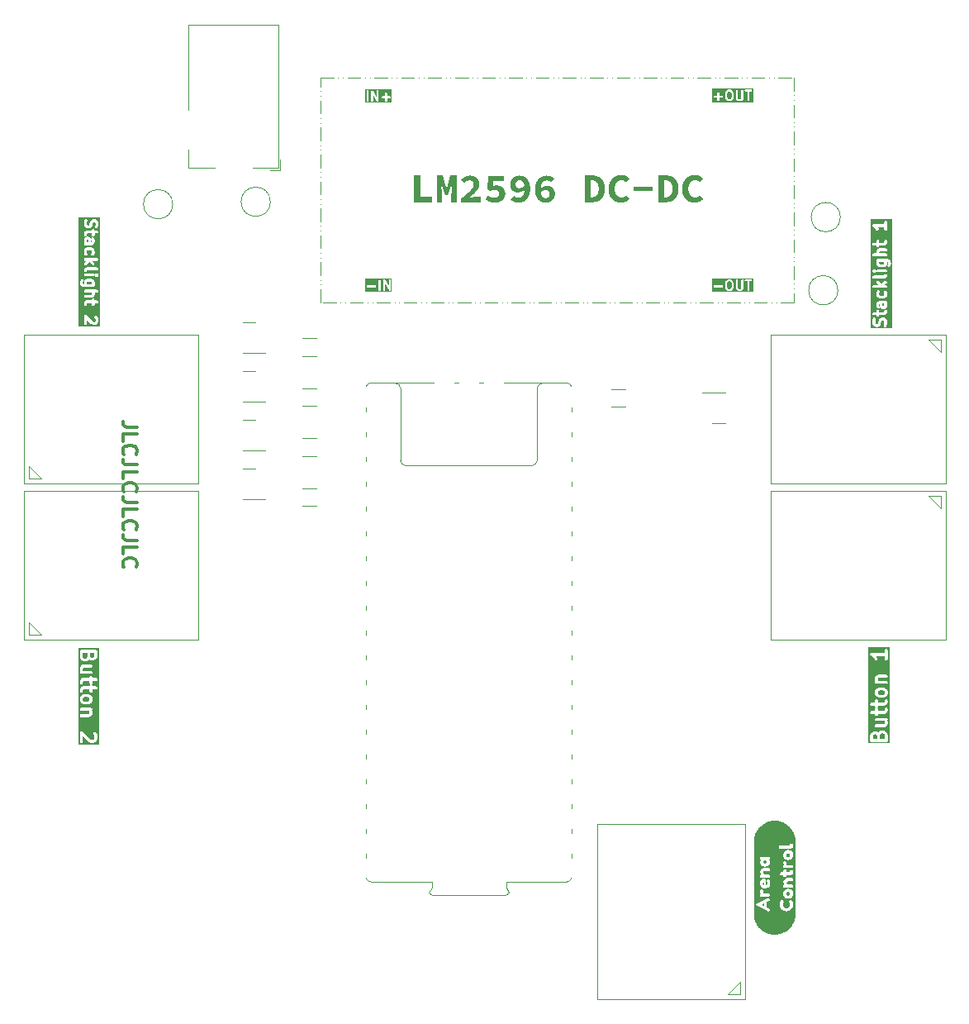
<source format=gbr>
%TF.GenerationSoftware,KiCad,Pcbnew,7.99.0-2684-g11de95778b*%
%TF.CreationDate,2023-09-09T13:36:23-04:00*%
%TF.ProjectId,ArenaController,4172656e-6143-46f6-9e74-726f6c6c6572,v2.0b*%
%TF.SameCoordinates,Original*%
%TF.FileFunction,Legend,Top*%
%TF.FilePolarity,Positive*%
%FSLAX46Y46*%
G04 Gerber Fmt 4.6, Leading zero omitted, Abs format (unit mm)*
G04 Created by KiCad (PCBNEW 7.99.0-2684-g11de95778b) date 2023-09-09 13:36:23*
%MOMM*%
%LPD*%
G01*
G04 APERTURE LIST*
%ADD10C,0.300000*%
%ADD11C,0.200000*%
%ADD12C,0.120000*%
%ADD13C,0.100000*%
%ADD14C,0.000000*%
G04 APERTURE END LIST*
D10*
G36*
X177650203Y-112951281D02*
G01*
X177687206Y-112988285D01*
X177731914Y-113077699D01*
X177731914Y-113392289D01*
X177317628Y-113392289D01*
X177317628Y-113077699D01*
X177362335Y-112988284D01*
X177399339Y-112951280D01*
X177488752Y-112906574D01*
X177560790Y-112906574D01*
X177650203Y-112951281D01*
G37*
G36*
X178435916Y-112879851D02*
G01*
X178472921Y-112916856D01*
X178517628Y-113006269D01*
X178517628Y-113392289D01*
X178031914Y-113392289D01*
X178031914Y-113066631D01*
X178084447Y-112909029D01*
X178113624Y-112879852D01*
X178203038Y-112835146D01*
X178346504Y-112835146D01*
X178435916Y-112879851D01*
G37*
G36*
X178435918Y-108451281D02*
G01*
X178472922Y-108488285D01*
X178517628Y-108577697D01*
X178517628Y-108721164D01*
X178472921Y-108810577D01*
X178435916Y-108847582D01*
X178346504Y-108892288D01*
X177988752Y-108892288D01*
X177899339Y-108847582D01*
X177862335Y-108810578D01*
X177817628Y-108721163D01*
X177817628Y-108577698D01*
X177862335Y-108488284D01*
X177899339Y-108451280D01*
X177988752Y-108406574D01*
X178346504Y-108406574D01*
X178435918Y-108451281D01*
G37*
G36*
X178984295Y-113858956D02*
G01*
X176850961Y-113858956D01*
X176850961Y-113542289D01*
X177017628Y-113542289D01*
X177037724Y-113617289D01*
X177092628Y-113672193D01*
X177167628Y-113692289D01*
X177881914Y-113692289D01*
X178667628Y-113692289D01*
X178742628Y-113672193D01*
X178797532Y-113617289D01*
X178817628Y-113542289D01*
X178817628Y-112970860D01*
X178808703Y-112937554D01*
X178801792Y-112903779D01*
X178730364Y-112760921D01*
X178714340Y-112742851D01*
X178702266Y-112721937D01*
X178630837Y-112650508D01*
X178609922Y-112638433D01*
X178591853Y-112622410D01*
X178448996Y-112550982D01*
X178415217Y-112544069D01*
X178381914Y-112535146D01*
X178167628Y-112535146D01*
X178134322Y-112544070D01*
X178100547Y-112550982D01*
X177957689Y-112622410D01*
X177939619Y-112638433D01*
X177918705Y-112650508D01*
X177847276Y-112721937D01*
X177846487Y-112723301D01*
X177845124Y-112721938D01*
X177824207Y-112709861D01*
X177806139Y-112693839D01*
X177663282Y-112622410D01*
X177629501Y-112615497D01*
X177596200Y-112606574D01*
X177453342Y-112606574D01*
X177420041Y-112615496D01*
X177386259Y-112622410D01*
X177243403Y-112693839D01*
X177225334Y-112709861D01*
X177204418Y-112721938D01*
X177132990Y-112793367D01*
X177120915Y-112814281D01*
X177104893Y-112832350D01*
X177033464Y-112975207D01*
X177026551Y-113008987D01*
X177017628Y-113042289D01*
X177017628Y-113542289D01*
X176850961Y-113542289D01*
X176850961Y-112042289D01*
X177517628Y-112042289D01*
X177537724Y-112117289D01*
X177592628Y-112172193D01*
X177667628Y-112192289D01*
X178453342Y-112192289D01*
X178486643Y-112183365D01*
X178520424Y-112176453D01*
X178663282Y-112105024D01*
X178670144Y-112098938D01*
X178678849Y-112096037D01*
X178698836Y-112073496D01*
X178721377Y-112053509D01*
X178724278Y-112044804D01*
X178730364Y-112037942D01*
X178801792Y-111895084D01*
X178808703Y-111861308D01*
X178817628Y-111828003D01*
X178817628Y-111613717D01*
X178808703Y-111580411D01*
X178801792Y-111546636D01*
X178776304Y-111495659D01*
X178797532Y-111474432D01*
X178817628Y-111399432D01*
X178797532Y-111324432D01*
X178742628Y-111269528D01*
X178667628Y-111249432D01*
X177667628Y-111249432D01*
X177592628Y-111269528D01*
X177537724Y-111324432D01*
X177517628Y-111399432D01*
X177537724Y-111474432D01*
X177592628Y-111529336D01*
X177667628Y-111549432D01*
X178462640Y-111549432D01*
X178472922Y-111559714D01*
X178517628Y-111649126D01*
X178517628Y-111792593D01*
X178484396Y-111859056D01*
X178417932Y-111892289D01*
X177667628Y-111892289D01*
X177592628Y-111912385D01*
X177537724Y-111967289D01*
X177517628Y-112042289D01*
X176850961Y-112042289D01*
X176850961Y-110685146D01*
X177017628Y-110685146D01*
X177037724Y-110760146D01*
X177092628Y-110815050D01*
X177167628Y-110835146D01*
X177517628Y-110835146D01*
X177517628Y-110899431D01*
X177537724Y-110974431D01*
X177592628Y-111029335D01*
X177667628Y-111049431D01*
X177742628Y-111029335D01*
X177797532Y-110974431D01*
X177817628Y-110899431D01*
X177817628Y-110835146D01*
X178453342Y-110835146D01*
X178486643Y-110826222D01*
X178520424Y-110819310D01*
X178663282Y-110747881D01*
X178670144Y-110741795D01*
X178678849Y-110738894D01*
X178698836Y-110716353D01*
X178721377Y-110696366D01*
X178724278Y-110687661D01*
X178730364Y-110680799D01*
X178801792Y-110537941D01*
X178808703Y-110504165D01*
X178817628Y-110470860D01*
X178817628Y-110328003D01*
X178797532Y-110253003D01*
X178742628Y-110198099D01*
X178667628Y-110178003D01*
X178592628Y-110198099D01*
X178537724Y-110253003D01*
X178517628Y-110328003D01*
X178517628Y-110435450D01*
X178484396Y-110501913D01*
X178417932Y-110535146D01*
X177817628Y-110535146D01*
X177817628Y-110328003D01*
X177797532Y-110253003D01*
X177742628Y-110198099D01*
X177694284Y-110185145D01*
X177742628Y-110172192D01*
X177797532Y-110117288D01*
X177817628Y-110042288D01*
X177817628Y-109978003D01*
X178453342Y-109978003D01*
X178486643Y-109969079D01*
X178520424Y-109962167D01*
X178663282Y-109890738D01*
X178670144Y-109884652D01*
X178678849Y-109881751D01*
X178698836Y-109859210D01*
X178721377Y-109839223D01*
X178724278Y-109830518D01*
X178730364Y-109823656D01*
X178801792Y-109680798D01*
X178808703Y-109647022D01*
X178817628Y-109613717D01*
X178817628Y-109470860D01*
X178797532Y-109395860D01*
X178742628Y-109340956D01*
X178667628Y-109320860D01*
X178592628Y-109340956D01*
X178537724Y-109395860D01*
X178517628Y-109470860D01*
X178517628Y-109578307D01*
X178484396Y-109644770D01*
X178417932Y-109678003D01*
X177817628Y-109678003D01*
X177817628Y-109470860D01*
X177797532Y-109395860D01*
X177742628Y-109340956D01*
X177667628Y-109320860D01*
X177592628Y-109340956D01*
X177537724Y-109395860D01*
X177517628Y-109470860D01*
X177517628Y-109678003D01*
X177167628Y-109678003D01*
X177092628Y-109698099D01*
X177037724Y-109753003D01*
X177017628Y-109828003D01*
X177037724Y-109903003D01*
X177092628Y-109957907D01*
X177167628Y-109978003D01*
X177517628Y-109978003D01*
X177517628Y-110042288D01*
X177537724Y-110117288D01*
X177592628Y-110172192D01*
X177640971Y-110185145D01*
X177592628Y-110198099D01*
X177537724Y-110253003D01*
X177517628Y-110328003D01*
X177517628Y-110535146D01*
X177167628Y-110535146D01*
X177092628Y-110555242D01*
X177037724Y-110610146D01*
X177017628Y-110685146D01*
X176850961Y-110685146D01*
X176850961Y-108756574D01*
X177517628Y-108756574D01*
X177526551Y-108789875D01*
X177533464Y-108823656D01*
X177604893Y-108966513D01*
X177620915Y-108984581D01*
X177632990Y-109005496D01*
X177704418Y-109076925D01*
X177725333Y-109089000D01*
X177743403Y-109105024D01*
X177886261Y-109176452D01*
X177920036Y-109183363D01*
X177953342Y-109192288D01*
X178381914Y-109192288D01*
X178415217Y-109183364D01*
X178448996Y-109176452D01*
X178591853Y-109105024D01*
X178609922Y-109089000D01*
X178630837Y-109076926D01*
X178702266Y-109005497D01*
X178714340Y-108984582D01*
X178730364Y-108966513D01*
X178801792Y-108823655D01*
X178808703Y-108789879D01*
X178817628Y-108756574D01*
X178817628Y-108542288D01*
X178808703Y-108508982D01*
X178801792Y-108475207D01*
X178730364Y-108332349D01*
X178714340Y-108314279D01*
X178702265Y-108293364D01*
X178630836Y-108221936D01*
X178609921Y-108209861D01*
X178591853Y-108193839D01*
X178448996Y-108122410D01*
X178415215Y-108115497D01*
X178381914Y-108106574D01*
X177953342Y-108106574D01*
X177920041Y-108115496D01*
X177886259Y-108122410D01*
X177743403Y-108193839D01*
X177725334Y-108209861D01*
X177704419Y-108221937D01*
X177632991Y-108293365D01*
X177620915Y-108314280D01*
X177604893Y-108332349D01*
X177533464Y-108475206D01*
X177526551Y-108508986D01*
X177517628Y-108542288D01*
X177517628Y-108756574D01*
X176850961Y-108756574D01*
X176850961Y-107613717D01*
X177517628Y-107613717D01*
X177537724Y-107688717D01*
X177592628Y-107743621D01*
X177667628Y-107763717D01*
X178667628Y-107763717D01*
X178742628Y-107743621D01*
X178797532Y-107688717D01*
X178817628Y-107613717D01*
X178797532Y-107538717D01*
X178742628Y-107483813D01*
X178667628Y-107463717D01*
X177872618Y-107463717D01*
X177862335Y-107453435D01*
X177817628Y-107364020D01*
X177817628Y-107220555D01*
X177850860Y-107154091D01*
X177917324Y-107120860D01*
X178667628Y-107120860D01*
X178742628Y-107100764D01*
X178797532Y-107045860D01*
X178817628Y-106970860D01*
X178797532Y-106895860D01*
X178742628Y-106840956D01*
X178667628Y-106820860D01*
X177881914Y-106820860D01*
X177848608Y-106829784D01*
X177814833Y-106836696D01*
X177671975Y-106908124D01*
X177665111Y-106914210D01*
X177656409Y-106917111D01*
X177636423Y-106939648D01*
X177613880Y-106959639D01*
X177610978Y-106968343D01*
X177604893Y-106975206D01*
X177533464Y-107118063D01*
X177526551Y-107151843D01*
X177517628Y-107185145D01*
X177517628Y-107399431D01*
X177526551Y-107432732D01*
X177533464Y-107466513D01*
X177558952Y-107517488D01*
X177537724Y-107538717D01*
X177517628Y-107613717D01*
X176850961Y-107613717D01*
X176850961Y-104756574D01*
X177017628Y-104756574D01*
X177026469Y-104789570D01*
X177033167Y-104823058D01*
X177036440Y-104826782D01*
X177037724Y-104831574D01*
X177061877Y-104855727D01*
X177084423Y-104881382D01*
X177286352Y-105016001D01*
X177401493Y-105131142D01*
X177462036Y-105252227D01*
X177513552Y-105310322D01*
X177587213Y-105334876D01*
X177663282Y-105319309D01*
X177721377Y-105267793D01*
X177745931Y-105194132D01*
X177730364Y-105118062D01*
X177658935Y-104975206D01*
X177642912Y-104957137D01*
X177630837Y-104936222D01*
X177601189Y-104906574D01*
X178517628Y-104906574D01*
X178517628Y-105185145D01*
X178537724Y-105260145D01*
X178592628Y-105315049D01*
X178667628Y-105335145D01*
X178742628Y-105315049D01*
X178797532Y-105260145D01*
X178817628Y-105185145D01*
X178817628Y-104328002D01*
X178797532Y-104253002D01*
X178742628Y-104198098D01*
X178667628Y-104178002D01*
X178592628Y-104198098D01*
X178537724Y-104253002D01*
X178517628Y-104328002D01*
X178517628Y-104606574D01*
X177167628Y-104606574D01*
X177134631Y-104615415D01*
X177101144Y-104622113D01*
X177097419Y-104625386D01*
X177092628Y-104626670D01*
X177068474Y-104650823D01*
X177042820Y-104673369D01*
X177041230Y-104678067D01*
X177037724Y-104681574D01*
X177028884Y-104714564D01*
X177017939Y-104746920D01*
X177018911Y-104751783D01*
X177017628Y-104756574D01*
X176850961Y-104756574D01*
X176850961Y-104011335D01*
X178984295Y-104011335D01*
X178984295Y-113858956D01*
G37*
X101913671Y-81463428D02*
X100842242Y-81463428D01*
X100842242Y-81463428D02*
X100627957Y-81391999D01*
X100627957Y-81391999D02*
X100485100Y-81249142D01*
X100485100Y-81249142D02*
X100413671Y-81034856D01*
X100413671Y-81034856D02*
X100413671Y-80891999D01*
X100413671Y-82891999D02*
X100413671Y-82177713D01*
X100413671Y-82177713D02*
X101913671Y-82177713D01*
X100556528Y-84249142D02*
X100485100Y-84177714D01*
X100485100Y-84177714D02*
X100413671Y-83963428D01*
X100413671Y-83963428D02*
X100413671Y-83820571D01*
X100413671Y-83820571D02*
X100485100Y-83606285D01*
X100485100Y-83606285D02*
X100627957Y-83463428D01*
X100627957Y-83463428D02*
X100770814Y-83391999D01*
X100770814Y-83391999D02*
X101056528Y-83320571D01*
X101056528Y-83320571D02*
X101270814Y-83320571D01*
X101270814Y-83320571D02*
X101556528Y-83391999D01*
X101556528Y-83391999D02*
X101699385Y-83463428D01*
X101699385Y-83463428D02*
X101842242Y-83606285D01*
X101842242Y-83606285D02*
X101913671Y-83820571D01*
X101913671Y-83820571D02*
X101913671Y-83963428D01*
X101913671Y-83963428D02*
X101842242Y-84177714D01*
X101842242Y-84177714D02*
X101770814Y-84249142D01*
X101913671Y-85320571D02*
X100842242Y-85320571D01*
X100842242Y-85320571D02*
X100627957Y-85249142D01*
X100627957Y-85249142D02*
X100485100Y-85106285D01*
X100485100Y-85106285D02*
X100413671Y-84891999D01*
X100413671Y-84891999D02*
X100413671Y-84749142D01*
X100413671Y-86749142D02*
X100413671Y-86034856D01*
X100413671Y-86034856D02*
X101913671Y-86034856D01*
X100556528Y-88106285D02*
X100485100Y-88034857D01*
X100485100Y-88034857D02*
X100413671Y-87820571D01*
X100413671Y-87820571D02*
X100413671Y-87677714D01*
X100413671Y-87677714D02*
X100485100Y-87463428D01*
X100485100Y-87463428D02*
X100627957Y-87320571D01*
X100627957Y-87320571D02*
X100770814Y-87249142D01*
X100770814Y-87249142D02*
X101056528Y-87177714D01*
X101056528Y-87177714D02*
X101270814Y-87177714D01*
X101270814Y-87177714D02*
X101556528Y-87249142D01*
X101556528Y-87249142D02*
X101699385Y-87320571D01*
X101699385Y-87320571D02*
X101842242Y-87463428D01*
X101842242Y-87463428D02*
X101913671Y-87677714D01*
X101913671Y-87677714D02*
X101913671Y-87820571D01*
X101913671Y-87820571D02*
X101842242Y-88034857D01*
X101842242Y-88034857D02*
X101770814Y-88106285D01*
X101913671Y-89177714D02*
X100842242Y-89177714D01*
X100842242Y-89177714D02*
X100627957Y-89106285D01*
X100627957Y-89106285D02*
X100485100Y-88963428D01*
X100485100Y-88963428D02*
X100413671Y-88749142D01*
X100413671Y-88749142D02*
X100413671Y-88606285D01*
X100413671Y-90606285D02*
X100413671Y-89891999D01*
X100413671Y-89891999D02*
X101913671Y-89891999D01*
X100556528Y-91963428D02*
X100485100Y-91892000D01*
X100485100Y-91892000D02*
X100413671Y-91677714D01*
X100413671Y-91677714D02*
X100413671Y-91534857D01*
X100413671Y-91534857D02*
X100485100Y-91320571D01*
X100485100Y-91320571D02*
X100627957Y-91177714D01*
X100627957Y-91177714D02*
X100770814Y-91106285D01*
X100770814Y-91106285D02*
X101056528Y-91034857D01*
X101056528Y-91034857D02*
X101270814Y-91034857D01*
X101270814Y-91034857D02*
X101556528Y-91106285D01*
X101556528Y-91106285D02*
X101699385Y-91177714D01*
X101699385Y-91177714D02*
X101842242Y-91320571D01*
X101842242Y-91320571D02*
X101913671Y-91534857D01*
X101913671Y-91534857D02*
X101913671Y-91677714D01*
X101913671Y-91677714D02*
X101842242Y-91892000D01*
X101842242Y-91892000D02*
X101770814Y-91963428D01*
X101913671Y-93034857D02*
X100842242Y-93034857D01*
X100842242Y-93034857D02*
X100627957Y-92963428D01*
X100627957Y-92963428D02*
X100485100Y-92820571D01*
X100485100Y-92820571D02*
X100413671Y-92606285D01*
X100413671Y-92606285D02*
X100413671Y-92463428D01*
X100413671Y-94463428D02*
X100413671Y-93749142D01*
X100413671Y-93749142D02*
X101913671Y-93749142D01*
X100556528Y-95820571D02*
X100485100Y-95749143D01*
X100485100Y-95749143D02*
X100413671Y-95534857D01*
X100413671Y-95534857D02*
X100413671Y-95392000D01*
X100413671Y-95392000D02*
X100485100Y-95177714D01*
X100485100Y-95177714D02*
X100627957Y-95034857D01*
X100627957Y-95034857D02*
X100770814Y-94963428D01*
X100770814Y-94963428D02*
X101056528Y-94892000D01*
X101056528Y-94892000D02*
X101270814Y-94892000D01*
X101270814Y-94892000D02*
X101556528Y-94963428D01*
X101556528Y-94963428D02*
X101699385Y-95034857D01*
X101699385Y-95034857D02*
X101842242Y-95177714D01*
X101842242Y-95177714D02*
X101913671Y-95392000D01*
X101913671Y-95392000D02*
X101913671Y-95534857D01*
X101913671Y-95534857D02*
X101842242Y-95749143D01*
X101842242Y-95749143D02*
X101770814Y-95820571D01*
G36*
X97177717Y-66563045D02*
G01*
X97200435Y-66585763D01*
X97230857Y-66646606D01*
X97230857Y-66804053D01*
X96730857Y-66804053D01*
X96730857Y-66646606D01*
X96761278Y-66585763D01*
X96783996Y-66563044D01*
X96844838Y-66532624D01*
X97116875Y-66532624D01*
X97177717Y-66563045D01*
G37*
G36*
X96869053Y-62265856D02*
G01*
X96888000Y-62303749D01*
X96888000Y-62518339D01*
X96730857Y-62518339D01*
X96730857Y-62303749D01*
X96749803Y-62265856D01*
X96787696Y-62246910D01*
X96831161Y-62246910D01*
X96869053Y-62265856D01*
G37*
G36*
X98080857Y-71139766D02*
G01*
X95880857Y-71139766D01*
X95880857Y-70839766D01*
X96430857Y-70839766D01*
X96450953Y-70914766D01*
X96505857Y-70969670D01*
X96580857Y-70989766D01*
X96655857Y-70969670D01*
X96710761Y-70914766D01*
X96730857Y-70839766D01*
X96730857Y-70459041D01*
X97160505Y-70888689D01*
X97190367Y-70905930D01*
X97219137Y-70924925D01*
X97390566Y-70982068D01*
X97414671Y-70983515D01*
X97438000Y-70989766D01*
X97552285Y-70989766D01*
X97585586Y-70980842D01*
X97619367Y-70973930D01*
X97733653Y-70916787D01*
X97751721Y-70900764D01*
X97772636Y-70888690D01*
X97829779Y-70831548D01*
X97841854Y-70810632D01*
X97857878Y-70792563D01*
X97915021Y-70678277D01*
X97921933Y-70644498D01*
X97930857Y-70611195D01*
X97930857Y-70325481D01*
X97921933Y-70292177D01*
X97915021Y-70258399D01*
X97857878Y-70144113D01*
X97841854Y-70126043D01*
X97829780Y-70105129D01*
X97772637Y-70047986D01*
X97705394Y-70009163D01*
X97627748Y-70009163D01*
X97560505Y-70047986D01*
X97521682Y-70115229D01*
X97521682Y-70192875D01*
X97560505Y-70260118D01*
X97600436Y-70300049D01*
X97630857Y-70360891D01*
X97630857Y-70575785D01*
X97600436Y-70636626D01*
X97577717Y-70659344D01*
X97516875Y-70689766D01*
X97462343Y-70689766D01*
X97347598Y-70651518D01*
X96686923Y-69990843D01*
X96669821Y-69980969D01*
X96655857Y-69967005D01*
X96636782Y-69961893D01*
X96619680Y-69952020D01*
X96599932Y-69952020D01*
X96580857Y-69946909D01*
X96561782Y-69952020D01*
X96542034Y-69952020D01*
X96524931Y-69961893D01*
X96505857Y-69967005D01*
X96491892Y-69980969D01*
X96474791Y-69990843D01*
X96464917Y-70007944D01*
X96450953Y-70021909D01*
X96445841Y-70040983D01*
X96435968Y-70058086D01*
X96435968Y-70077834D01*
X96430857Y-70096909D01*
X96430857Y-70839766D01*
X95880857Y-70839766D01*
X95880857Y-68896909D01*
X96430857Y-68896909D01*
X96450953Y-68971909D01*
X96505857Y-69026813D01*
X96580857Y-69046909D01*
X96655857Y-69026813D01*
X96710761Y-68971909D01*
X96730857Y-68896909D01*
X96730857Y-68818034D01*
X96749803Y-68780141D01*
X96787696Y-68761195D01*
X97230857Y-68761195D01*
X97230857Y-68896909D01*
X97250953Y-68971909D01*
X97305857Y-69026813D01*
X97380857Y-69046909D01*
X97455857Y-69026813D01*
X97510761Y-68971909D01*
X97530857Y-68896909D01*
X97530857Y-68761195D01*
X97780857Y-68761195D01*
X97855857Y-68741099D01*
X97910761Y-68686195D01*
X97930857Y-68611195D01*
X97910761Y-68536195D01*
X97855857Y-68481291D01*
X97780857Y-68461195D01*
X97530857Y-68461195D01*
X97530857Y-68439766D01*
X97510761Y-68364766D01*
X97455857Y-68309862D01*
X97380857Y-68289766D01*
X97305857Y-68309862D01*
X97250953Y-68364766D01*
X97230857Y-68439766D01*
X97230857Y-68461195D01*
X96752285Y-68461195D01*
X96718983Y-68470118D01*
X96685203Y-68477031D01*
X96570917Y-68534174D01*
X96564053Y-68540260D01*
X96555352Y-68543161D01*
X96535363Y-68565701D01*
X96512823Y-68585690D01*
X96509922Y-68594391D01*
X96503836Y-68601255D01*
X96446693Y-68715540D01*
X96439779Y-68749322D01*
X96430857Y-68782623D01*
X96430857Y-68896909D01*
X95880857Y-68896909D01*
X95880857Y-68039767D01*
X96430857Y-68039767D01*
X96450953Y-68114767D01*
X96505857Y-68169671D01*
X96580857Y-68189767D01*
X97209428Y-68189767D01*
X97242729Y-68180843D01*
X97276510Y-68173931D01*
X97390796Y-68116788D01*
X97397658Y-68110702D01*
X97406363Y-68107801D01*
X97426353Y-68085257D01*
X97448891Y-68065272D01*
X97451791Y-68056569D01*
X97457878Y-68049706D01*
X97515021Y-67935420D01*
X97521933Y-67901641D01*
X97530857Y-67868338D01*
X97530857Y-67696909D01*
X97525115Y-67675481D01*
X97780857Y-67675481D01*
X97855857Y-67655385D01*
X97910761Y-67600481D01*
X97930857Y-67525481D01*
X97910761Y-67450481D01*
X97855857Y-67395577D01*
X97780857Y-67375481D01*
X96580857Y-67375481D01*
X96505857Y-67395577D01*
X96450953Y-67450481D01*
X96430857Y-67525481D01*
X96450953Y-67600481D01*
X96505857Y-67655385D01*
X96580857Y-67675481D01*
X97202437Y-67675481D01*
X97230857Y-67732320D01*
X97230857Y-67832928D01*
X97211910Y-67870820D01*
X97174018Y-67889767D01*
X96580857Y-67889767D01*
X96505857Y-67909863D01*
X96450953Y-67964767D01*
X96430857Y-68039767D01*
X95880857Y-68039767D01*
X95880857Y-66725481D01*
X96030857Y-66725481D01*
X96039780Y-66758782D01*
X96046693Y-66792563D01*
X96103836Y-66906849D01*
X96119858Y-66924917D01*
X96131933Y-66945832D01*
X96189075Y-67002975D01*
X96209990Y-67015050D01*
X96228060Y-67031074D01*
X96342346Y-67088217D01*
X96376124Y-67095129D01*
X96409428Y-67104053D01*
X97380857Y-67104053D01*
X97455857Y-67083957D01*
X97510761Y-67029053D01*
X97530857Y-66954053D01*
X97516401Y-66900103D01*
X97521933Y-66873070D01*
X97530857Y-66839767D01*
X97530857Y-66611195D01*
X97521933Y-66577893D01*
X97515021Y-66544113D01*
X97457878Y-66429827D01*
X97441854Y-66411757D01*
X97429780Y-66390844D01*
X97372637Y-66333701D01*
X97351721Y-66321625D01*
X97333653Y-66305603D01*
X97219367Y-66248460D01*
X97185586Y-66241547D01*
X97152285Y-66232624D01*
X96809428Y-66232624D01*
X96776124Y-66241547D01*
X96742346Y-66248460D01*
X96628060Y-66305603D01*
X96609990Y-66321626D01*
X96589075Y-66333702D01*
X96531933Y-66390845D01*
X96519859Y-66411757D01*
X96503836Y-66429827D01*
X96446693Y-66544112D01*
X96439779Y-66577894D01*
X96430857Y-66611195D01*
X96430857Y-66797062D01*
X96383996Y-66773632D01*
X96361278Y-66750913D01*
X96330857Y-66690071D01*
X96330857Y-66589463D01*
X96372164Y-66506849D01*
X96387731Y-66430779D01*
X96363177Y-66357118D01*
X96305082Y-66305603D01*
X96229013Y-66290036D01*
X96155352Y-66314590D01*
X96103836Y-66372685D01*
X96046693Y-66486971D01*
X96039780Y-66520751D01*
X96030857Y-66554053D01*
X96030857Y-66725481D01*
X95880857Y-66725481D01*
X95880857Y-65868338D01*
X96430857Y-65868338D01*
X96450953Y-65943338D01*
X96505857Y-65998242D01*
X96580857Y-66018338D01*
X97380857Y-66018338D01*
X97455857Y-65998242D01*
X97510761Y-65943338D01*
X97521682Y-65902579D01*
X97521682Y-65907161D01*
X97531555Y-65924263D01*
X97536667Y-65943338D01*
X97550631Y-65957302D01*
X97560505Y-65974404D01*
X97617648Y-66031547D01*
X97684891Y-66070370D01*
X97762537Y-66070370D01*
X97829780Y-66031547D01*
X97886923Y-65974404D01*
X97896796Y-65957302D01*
X97910761Y-65943338D01*
X97915872Y-65924263D01*
X97925746Y-65907161D01*
X97925746Y-65887412D01*
X97930857Y-65868338D01*
X97925746Y-65849263D01*
X97925746Y-65829515D01*
X97915872Y-65812412D01*
X97910761Y-65793338D01*
X97896796Y-65779373D01*
X97886923Y-65762272D01*
X97829780Y-65705129D01*
X97762537Y-65666306D01*
X97684891Y-65666306D01*
X97617648Y-65705129D01*
X97560505Y-65762272D01*
X97550631Y-65779373D01*
X97536667Y-65793338D01*
X97531555Y-65812412D01*
X97521682Y-65829515D01*
X97521682Y-65834096D01*
X97510761Y-65793338D01*
X97455857Y-65738434D01*
X97380857Y-65718338D01*
X96580857Y-65718338D01*
X96505857Y-65738434D01*
X96450953Y-65793338D01*
X96430857Y-65868338D01*
X95880857Y-65868338D01*
X95880857Y-65420182D01*
X96431126Y-65420182D01*
X96455680Y-65493843D01*
X96513774Y-65545359D01*
X96589844Y-65560926D01*
X96663505Y-65536372D01*
X96715021Y-65478278D01*
X96749803Y-65408713D01*
X96787696Y-65389767D01*
X97780857Y-65389767D01*
X97855857Y-65369671D01*
X97910761Y-65314767D01*
X97930857Y-65239767D01*
X97910761Y-65164767D01*
X97855857Y-65109863D01*
X97780857Y-65089767D01*
X96752285Y-65089767D01*
X96718983Y-65098690D01*
X96685203Y-65105603D01*
X96570917Y-65162746D01*
X96564053Y-65168832D01*
X96555352Y-65171733D01*
X96535363Y-65194273D01*
X96512823Y-65214262D01*
X96509922Y-65222963D01*
X96503836Y-65229827D01*
X96446693Y-65344112D01*
X96431126Y-65420182D01*
X95880857Y-65420182D01*
X95880857Y-64268338D01*
X96430857Y-64268338D01*
X96450953Y-64343338D01*
X96505857Y-64398242D01*
X96580857Y-64418338D01*
X96740381Y-64418338D01*
X96490857Y-64605481D01*
X96442915Y-64666558D01*
X96431934Y-64743423D01*
X96460857Y-64815481D01*
X96521934Y-64863423D01*
X96598799Y-64874404D01*
X96670857Y-64845481D01*
X97023924Y-64580680D01*
X97274791Y-64831547D01*
X97342034Y-64870370D01*
X97419680Y-64870370D01*
X97486923Y-64831547D01*
X97525746Y-64764304D01*
X97525746Y-64686658D01*
X97486923Y-64619415D01*
X97285846Y-64418338D01*
X97780857Y-64418338D01*
X97855857Y-64398242D01*
X97910761Y-64343338D01*
X97930857Y-64268338D01*
X97910761Y-64193338D01*
X97855857Y-64138434D01*
X97780857Y-64118338D01*
X96580857Y-64118338D01*
X96505857Y-64138434D01*
X96450953Y-64193338D01*
X96430857Y-64268338D01*
X95880857Y-64268338D01*
X95880857Y-63639767D01*
X96430857Y-63639767D01*
X96439780Y-63673068D01*
X96446693Y-63706849D01*
X96503836Y-63821135D01*
X96555352Y-63879230D01*
X96629013Y-63903784D01*
X96705082Y-63888217D01*
X96763177Y-63836702D01*
X96787731Y-63763041D01*
X96772164Y-63686971D01*
X96730857Y-63604357D01*
X96730857Y-63446606D01*
X96761278Y-63385763D01*
X96783996Y-63363044D01*
X96844838Y-63332624D01*
X97116875Y-63332624D01*
X97177717Y-63363045D01*
X97200435Y-63385763D01*
X97230857Y-63446606D01*
X97230857Y-63604357D01*
X97189550Y-63686971D01*
X97173983Y-63763040D01*
X97198537Y-63836702D01*
X97256632Y-63888217D01*
X97332701Y-63903784D01*
X97406363Y-63879230D01*
X97457878Y-63821135D01*
X97515021Y-63706849D01*
X97521933Y-63673070D01*
X97530857Y-63639767D01*
X97530857Y-63411195D01*
X97521933Y-63377893D01*
X97515021Y-63344113D01*
X97457878Y-63229827D01*
X97441854Y-63211757D01*
X97429780Y-63190844D01*
X97372637Y-63133701D01*
X97351721Y-63121625D01*
X97333653Y-63105603D01*
X97219367Y-63048460D01*
X97185586Y-63041547D01*
X97152285Y-63032624D01*
X96809428Y-63032624D01*
X96776124Y-63041547D01*
X96742346Y-63048460D01*
X96628060Y-63105603D01*
X96609990Y-63121626D01*
X96589075Y-63133702D01*
X96531933Y-63190845D01*
X96519859Y-63211757D01*
X96503836Y-63229827D01*
X96446693Y-63344112D01*
X96439779Y-63377894D01*
X96430857Y-63411195D01*
X96430857Y-63639767D01*
X95880857Y-63639767D01*
X95880857Y-62668339D01*
X96430857Y-62668339D01*
X96450953Y-62743339D01*
X96505857Y-62798243D01*
X96580857Y-62818339D01*
X97209428Y-62818339D01*
X97242729Y-62809415D01*
X97276510Y-62802503D01*
X97390796Y-62745360D01*
X97397658Y-62739274D01*
X97406363Y-62736373D01*
X97426353Y-62713829D01*
X97448891Y-62693844D01*
X97451791Y-62685141D01*
X97457878Y-62678278D01*
X97515021Y-62563992D01*
X97521933Y-62530213D01*
X97530857Y-62496910D01*
X97530857Y-62268339D01*
X97521933Y-62235035D01*
X97515021Y-62201257D01*
X97457878Y-62086971D01*
X97406363Y-62028876D01*
X97332701Y-62004322D01*
X97256632Y-62019889D01*
X97198537Y-62071404D01*
X97173983Y-62145066D01*
X97189550Y-62221135D01*
X97230857Y-62303749D01*
X97230857Y-62461500D01*
X97211910Y-62499392D01*
X97188000Y-62511348D01*
X97188000Y-62268339D01*
X97179076Y-62235035D01*
X97172164Y-62201257D01*
X97115021Y-62086971D01*
X97108934Y-62080107D01*
X97106034Y-62071405D01*
X97083496Y-62051419D01*
X97063506Y-62028876D01*
X97054801Y-62025974D01*
X97047939Y-62019889D01*
X96933653Y-61962746D01*
X96899872Y-61955833D01*
X96866571Y-61946910D01*
X96752285Y-61946910D01*
X96718983Y-61955833D01*
X96685203Y-61962746D01*
X96570917Y-62019889D01*
X96564053Y-62025975D01*
X96555352Y-62028876D01*
X96535365Y-62051415D01*
X96512823Y-62071405D01*
X96509922Y-62080107D01*
X96503836Y-62086971D01*
X96446693Y-62201257D01*
X96439780Y-62235037D01*
X96430857Y-62268339D01*
X96430857Y-62554053D01*
X96439780Y-62587354D01*
X96445312Y-62614389D01*
X96430857Y-62668339D01*
X95880857Y-62668339D01*
X95880857Y-61754053D01*
X96430857Y-61754053D01*
X96450953Y-61829053D01*
X96505857Y-61883957D01*
X96580857Y-61904053D01*
X96655857Y-61883957D01*
X96710761Y-61829053D01*
X96730857Y-61754053D01*
X96730857Y-61675178D01*
X96749803Y-61637285D01*
X96787696Y-61618339D01*
X97230857Y-61618339D01*
X97230857Y-61754053D01*
X97250953Y-61829053D01*
X97305857Y-61883957D01*
X97380857Y-61904053D01*
X97455857Y-61883957D01*
X97510761Y-61829053D01*
X97530857Y-61754053D01*
X97530857Y-61618339D01*
X97780857Y-61618339D01*
X97855857Y-61598243D01*
X97910761Y-61543339D01*
X97930857Y-61468339D01*
X97910761Y-61393339D01*
X97855857Y-61338435D01*
X97780857Y-61318339D01*
X97530857Y-61318339D01*
X97530857Y-61296910D01*
X97510761Y-61221910D01*
X97455857Y-61167006D01*
X97380857Y-61146910D01*
X97305857Y-61167006D01*
X97250953Y-61221910D01*
X97230857Y-61296910D01*
X97230857Y-61318339D01*
X96752285Y-61318339D01*
X96718983Y-61327262D01*
X96685203Y-61334175D01*
X96570917Y-61391318D01*
X96564053Y-61397404D01*
X96555352Y-61400305D01*
X96535363Y-61422845D01*
X96512823Y-61442834D01*
X96509922Y-61451535D01*
X96503836Y-61458399D01*
X96446693Y-61572684D01*
X96439779Y-61606466D01*
X96430857Y-61639767D01*
X96430857Y-61754053D01*
X95880857Y-61754053D01*
X95880857Y-60725482D01*
X96430857Y-60725482D01*
X96439780Y-60758783D01*
X96446693Y-60792564D01*
X96503836Y-60906850D01*
X96519858Y-60924918D01*
X96531934Y-60945834D01*
X96589076Y-61002976D01*
X96609990Y-61015050D01*
X96628060Y-61031074D01*
X96742346Y-61088217D01*
X96776124Y-61095129D01*
X96809428Y-61104053D01*
X96923714Y-61104053D01*
X96957015Y-61095129D01*
X96990796Y-61088217D01*
X97105082Y-61031074D01*
X97123150Y-61015051D01*
X97144066Y-61002976D01*
X97201208Y-60945834D01*
X97213282Y-60924919D01*
X97229306Y-60906850D01*
X97286449Y-60792564D01*
X97289769Y-60776339D01*
X97297806Y-60761862D01*
X97350954Y-60549268D01*
X97389849Y-60471479D01*
X97412568Y-60448760D01*
X97473410Y-60418339D01*
X97516875Y-60418339D01*
X97577717Y-60448760D01*
X97600435Y-60471478D01*
X97630857Y-60532321D01*
X97630857Y-60758284D01*
X97581412Y-60906619D01*
X97576759Y-60984125D01*
X97611483Y-61053573D01*
X97676280Y-61096355D01*
X97753786Y-61101008D01*
X97823234Y-61066284D01*
X97866016Y-61001487D01*
X97923159Y-60830059D01*
X97924606Y-60805953D01*
X97930857Y-60782625D01*
X97930857Y-60496910D01*
X97921933Y-60463608D01*
X97915021Y-60429828D01*
X97857878Y-60315542D01*
X97841854Y-60297472D01*
X97829780Y-60276559D01*
X97772637Y-60219416D01*
X97751721Y-60207340D01*
X97733653Y-60191318D01*
X97619367Y-60134175D01*
X97585586Y-60127262D01*
X97552285Y-60118339D01*
X97438000Y-60118339D01*
X97404696Y-60127262D01*
X97370918Y-60134175D01*
X97256632Y-60191318D01*
X97238562Y-60207341D01*
X97217648Y-60219416D01*
X97160505Y-60276559D01*
X97148430Y-60297472D01*
X97132407Y-60315542D01*
X97075264Y-60429827D01*
X97071943Y-60446052D01*
X97063907Y-60460529D01*
X97010757Y-60673126D01*
X96971864Y-60750914D01*
X96949146Y-60773632D01*
X96888304Y-60804053D01*
X96844838Y-60804053D01*
X96783996Y-60773632D01*
X96761278Y-60750914D01*
X96730857Y-60690072D01*
X96730857Y-60464108D01*
X96780302Y-60315773D01*
X96784955Y-60238267D01*
X96750230Y-60168818D01*
X96685434Y-60126037D01*
X96607928Y-60121384D01*
X96538479Y-60156109D01*
X96495697Y-60220905D01*
X96438555Y-60392334D01*
X96437107Y-60416439D01*
X96430857Y-60439768D01*
X96430857Y-60725482D01*
X95880857Y-60725482D01*
X95880857Y-59968339D01*
X98080857Y-59968339D01*
X98080857Y-71139766D01*
G37*
G36*
X96928658Y-109135216D02*
G01*
X96965663Y-109172221D01*
X97010371Y-109261635D01*
X97010371Y-109405100D01*
X96965663Y-109494514D01*
X96928658Y-109531519D01*
X96839247Y-109576225D01*
X96481495Y-109576225D01*
X96392082Y-109531519D01*
X96355078Y-109494515D01*
X96310371Y-109405100D01*
X96310371Y-109261635D01*
X96355078Y-109172220D01*
X96392082Y-109135216D01*
X96481495Y-109090511D01*
X96839247Y-109090511D01*
X96928658Y-109135216D01*
G37*
G36*
X96796085Y-104916167D02*
G01*
X96743551Y-105073769D01*
X96714373Y-105102947D01*
X96624961Y-105147653D01*
X96481495Y-105147653D01*
X96392082Y-105102947D01*
X96355078Y-105065943D01*
X96310371Y-104976528D01*
X96310371Y-104590510D01*
X96796085Y-104590510D01*
X96796085Y-104916167D01*
G37*
G36*
X97510371Y-104905100D02*
G01*
X97465664Y-104994514D01*
X97428660Y-105031517D01*
X97339247Y-105076225D01*
X97267210Y-105076225D01*
X97177796Y-105031518D01*
X97140792Y-104994514D01*
X97096085Y-104905100D01*
X97096085Y-104590510D01*
X97510371Y-104590510D01*
X97510371Y-104905100D01*
G37*
G36*
X97977038Y-113971464D02*
G01*
X95843704Y-113971464D01*
X95843704Y-113654797D01*
X96010371Y-113654797D01*
X96030467Y-113729797D01*
X96085371Y-113784701D01*
X96160371Y-113804797D01*
X96235371Y-113784701D01*
X96290275Y-113729797D01*
X96310371Y-113654797D01*
X96310371Y-113088357D01*
X96911448Y-113689434D01*
X96941307Y-113706673D01*
X96970080Y-113725670D01*
X97184365Y-113797099D01*
X97208471Y-113798546D01*
X97231800Y-113804797D01*
X97374657Y-113804797D01*
X97407958Y-113795873D01*
X97441739Y-113788961D01*
X97584596Y-113717532D01*
X97602664Y-113701509D01*
X97623580Y-113689434D01*
X97695008Y-113618006D01*
X97707082Y-113597091D01*
X97723106Y-113579022D01*
X97794535Y-113436164D01*
X97801447Y-113402383D01*
X97810371Y-113369082D01*
X97810371Y-113011940D01*
X97801447Y-112978638D01*
X97794535Y-112944858D01*
X97723106Y-112802000D01*
X97707082Y-112783930D01*
X97695008Y-112763016D01*
X97623580Y-112691588D01*
X97556337Y-112652765D01*
X97478691Y-112652765D01*
X97411448Y-112691588D01*
X97372625Y-112758831D01*
X97372625Y-112836477D01*
X97411448Y-112903720D01*
X97465664Y-112957936D01*
X97510371Y-113047350D01*
X97510371Y-113333672D01*
X97465664Y-113423086D01*
X97428660Y-113460089D01*
X97339247Y-113504797D01*
X97256143Y-113504797D01*
X97098541Y-113452263D01*
X96266437Y-112620159D01*
X96249335Y-112610285D01*
X96235371Y-112596321D01*
X96216296Y-112591209D01*
X96199194Y-112581336D01*
X96179446Y-112581336D01*
X96160371Y-112576225D01*
X96141296Y-112581336D01*
X96121548Y-112581336D01*
X96104445Y-112591209D01*
X96085371Y-112596321D01*
X96071406Y-112610285D01*
X96054305Y-112620159D01*
X96044431Y-112637260D01*
X96030467Y-112651225D01*
X96025355Y-112670299D01*
X96015482Y-112687402D01*
X96015482Y-112707150D01*
X96010371Y-112726225D01*
X96010371Y-113654797D01*
X95843704Y-113654797D01*
X95843704Y-111011940D01*
X96010371Y-111011940D01*
X96030467Y-111086940D01*
X96085371Y-111141844D01*
X96160371Y-111161940D01*
X96946085Y-111161940D01*
X96979386Y-111153016D01*
X97013167Y-111146104D01*
X97156024Y-111074675D01*
X97162887Y-111068588D01*
X97171590Y-111065688D01*
X97191578Y-111043147D01*
X97214119Y-111023159D01*
X97217019Y-111014456D01*
X97223106Y-111007593D01*
X97294535Y-110864737D01*
X97301448Y-110830954D01*
X97310371Y-110797654D01*
X97310371Y-110583368D01*
X97301448Y-110550067D01*
X97294535Y-110516285D01*
X97269047Y-110465309D01*
X97290275Y-110444082D01*
X97310371Y-110369082D01*
X97290275Y-110294082D01*
X97235371Y-110239178D01*
X97160371Y-110219082D01*
X96160371Y-110219082D01*
X96085371Y-110239178D01*
X96030467Y-110294082D01*
X96010371Y-110369082D01*
X96030467Y-110444082D01*
X96085371Y-110498986D01*
X96160371Y-110519082D01*
X96955381Y-110519082D01*
X96965663Y-110529364D01*
X97010371Y-110618778D01*
X97010371Y-110762243D01*
X96977139Y-110828707D01*
X96910675Y-110861940D01*
X96160371Y-110861940D01*
X96085371Y-110882036D01*
X96030467Y-110936940D01*
X96010371Y-111011940D01*
X95843704Y-111011940D01*
X95843704Y-109440511D01*
X96010371Y-109440511D01*
X96019294Y-109473812D01*
X96026207Y-109507593D01*
X96097636Y-109650450D01*
X96113658Y-109668518D01*
X96125733Y-109689433D01*
X96197161Y-109760862D01*
X96218076Y-109772937D01*
X96236146Y-109788961D01*
X96379004Y-109860389D01*
X96412779Y-109867300D01*
X96446085Y-109876225D01*
X96874657Y-109876225D01*
X96907960Y-109867301D01*
X96941739Y-109860389D01*
X97084596Y-109788961D01*
X97102665Y-109772937D01*
X97123581Y-109760862D01*
X97195009Y-109689433D01*
X97207083Y-109668518D01*
X97223106Y-109650450D01*
X97294535Y-109507594D01*
X97301448Y-109473811D01*
X97310371Y-109440511D01*
X97310371Y-109226225D01*
X97301448Y-109192924D01*
X97294535Y-109159142D01*
X97223106Y-109016286D01*
X97207083Y-108998217D01*
X97195009Y-108977303D01*
X97123581Y-108905874D01*
X97102665Y-108893798D01*
X97084596Y-108877775D01*
X96941739Y-108806347D01*
X96907960Y-108799434D01*
X96874657Y-108790511D01*
X96446085Y-108790511D01*
X96412779Y-108799435D01*
X96379004Y-108806347D01*
X96236146Y-108877775D01*
X96218076Y-108893798D01*
X96197161Y-108905874D01*
X96125733Y-108977303D01*
X96113658Y-108998217D01*
X96097636Y-109016286D01*
X96026207Y-109159143D01*
X96019294Y-109192923D01*
X96010371Y-109226225D01*
X96010371Y-109440511D01*
X95843704Y-109440511D01*
X95843704Y-108511939D01*
X96010371Y-108511939D01*
X96030467Y-108586939D01*
X96085371Y-108641843D01*
X96160371Y-108661939D01*
X96235371Y-108641843D01*
X96290275Y-108586939D01*
X96310371Y-108511939D01*
X96310371Y-108404492D01*
X96343603Y-108338027D01*
X96410067Y-108304796D01*
X97010371Y-108304796D01*
X97010371Y-108511939D01*
X97030467Y-108586939D01*
X97085371Y-108641843D01*
X97160371Y-108661939D01*
X97235371Y-108641843D01*
X97290275Y-108586939D01*
X97310371Y-108511939D01*
X97310371Y-108304796D01*
X97660371Y-108304796D01*
X97735371Y-108284700D01*
X97790275Y-108229796D01*
X97810371Y-108154796D01*
X97790275Y-108079796D01*
X97735371Y-108024892D01*
X97660371Y-108004796D01*
X97310371Y-108004796D01*
X97310371Y-107940511D01*
X97290275Y-107865511D01*
X97235371Y-107810607D01*
X97187027Y-107797653D01*
X97235371Y-107784700D01*
X97290275Y-107729796D01*
X97310371Y-107654796D01*
X97310371Y-107447653D01*
X97660371Y-107447653D01*
X97735371Y-107427557D01*
X97790275Y-107372653D01*
X97810371Y-107297653D01*
X97790275Y-107222653D01*
X97735371Y-107167749D01*
X97660371Y-107147653D01*
X97310371Y-107147653D01*
X97310371Y-107083368D01*
X97290275Y-107008368D01*
X97235371Y-106953464D01*
X97160371Y-106933368D01*
X97085371Y-106953464D01*
X97030467Y-107008368D01*
X97010371Y-107083368D01*
X97010371Y-107147653D01*
X96374657Y-107147653D01*
X96341356Y-107156575D01*
X96307574Y-107163489D01*
X96164718Y-107234918D01*
X96157854Y-107241004D01*
X96149152Y-107243905D01*
X96129163Y-107266445D01*
X96106623Y-107286434D01*
X96103722Y-107295136D01*
X96097636Y-107302000D01*
X96026207Y-107444857D01*
X96019294Y-107478637D01*
X96010371Y-107511939D01*
X96010371Y-107654796D01*
X96030467Y-107729796D01*
X96085371Y-107784700D01*
X96160371Y-107804796D01*
X96235371Y-107784700D01*
X96290275Y-107729796D01*
X96310371Y-107654796D01*
X96310371Y-107547349D01*
X96343603Y-107480884D01*
X96410067Y-107447653D01*
X97010371Y-107447653D01*
X97010371Y-107654796D01*
X97030467Y-107729796D01*
X97085371Y-107784700D01*
X97133714Y-107797653D01*
X97085371Y-107810607D01*
X97030467Y-107865511D01*
X97010371Y-107940511D01*
X97010371Y-108004796D01*
X96374657Y-108004796D01*
X96341356Y-108013718D01*
X96307574Y-108020632D01*
X96164718Y-108092061D01*
X96157854Y-108098147D01*
X96149152Y-108101048D01*
X96129163Y-108123588D01*
X96106623Y-108143577D01*
X96103722Y-108152279D01*
X96097636Y-108159143D01*
X96026207Y-108302000D01*
X96019294Y-108335780D01*
X96010371Y-108369082D01*
X96010371Y-108511939D01*
X95843704Y-108511939D01*
X95843704Y-106583368D01*
X96010371Y-106583368D01*
X96030467Y-106658368D01*
X96085371Y-106713272D01*
X96160371Y-106733368D01*
X97160371Y-106733368D01*
X97235371Y-106713272D01*
X97290275Y-106658368D01*
X97310371Y-106583368D01*
X97290275Y-106508368D01*
X97235371Y-106453464D01*
X97160371Y-106433368D01*
X96365361Y-106433368D01*
X96355078Y-106423086D01*
X96310371Y-106333671D01*
X96310371Y-106190206D01*
X96343603Y-106123741D01*
X96410067Y-106090510D01*
X97160371Y-106090510D01*
X97235371Y-106070414D01*
X97290275Y-106015510D01*
X97310371Y-105940510D01*
X97290275Y-105865510D01*
X97235371Y-105810606D01*
X97160371Y-105790510D01*
X96374657Y-105790510D01*
X96341356Y-105799432D01*
X96307574Y-105806346D01*
X96164718Y-105877775D01*
X96157854Y-105883861D01*
X96149152Y-105886762D01*
X96129163Y-105909302D01*
X96106623Y-105929291D01*
X96103722Y-105937993D01*
X96097636Y-105944857D01*
X96026207Y-106087714D01*
X96019294Y-106121494D01*
X96010371Y-106154796D01*
X96010371Y-106369082D01*
X96019294Y-106402383D01*
X96026207Y-106436164D01*
X96051695Y-106487139D01*
X96030467Y-106508368D01*
X96010371Y-106583368D01*
X95843704Y-106583368D01*
X95843704Y-105011939D01*
X96010371Y-105011939D01*
X96019294Y-105045240D01*
X96026207Y-105079021D01*
X96097636Y-105221878D01*
X96113658Y-105239946D01*
X96125733Y-105260861D01*
X96197161Y-105332290D01*
X96218076Y-105344365D01*
X96236146Y-105360389D01*
X96379004Y-105431817D01*
X96412779Y-105438728D01*
X96446085Y-105447653D01*
X96660371Y-105447653D01*
X96693674Y-105438729D01*
X96727453Y-105431817D01*
X96870310Y-105360389D01*
X96888379Y-105344365D01*
X96909294Y-105332291D01*
X96980723Y-105260862D01*
X96981511Y-105259497D01*
X96982876Y-105260862D01*
X97003790Y-105272936D01*
X97021860Y-105288960D01*
X97164718Y-105360389D01*
X97198498Y-105367301D01*
X97231800Y-105376225D01*
X97374657Y-105376225D01*
X97407958Y-105367301D01*
X97441739Y-105360389D01*
X97584596Y-105288960D01*
X97602664Y-105272937D01*
X97623580Y-105260862D01*
X97695008Y-105189434D01*
X97707082Y-105168519D01*
X97723106Y-105150450D01*
X97794535Y-105007592D01*
X97801447Y-104973811D01*
X97810371Y-104940510D01*
X97810371Y-104440510D01*
X97790275Y-104365510D01*
X97735371Y-104310606D01*
X97660371Y-104290510D01*
X96160371Y-104290510D01*
X96085371Y-104310606D01*
X96030467Y-104365510D01*
X96010371Y-104440510D01*
X96010371Y-105011939D01*
X95843704Y-105011939D01*
X95843704Y-104123843D01*
X97977038Y-104123843D01*
X97977038Y-113971464D01*
G37*
G36*
X178452742Y-69014252D02*
G01*
X178433796Y-69052142D01*
X178395904Y-69071089D01*
X178352438Y-69071089D01*
X178314545Y-69052142D01*
X178295600Y-69014251D01*
X178295600Y-68799661D01*
X178452742Y-68799661D01*
X178452742Y-69014252D01*
G37*
G36*
X178452742Y-64671395D02*
G01*
X178422322Y-64732235D01*
X178399603Y-64754954D01*
X178338761Y-64785375D01*
X178066724Y-64785375D01*
X178005882Y-64754954D01*
X177983163Y-64732235D01*
X177952742Y-64671393D01*
X177952742Y-64513947D01*
X178452742Y-64513947D01*
X178452742Y-64671395D01*
G37*
G36*
X179302742Y-71349660D02*
G01*
X177102742Y-71349660D01*
X177102742Y-70821089D01*
X177252742Y-70821089D01*
X177261664Y-70854389D01*
X177268578Y-70888172D01*
X177325721Y-71002457D01*
X177341744Y-71020526D01*
X177353819Y-71041440D01*
X177410962Y-71098583D01*
X177431876Y-71110657D01*
X177449946Y-71126681D01*
X177564232Y-71183824D01*
X177598010Y-71190736D01*
X177631314Y-71199660D01*
X177745600Y-71199660D01*
X177778900Y-71190737D01*
X177812683Y-71183824D01*
X177926968Y-71126681D01*
X177945037Y-71110657D01*
X177965951Y-71098583D01*
X178023094Y-71041440D01*
X178035168Y-71020526D01*
X178051192Y-71002457D01*
X178108335Y-70888171D01*
X178111655Y-70871946D01*
X178119692Y-70857469D01*
X178172840Y-70644875D01*
X178211735Y-70567086D01*
X178234453Y-70544367D01*
X178295296Y-70513946D01*
X178338761Y-70513946D01*
X178399603Y-70544367D01*
X178422322Y-70567086D01*
X178452742Y-70627926D01*
X178452742Y-70853889D01*
X178403297Y-71002226D01*
X178398645Y-71079733D01*
X178433370Y-71149181D01*
X178498166Y-71191963D01*
X178575673Y-71196615D01*
X178645121Y-71161890D01*
X178687903Y-71097094D01*
X178745045Y-70925665D01*
X178746491Y-70901557D01*
X178752742Y-70878232D01*
X178752742Y-70592517D01*
X178743818Y-70559215D01*
X178736906Y-70525435D01*
X178679764Y-70411150D01*
X178663740Y-70393080D01*
X178651666Y-70372166D01*
X178594523Y-70315023D01*
X178573607Y-70302947D01*
X178555539Y-70286925D01*
X178441253Y-70229782D01*
X178407472Y-70222869D01*
X178374171Y-70213946D01*
X178259885Y-70213946D01*
X178226583Y-70222869D01*
X178192803Y-70229782D01*
X178078517Y-70286925D01*
X178060447Y-70302948D01*
X178039534Y-70315023D01*
X177982391Y-70372166D01*
X177970316Y-70393079D01*
X177954293Y-70411149D01*
X177897150Y-70525434D01*
X177893829Y-70541659D01*
X177885793Y-70556136D01*
X177832644Y-70768730D01*
X177793749Y-70846520D01*
X177771031Y-70869239D01*
X177710189Y-70899660D01*
X177666724Y-70899660D01*
X177605882Y-70869239D01*
X177583163Y-70846520D01*
X177552742Y-70785678D01*
X177552742Y-70559714D01*
X177602187Y-70411380D01*
X177606840Y-70333874D01*
X177572116Y-70264426D01*
X177507319Y-70221644D01*
X177429813Y-70216991D01*
X177360364Y-70251715D01*
X177317583Y-70316512D01*
X177260440Y-70487940D01*
X177258992Y-70512045D01*
X177252742Y-70535374D01*
X177252742Y-70821089D01*
X177102742Y-70821089D01*
X177102742Y-69849660D01*
X177252742Y-69849660D01*
X177272838Y-69924660D01*
X177327742Y-69979564D01*
X177402742Y-69999660D01*
X177652742Y-69999660D01*
X177652742Y-70021089D01*
X177672838Y-70096089D01*
X177727742Y-70150993D01*
X177802742Y-70171089D01*
X177877742Y-70150993D01*
X177932646Y-70096089D01*
X177952742Y-70021089D01*
X177952742Y-69999660D01*
X178431314Y-69999660D01*
X178464615Y-69990736D01*
X178498396Y-69983824D01*
X178612682Y-69926681D01*
X178619544Y-69920595D01*
X178628249Y-69917694D01*
X178648239Y-69895150D01*
X178670777Y-69875165D01*
X178673677Y-69866462D01*
X178679764Y-69859599D01*
X178736906Y-69745314D01*
X178743818Y-69711533D01*
X178752742Y-69678232D01*
X178752742Y-69563946D01*
X178732646Y-69488946D01*
X178677742Y-69434042D01*
X178602742Y-69413946D01*
X178527742Y-69434042D01*
X178472838Y-69488946D01*
X178452742Y-69563946D01*
X178452742Y-69642823D01*
X178433796Y-69680713D01*
X178395904Y-69699660D01*
X177952742Y-69699660D01*
X177952742Y-69563946D01*
X177932646Y-69488946D01*
X177877742Y-69434042D01*
X177802742Y-69413946D01*
X177727742Y-69434042D01*
X177672838Y-69488946D01*
X177652742Y-69563946D01*
X177652742Y-69699660D01*
X177402742Y-69699660D01*
X177327742Y-69719756D01*
X177272838Y-69774660D01*
X177252742Y-69849660D01*
X177102742Y-69849660D01*
X177102742Y-69049661D01*
X177652742Y-69049661D01*
X177661664Y-69082961D01*
X177668578Y-69116744D01*
X177725721Y-69231029D01*
X177777237Y-69289123D01*
X177850898Y-69313677D01*
X177926968Y-69298110D01*
X177985062Y-69246594D01*
X178009616Y-69172933D01*
X177994049Y-69096864D01*
X177952742Y-69014250D01*
X177952742Y-68856499D01*
X177971687Y-68818607D01*
X177995600Y-68806651D01*
X177995600Y-69049661D01*
X178004523Y-69082964D01*
X178011436Y-69116743D01*
X178068578Y-69231027D01*
X178074663Y-69237889D01*
X178077565Y-69246595D01*
X178100109Y-69266586D01*
X178120093Y-69289122D01*
X178128795Y-69292022D01*
X178135660Y-69298110D01*
X178249946Y-69355253D01*
X178283724Y-69362165D01*
X178317028Y-69371089D01*
X178431314Y-69371089D01*
X178464615Y-69362165D01*
X178498396Y-69355253D01*
X178612682Y-69298110D01*
X178619544Y-69292024D01*
X178628249Y-69289123D01*
X178648239Y-69266579D01*
X178670777Y-69246594D01*
X178673677Y-69237891D01*
X178679764Y-69231028D01*
X178736906Y-69116743D01*
X178743818Y-69082962D01*
X178752742Y-69049661D01*
X178752742Y-68763946D01*
X178743818Y-68730644D01*
X178738286Y-68703610D01*
X178752742Y-68649661D01*
X178732646Y-68574661D01*
X178677742Y-68519757D01*
X178602742Y-68499661D01*
X177974171Y-68499661D01*
X177940865Y-68508585D01*
X177907090Y-68515497D01*
X177792804Y-68572638D01*
X177785939Y-68578725D01*
X177777237Y-68581626D01*
X177757251Y-68604163D01*
X177734709Y-68624153D01*
X177731807Y-68632857D01*
X177725721Y-68639721D01*
X177668578Y-68754007D01*
X177661665Y-68787787D01*
X177652742Y-68821089D01*
X177652742Y-69049661D01*
X177102742Y-69049661D01*
X177102742Y-67906804D01*
X177652742Y-67906804D01*
X177661664Y-67940104D01*
X177668578Y-67973887D01*
X177725721Y-68088172D01*
X177741744Y-68106241D01*
X177753819Y-68127155D01*
X177810962Y-68184298D01*
X177831876Y-68196372D01*
X177849946Y-68212396D01*
X177964232Y-68269539D01*
X177998010Y-68276451D01*
X178031314Y-68285375D01*
X178374171Y-68285375D01*
X178407472Y-68276451D01*
X178441253Y-68269539D01*
X178555539Y-68212396D01*
X178573607Y-68196373D01*
X178594523Y-68184298D01*
X178651666Y-68127155D01*
X178663740Y-68106240D01*
X178679764Y-68088171D01*
X178736906Y-67973886D01*
X178743818Y-67940105D01*
X178752742Y-67906804D01*
X178752742Y-67678232D01*
X178743818Y-67644930D01*
X178736906Y-67611150D01*
X178679764Y-67496865D01*
X178628249Y-67438770D01*
X178554588Y-67414216D01*
X178478518Y-67429783D01*
X178420423Y-67481298D01*
X178395869Y-67554959D01*
X178411436Y-67631029D01*
X178452742Y-67713641D01*
X178452742Y-67871395D01*
X178422322Y-67932235D01*
X178399603Y-67954954D01*
X178338761Y-67985375D01*
X178066724Y-67985375D01*
X178005882Y-67954954D01*
X177983163Y-67932235D01*
X177952742Y-67871393D01*
X177952742Y-67713643D01*
X177994049Y-67631029D01*
X178009616Y-67554960D01*
X177985062Y-67481299D01*
X177926968Y-67429783D01*
X177850898Y-67414216D01*
X177777237Y-67438770D01*
X177725721Y-67496864D01*
X177668578Y-67611149D01*
X177661664Y-67644931D01*
X177652742Y-67678232D01*
X177652742Y-67906804D01*
X177102742Y-67906804D01*
X177102742Y-67049661D01*
X177252742Y-67049661D01*
X177272838Y-67124661D01*
X177327742Y-67179565D01*
X177402742Y-67199661D01*
X178602742Y-67199661D01*
X178677742Y-67179565D01*
X178732646Y-67124661D01*
X178752742Y-67049661D01*
X178732646Y-66974661D01*
X178677742Y-66919757D01*
X178602742Y-66899661D01*
X178443219Y-66899661D01*
X178692742Y-66712518D01*
X178740684Y-66651441D01*
X178751665Y-66574576D01*
X178722741Y-66502518D01*
X178661665Y-66454576D01*
X178584799Y-66443595D01*
X178512741Y-66472518D01*
X178159675Y-66737319D01*
X177908808Y-66486452D01*
X177841565Y-66447629D01*
X177763919Y-66447629D01*
X177696676Y-66486452D01*
X177657853Y-66553695D01*
X177657853Y-66631341D01*
X177696676Y-66698584D01*
X177897753Y-66899661D01*
X177402742Y-66899661D01*
X177327742Y-66919757D01*
X177272838Y-66974661D01*
X177252742Y-67049661D01*
X177102742Y-67049661D01*
X177102742Y-66078232D01*
X177252742Y-66078232D01*
X177272838Y-66153232D01*
X177327742Y-66208136D01*
X177402742Y-66228232D01*
X178431314Y-66228232D01*
X178464615Y-66219308D01*
X178498396Y-66212396D01*
X178612682Y-66155253D01*
X178619544Y-66149167D01*
X178628249Y-66146266D01*
X178648239Y-66123722D01*
X178670777Y-66103737D01*
X178673677Y-66095034D01*
X178679764Y-66088171D01*
X178736906Y-65973886D01*
X178752473Y-65897817D01*
X178727918Y-65824155D01*
X178669823Y-65772640D01*
X178593754Y-65757074D01*
X178520093Y-65781628D01*
X178468578Y-65839723D01*
X178433796Y-65909285D01*
X178395904Y-65928232D01*
X177402742Y-65928232D01*
X177327742Y-65948328D01*
X177272838Y-66003232D01*
X177252742Y-66078232D01*
X177102742Y-66078232D01*
X177102742Y-65449661D01*
X177252742Y-65449661D01*
X177257853Y-65468735D01*
X177257853Y-65488484D01*
X177267726Y-65505586D01*
X177272838Y-65524661D01*
X177286802Y-65538625D01*
X177296676Y-65555727D01*
X177353819Y-65612870D01*
X177421062Y-65651693D01*
X177498708Y-65651693D01*
X177565951Y-65612870D01*
X177623094Y-65555727D01*
X177632967Y-65538625D01*
X177646932Y-65524661D01*
X177652043Y-65505586D01*
X177661917Y-65488484D01*
X177661917Y-65483902D01*
X177672838Y-65524661D01*
X177727742Y-65579565D01*
X177802742Y-65599661D01*
X178602742Y-65599661D01*
X178677742Y-65579565D01*
X178732646Y-65524661D01*
X178752742Y-65449661D01*
X178732646Y-65374661D01*
X178677742Y-65319757D01*
X178602742Y-65299661D01*
X177802742Y-65299661D01*
X177727742Y-65319757D01*
X177672838Y-65374661D01*
X177661917Y-65415419D01*
X177661917Y-65410838D01*
X177652043Y-65393735D01*
X177646932Y-65374661D01*
X177632967Y-65360696D01*
X177623094Y-65343595D01*
X177565951Y-65286452D01*
X177498708Y-65247629D01*
X177421062Y-65247629D01*
X177353819Y-65286452D01*
X177296676Y-65343595D01*
X177286802Y-65360696D01*
X177272838Y-65374661D01*
X177267726Y-65393735D01*
X177257853Y-65410838D01*
X177257853Y-65430586D01*
X177252742Y-65449661D01*
X177102742Y-65449661D01*
X177102742Y-64706804D01*
X177652742Y-64706804D01*
X177661664Y-64740104D01*
X177668578Y-64773887D01*
X177725721Y-64888172D01*
X177741744Y-64906241D01*
X177753819Y-64927155D01*
X177810962Y-64984298D01*
X177831876Y-64996372D01*
X177849946Y-65012396D01*
X177964232Y-65069539D01*
X177998010Y-65076451D01*
X178031314Y-65085375D01*
X178374171Y-65085375D01*
X178407472Y-65076451D01*
X178441253Y-65069539D01*
X178555539Y-65012396D01*
X178573607Y-64996373D01*
X178594523Y-64984298D01*
X178651666Y-64927155D01*
X178663740Y-64906240D01*
X178679764Y-64888171D01*
X178736906Y-64773886D01*
X178743818Y-64740105D01*
X178752742Y-64706804D01*
X178752742Y-64520937D01*
X178799602Y-64544366D01*
X178822320Y-64567084D01*
X178852742Y-64627928D01*
X178852742Y-64728538D01*
X178811436Y-64811150D01*
X178795869Y-64887220D01*
X178820423Y-64960881D01*
X178878518Y-65012396D01*
X178954588Y-65027963D01*
X179028249Y-65003409D01*
X179079764Y-64945314D01*
X179136906Y-64831029D01*
X179143818Y-64797248D01*
X179152742Y-64763947D01*
X179152742Y-64592518D01*
X179143817Y-64559212D01*
X179136906Y-64525437D01*
X179079765Y-64411151D01*
X179063740Y-64393080D01*
X179051666Y-64372166D01*
X178994523Y-64315023D01*
X178973608Y-64302948D01*
X178955538Y-64286924D01*
X178841252Y-64229782D01*
X178807467Y-64222868D01*
X178774171Y-64213947D01*
X177802742Y-64213947D01*
X177727742Y-64234043D01*
X177672838Y-64288947D01*
X177652742Y-64363947D01*
X177667197Y-64417895D01*
X177661664Y-64444931D01*
X177652742Y-64478232D01*
X177652742Y-64706804D01*
X177102742Y-64706804D01*
X177102742Y-63792518D01*
X177252742Y-63792518D01*
X177272838Y-63867518D01*
X177327742Y-63922422D01*
X177402742Y-63942518D01*
X178602742Y-63942518D01*
X178677742Y-63922422D01*
X178732646Y-63867518D01*
X178752742Y-63792518D01*
X178732646Y-63717518D01*
X178677742Y-63662614D01*
X178602742Y-63642518D01*
X177981161Y-63642518D01*
X177952742Y-63585679D01*
X177952742Y-63485071D01*
X177971687Y-63447179D01*
X178009581Y-63428233D01*
X178602742Y-63428233D01*
X178677742Y-63408137D01*
X178732646Y-63353233D01*
X178752742Y-63278233D01*
X178732646Y-63203233D01*
X178677742Y-63148329D01*
X178602742Y-63128233D01*
X177974171Y-63128233D01*
X177940865Y-63137157D01*
X177907090Y-63144069D01*
X177792804Y-63201210D01*
X177785939Y-63207297D01*
X177777237Y-63210198D01*
X177757251Y-63232735D01*
X177734709Y-63252725D01*
X177731807Y-63261429D01*
X177725721Y-63268293D01*
X177668578Y-63382579D01*
X177661665Y-63416359D01*
X177652742Y-63449661D01*
X177652742Y-63621090D01*
X177658484Y-63642518D01*
X177402742Y-63642518D01*
X177327742Y-63662614D01*
X177272838Y-63717518D01*
X177252742Y-63792518D01*
X177102742Y-63792518D01*
X177102742Y-62706804D01*
X177252742Y-62706804D01*
X177272838Y-62781804D01*
X177327742Y-62836708D01*
X177402742Y-62856804D01*
X177652742Y-62856804D01*
X177652742Y-62878233D01*
X177672838Y-62953233D01*
X177727742Y-63008137D01*
X177802742Y-63028233D01*
X177877742Y-63008137D01*
X177932646Y-62953233D01*
X177952742Y-62878233D01*
X177952742Y-62856804D01*
X178431314Y-62856804D01*
X178464615Y-62847880D01*
X178498396Y-62840968D01*
X178612682Y-62783825D01*
X178619544Y-62777739D01*
X178628249Y-62774838D01*
X178648239Y-62752294D01*
X178670777Y-62732309D01*
X178673677Y-62723606D01*
X178679764Y-62716743D01*
X178736906Y-62602458D01*
X178743818Y-62568677D01*
X178752742Y-62535376D01*
X178752742Y-62421090D01*
X178732646Y-62346090D01*
X178677742Y-62291186D01*
X178602742Y-62271090D01*
X178527742Y-62291186D01*
X178472838Y-62346090D01*
X178452742Y-62421090D01*
X178452742Y-62499967D01*
X178433796Y-62537857D01*
X178395904Y-62556804D01*
X177952742Y-62556804D01*
X177952742Y-62421090D01*
X177932646Y-62346090D01*
X177877742Y-62291186D01*
X177802742Y-62271090D01*
X177727742Y-62291186D01*
X177672838Y-62346090D01*
X177652742Y-62421090D01*
X177652742Y-62556804D01*
X177402742Y-62556804D01*
X177327742Y-62576900D01*
X177272838Y-62631804D01*
X177252742Y-62706804D01*
X177102742Y-62706804D01*
X177102742Y-60821090D01*
X177252742Y-60821090D01*
X177261581Y-60854078D01*
X177268280Y-60887574D01*
X177271554Y-60891300D01*
X177272838Y-60896090D01*
X177296987Y-60920239D01*
X177319537Y-60945898D01*
X177478609Y-61051946D01*
X177565179Y-61138515D01*
X177611436Y-61231029D01*
X177662952Y-61289124D01*
X177736613Y-61313678D01*
X177812682Y-61298111D01*
X177870777Y-61246596D01*
X177895331Y-61172935D01*
X177879764Y-61096865D01*
X177822621Y-60982579D01*
X177812433Y-60971090D01*
X178452742Y-60971090D01*
X178452742Y-61163947D01*
X178472838Y-61238947D01*
X178527742Y-61293851D01*
X178602742Y-61313947D01*
X178677742Y-61293851D01*
X178732646Y-61238947D01*
X178752742Y-61163947D01*
X178752742Y-60478233D01*
X178732646Y-60403233D01*
X178677742Y-60348329D01*
X178602742Y-60328233D01*
X178527742Y-60348329D01*
X178472838Y-60403233D01*
X178452742Y-60478233D01*
X178452742Y-60671090D01*
X177402742Y-60671090D01*
X177369753Y-60679929D01*
X177336258Y-60686628D01*
X177332531Y-60689902D01*
X177327742Y-60691186D01*
X177303592Y-60715335D01*
X177277934Y-60737885D01*
X177276344Y-60742583D01*
X177272838Y-60746090D01*
X177263998Y-60779080D01*
X177253053Y-60811436D01*
X177254025Y-60816299D01*
X177252742Y-60821090D01*
X177102742Y-60821090D01*
X177102742Y-60178233D01*
X179302742Y-60178233D01*
X179302742Y-71349660D01*
G37*
D11*
G36*
X162717821Y-47099023D02*
G01*
X162782000Y-47163202D01*
X162819915Y-47314861D01*
X162819915Y-47623575D01*
X162781999Y-47775235D01*
X162717823Y-47839413D01*
X162658213Y-47869219D01*
X162514951Y-47869219D01*
X162455341Y-47839414D01*
X162391164Y-47775236D01*
X162353249Y-47623575D01*
X162353249Y-47314862D01*
X162391164Y-47163202D01*
X162455343Y-47099023D01*
X162514951Y-47069219D01*
X162658213Y-47069219D01*
X162717821Y-47099023D01*
G37*
G36*
X165030894Y-48180330D02*
G01*
X160856556Y-48180330D01*
X160856556Y-47619168D01*
X160967667Y-47619168D01*
X161003994Y-47669168D01*
X161062773Y-47688266D01*
X161343725Y-47688266D01*
X161343725Y-47969219D01*
X161362823Y-48027998D01*
X161412823Y-48064325D01*
X161474627Y-48064325D01*
X161524627Y-48027998D01*
X161543725Y-47969219D01*
X161543725Y-47688266D01*
X161824678Y-47688266D01*
X161883457Y-47669168D01*
X161907638Y-47635885D01*
X162153249Y-47635885D01*
X162157095Y-47647722D01*
X162156235Y-47660139D01*
X162203854Y-47850614D01*
X162218027Y-47873264D01*
X162230157Y-47897071D01*
X162325395Y-47992311D01*
X162339838Y-47999670D01*
X162351385Y-48011043D01*
X162446622Y-48058662D01*
X162469420Y-48062095D01*
X162491344Y-48069219D01*
X162681820Y-48069219D01*
X162703743Y-48062095D01*
X162726541Y-48058662D01*
X162821779Y-48011043D01*
X162833327Y-47999668D01*
X162847769Y-47992310D01*
X162943007Y-47897071D01*
X162955138Y-47873262D01*
X162969310Y-47850615D01*
X162987278Y-47778742D01*
X163248487Y-47778742D01*
X163255610Y-47800665D01*
X163259044Y-47823463D01*
X163306663Y-47918701D01*
X163318036Y-47930248D01*
X163325395Y-47944690D01*
X163373013Y-47992310D01*
X163387456Y-47999669D01*
X163399004Y-48011043D01*
X163494241Y-48058662D01*
X163517039Y-48062095D01*
X163538963Y-48069219D01*
X163729439Y-48069219D01*
X163751362Y-48062095D01*
X163774160Y-48058662D01*
X163869398Y-48011043D01*
X163880946Y-47999668D01*
X163895388Y-47992310D01*
X163943007Y-47944690D01*
X163950364Y-47930249D01*
X163961739Y-47918701D01*
X164009358Y-47823464D01*
X164012791Y-47800665D01*
X164019915Y-47778742D01*
X164019915Y-47000121D01*
X164158143Y-47000121D01*
X164194470Y-47050121D01*
X164253249Y-47069219D01*
X164438963Y-47069219D01*
X164438963Y-47969219D01*
X164458061Y-48027998D01*
X164508061Y-48064325D01*
X164569865Y-48064325D01*
X164619865Y-48027998D01*
X164638963Y-47969219D01*
X164638963Y-47069219D01*
X164824677Y-47069219D01*
X164883456Y-47050121D01*
X164919783Y-47000121D01*
X164919783Y-46938317D01*
X164883456Y-46888317D01*
X164824677Y-46869219D01*
X164253249Y-46869219D01*
X164194470Y-46888317D01*
X164158143Y-46938317D01*
X164158143Y-47000121D01*
X164019915Y-47000121D01*
X164019915Y-46969219D01*
X164000817Y-46910440D01*
X163950817Y-46874113D01*
X163889013Y-46874113D01*
X163839013Y-46910440D01*
X163819915Y-46969219D01*
X163819915Y-47755135D01*
X163790110Y-47814743D01*
X163765441Y-47839413D01*
X163705832Y-47869219D01*
X163562570Y-47869219D01*
X163502960Y-47839414D01*
X163478293Y-47814746D01*
X163448487Y-47755134D01*
X163448487Y-46969219D01*
X163429389Y-46910440D01*
X163379389Y-46874113D01*
X163317585Y-46874113D01*
X163267585Y-46910440D01*
X163248487Y-46969219D01*
X163248487Y-47778742D01*
X162987278Y-47778742D01*
X163016929Y-47660139D01*
X163016068Y-47647722D01*
X163019915Y-47635885D01*
X163019915Y-47302552D01*
X163016068Y-47290714D01*
X163016929Y-47278298D01*
X162969310Y-47087822D01*
X162955137Y-47065173D01*
X162943007Y-47041365D01*
X162847769Y-46946127D01*
X162833326Y-46938768D01*
X162821779Y-46927395D01*
X162726541Y-46879776D01*
X162703743Y-46876342D01*
X162681820Y-46869219D01*
X162491344Y-46869219D01*
X162469420Y-46876342D01*
X162446622Y-46879776D01*
X162351385Y-46927395D01*
X162339837Y-46938768D01*
X162325395Y-46946127D01*
X162230157Y-47041365D01*
X162218025Y-47065174D01*
X162203854Y-47087823D01*
X162156235Y-47278298D01*
X162157095Y-47290714D01*
X162153249Y-47302552D01*
X162153249Y-47635885D01*
X161907638Y-47635885D01*
X161919784Y-47619168D01*
X161919784Y-47557364D01*
X161883457Y-47507364D01*
X161824678Y-47488266D01*
X161543725Y-47488266D01*
X161543725Y-47207314D01*
X161524627Y-47148535D01*
X161474627Y-47112208D01*
X161412823Y-47112208D01*
X161362823Y-47148535D01*
X161343725Y-47207314D01*
X161343725Y-47488266D01*
X161062773Y-47488266D01*
X161003994Y-47507364D01*
X160967667Y-47557364D01*
X160967667Y-47619168D01*
X160856556Y-47619168D01*
X160856556Y-46758108D01*
X165030894Y-46758108D01*
X165030894Y-48180330D01*
G37*
G36*
X130279866Y-58410677D02*
G01*
X130279866Y-55673203D01*
X130896823Y-55673203D01*
X130896823Y-57891905D01*
X132116083Y-57891905D01*
X132116083Y-58410677D01*
X130279866Y-58410677D01*
G37*
G36*
X132591624Y-58410677D02*
G01*
X132591624Y-55673935D01*
X133241554Y-55673935D01*
X133509733Y-56643335D01*
X133601324Y-57022156D01*
X133618177Y-57022156D01*
X133709035Y-56643335D01*
X133978679Y-55673935D01*
X134627877Y-55673935D01*
X134627877Y-58410677D01*
X134103976Y-58410677D01*
X134103976Y-57563642D01*
X134104125Y-57533692D01*
X134104571Y-57502093D01*
X134105315Y-57468846D01*
X134106357Y-57433949D01*
X134107697Y-57397405D01*
X134109334Y-57359211D01*
X134110757Y-57329484D01*
X134112348Y-57298830D01*
X134113501Y-57277878D01*
X134115307Y-57245869D01*
X134117151Y-57213590D01*
X134119033Y-57181040D01*
X134120955Y-57148220D01*
X134122914Y-57115129D01*
X134124913Y-57081767D01*
X134126950Y-57048136D01*
X134129026Y-57014233D01*
X134131141Y-56980061D01*
X134133294Y-56945617D01*
X134134750Y-56922505D01*
X134136981Y-56887901D01*
X134139276Y-56853605D01*
X134141635Y-56819619D01*
X134144058Y-56785943D01*
X134146546Y-56752575D01*
X134149099Y-56719516D01*
X134151716Y-56686767D01*
X134154397Y-56654326D01*
X134157142Y-56622195D01*
X134159952Y-56590373D01*
X134161861Y-56569330D01*
X134164701Y-56538377D01*
X134167451Y-56508442D01*
X134170978Y-56470111D01*
X134174344Y-56433589D01*
X134177549Y-56398876D01*
X134180595Y-56365972D01*
X134183480Y-56334877D01*
X134186205Y-56305590D01*
X134187507Y-56291626D01*
X134174318Y-56291626D01*
X133964757Y-57026552D01*
X133751533Y-57686008D01*
X133451115Y-57686008D01*
X133234227Y-57026552D01*
X133038589Y-56291626D01*
X133023934Y-56291626D01*
X133027669Y-56327385D01*
X133030760Y-56358028D01*
X133033943Y-56390480D01*
X133037218Y-56424741D01*
X133040584Y-56460811D01*
X133044041Y-56498689D01*
X133046694Y-56528285D01*
X133049399Y-56558899D01*
X133050312Y-56569330D01*
X133053159Y-56600946D01*
X133055928Y-56632871D01*
X133058620Y-56665105D01*
X133061234Y-56697649D01*
X133063772Y-56730501D01*
X133066232Y-56763663D01*
X133068615Y-56797134D01*
X133070920Y-56830914D01*
X133073148Y-56865003D01*
X133075299Y-56899401D01*
X133076690Y-56922505D01*
X133078863Y-56957128D01*
X133080984Y-56991481D01*
X133083053Y-57025564D01*
X133085071Y-57059376D01*
X133087037Y-57092918D01*
X133088952Y-57126189D01*
X133090816Y-57159190D01*
X133092627Y-57191920D01*
X133094388Y-57224380D01*
X133096096Y-57256569D01*
X133097207Y-57277878D01*
X133098909Y-57309151D01*
X133100444Y-57339496D01*
X133101811Y-57368914D01*
X133103374Y-57406695D01*
X133104639Y-57442828D01*
X133105607Y-57477312D01*
X133106277Y-57510147D01*
X133106649Y-57541334D01*
X133106732Y-57563642D01*
X133106732Y-58410677D01*
X132591624Y-58410677D01*
G37*
G36*
X135110012Y-58410677D02*
G01*
X135110012Y-58056769D01*
X135133960Y-58036767D01*
X135157717Y-58016878D01*
X135181284Y-57997102D01*
X135204660Y-57977439D01*
X135227846Y-57957890D01*
X135250842Y-57938453D01*
X135273647Y-57919129D01*
X135296263Y-57899919D01*
X135318687Y-57880821D01*
X135362966Y-57842966D01*
X135406483Y-57805562D01*
X135449239Y-57768611D01*
X135491234Y-57732112D01*
X135532467Y-57696065D01*
X135572938Y-57660471D01*
X135612649Y-57625328D01*
X135651598Y-57590638D01*
X135689786Y-57556400D01*
X135727212Y-57522615D01*
X135763877Y-57489281D01*
X135781924Y-57472784D01*
X135817330Y-57439986D01*
X135851740Y-57407537D01*
X135885153Y-57375437D01*
X135917571Y-57343686D01*
X135948992Y-57312285D01*
X135979417Y-57281233D01*
X136008847Y-57250530D01*
X136037280Y-57220176D01*
X136064717Y-57190171D01*
X136091159Y-57160516D01*
X136116604Y-57131209D01*
X136141053Y-57102252D01*
X136164506Y-57073644D01*
X136186963Y-57045386D01*
X136208424Y-57017476D01*
X136228889Y-56989916D01*
X136248320Y-56962544D01*
X136266498Y-56935385D01*
X136283423Y-56908437D01*
X136299093Y-56881701D01*
X136313510Y-56855177D01*
X136326674Y-56828864D01*
X136344068Y-56789793D01*
X136358642Y-56751198D01*
X136370395Y-56713080D01*
X136379327Y-56675438D01*
X136385439Y-56638273D01*
X136388729Y-56601584D01*
X136389356Y-56577390D01*
X136388345Y-56541787D01*
X136385312Y-56507795D01*
X136380257Y-56475412D01*
X136373179Y-56444640D01*
X136364079Y-56415477D01*
X136352957Y-56387925D01*
X136334983Y-56353693D01*
X136313413Y-56322323D01*
X136288248Y-56293815D01*
X136274318Y-56280635D01*
X136244070Y-56256420D01*
X136219430Y-56240378D01*
X136193117Y-56226152D01*
X136165128Y-56213742D01*
X136135466Y-56203149D01*
X136104129Y-56194371D01*
X136071117Y-56187409D01*
X136036432Y-56182264D01*
X136000071Y-56178934D01*
X135962037Y-56177421D01*
X135948986Y-56177320D01*
X135919543Y-56178041D01*
X135881006Y-56181247D01*
X135843293Y-56187017D01*
X135806405Y-56195352D01*
X135770341Y-56206251D01*
X135735101Y-56219715D01*
X135700686Y-56235744D01*
X135667095Y-56254337D01*
X135658826Y-56259386D01*
X135626288Y-56280131D01*
X135594254Y-56301701D01*
X135562724Y-56324095D01*
X135531697Y-56347313D01*
X135501175Y-56371356D01*
X135471156Y-56396223D01*
X135448972Y-56415414D01*
X135427072Y-56435069D01*
X135412629Y-56448429D01*
X135081436Y-56115771D01*
X135107488Y-56089630D01*
X135133620Y-56064331D01*
X135159832Y-56039873D01*
X135186124Y-56016257D01*
X135212497Y-55993482D01*
X135238950Y-55971549D01*
X135265482Y-55950457D01*
X135292095Y-55930207D01*
X135318788Y-55910798D01*
X135345562Y-55892231D01*
X135372415Y-55874506D01*
X135399348Y-55857621D01*
X135426362Y-55841579D01*
X135453456Y-55826377D01*
X135480630Y-55812018D01*
X135507884Y-55798499D01*
X135535610Y-55785722D01*
X135564018Y-55773770D01*
X135593106Y-55762641D01*
X135622876Y-55752337D01*
X135653328Y-55742858D01*
X135684460Y-55734202D01*
X135716273Y-55726371D01*
X135748768Y-55719365D01*
X135781944Y-55713182D01*
X135815802Y-55707824D01*
X135850340Y-55703290D01*
X135885560Y-55699581D01*
X135921460Y-55696696D01*
X135958042Y-55694635D01*
X135995306Y-55693398D01*
X136033250Y-55692986D01*
X136068149Y-55693396D01*
X136102504Y-55694624D01*
X136136316Y-55696670D01*
X136169583Y-55699535D01*
X136202307Y-55703219D01*
X136234487Y-55707721D01*
X136266123Y-55713042D01*
X136297216Y-55719181D01*
X136327764Y-55726139D01*
X136357769Y-55733916D01*
X136387230Y-55742511D01*
X136416147Y-55751925D01*
X136444520Y-55762158D01*
X136472349Y-55773209D01*
X136499635Y-55785078D01*
X136526376Y-55797767D01*
X136552572Y-55811116D01*
X136590490Y-55832428D01*
X136626760Y-55855286D01*
X136661382Y-55879689D01*
X136694354Y-55905638D01*
X136725679Y-55933132D01*
X136755354Y-55962172D01*
X136783381Y-55992758D01*
X136809759Y-56024889D01*
X136834489Y-56058566D01*
X136857570Y-56093789D01*
X136878914Y-56130357D01*
X136898159Y-56168072D01*
X136915304Y-56206933D01*
X136930350Y-56246941D01*
X136943297Y-56288094D01*
X136954144Y-56330394D01*
X136960209Y-56359231D01*
X136965341Y-56388578D01*
X136969540Y-56418433D01*
X136972806Y-56448799D01*
X136975138Y-56479673D01*
X136976538Y-56511058D01*
X136977005Y-56542951D01*
X136975794Y-56585194D01*
X136972162Y-56627564D01*
X136966108Y-56670064D01*
X136957633Y-56712693D01*
X136950638Y-56741183D01*
X136942566Y-56769731D01*
X136933419Y-56798336D01*
X136923195Y-56826998D01*
X136911895Y-56855718D01*
X136899518Y-56884495D01*
X136886066Y-56913329D01*
X136871537Y-56942220D01*
X136855933Y-56971168D01*
X136839252Y-57000174D01*
X136821698Y-57029120D01*
X136803474Y-57058071D01*
X136784580Y-57087028D01*
X136765017Y-57115991D01*
X136744784Y-57144960D01*
X136723881Y-57173934D01*
X136702309Y-57202914D01*
X136680066Y-57231899D01*
X136657154Y-57260891D01*
X136633572Y-57289888D01*
X136609321Y-57318891D01*
X136584399Y-57347900D01*
X136558808Y-57376914D01*
X136532547Y-57405934D01*
X136505617Y-57434960D01*
X136478016Y-57463991D01*
X136450032Y-57493000D01*
X136421768Y-57521957D01*
X136393223Y-57550862D01*
X136364398Y-57579717D01*
X136335292Y-57608519D01*
X136305905Y-57637270D01*
X136276238Y-57665970D01*
X136246291Y-57694618D01*
X136216063Y-57723214D01*
X136185555Y-57751759D01*
X136154766Y-57780252D01*
X136123696Y-57808694D01*
X136092346Y-57837085D01*
X136060716Y-57865423D01*
X136028805Y-57893711D01*
X135996614Y-57921947D01*
X136032588Y-57918354D01*
X136062063Y-57915584D01*
X136092157Y-57912905D01*
X136122868Y-57910317D01*
X136154198Y-57907822D01*
X136186146Y-57905417D01*
X136218713Y-57903105D01*
X136243543Y-57901430D01*
X136276573Y-57899198D01*
X136308619Y-57897263D01*
X136339680Y-57895626D01*
X136369756Y-57894286D01*
X136405966Y-57893030D01*
X136440639Y-57892240D01*
X136473772Y-57891914D01*
X136480215Y-57891905D01*
X137114025Y-57891905D01*
X137114025Y-58410677D01*
X135110012Y-58410677D01*
G37*
G36*
X138574353Y-58461235D02*
G01*
X138531606Y-58460797D01*
X138489645Y-58459483D01*
X138448470Y-58457293D01*
X138408081Y-58454228D01*
X138368477Y-58450287D01*
X138329659Y-58445470D01*
X138291626Y-58439777D01*
X138254379Y-58433208D01*
X138217918Y-58425763D01*
X138182243Y-58417443D01*
X138158896Y-58411409D01*
X138124641Y-58401882D01*
X138091121Y-58391711D01*
X138058335Y-58380897D01*
X138026283Y-58369438D01*
X137994966Y-58357335D01*
X137964382Y-58344588D01*
X137934533Y-58331197D01*
X137905417Y-58317162D01*
X137877036Y-58302483D01*
X137849389Y-58287160D01*
X137831366Y-58276587D01*
X137804859Y-58260346D01*
X137778919Y-58243769D01*
X137753545Y-58226858D01*
X137728738Y-58209611D01*
X137704498Y-58192030D01*
X137680825Y-58174114D01*
X137657718Y-58155863D01*
X137627791Y-58131007D01*
X137598871Y-58105557D01*
X137577842Y-58086078D01*
X137855546Y-57696266D01*
X137883449Y-57718860D01*
X137911746Y-57740845D01*
X137940436Y-57762222D01*
X137969520Y-57782991D01*
X137998997Y-57803152D01*
X138028868Y-57822705D01*
X138040926Y-57830355D01*
X138071491Y-57848559D01*
X138102736Y-57865618D01*
X138134661Y-57881532D01*
X138167265Y-57896301D01*
X138200549Y-57909925D01*
X138234513Y-57922405D01*
X138248289Y-57927076D01*
X138283451Y-57937419D01*
X138312096Y-57944431D01*
X138341199Y-57950322D01*
X138370760Y-57955090D01*
X138400779Y-57958737D01*
X138431256Y-57961261D01*
X138462191Y-57962664D01*
X138485693Y-57962979D01*
X138523233Y-57962224D01*
X138559652Y-57959957D01*
X138594949Y-57956179D01*
X138629124Y-57950889D01*
X138662177Y-57944089D01*
X138694108Y-57935777D01*
X138724917Y-57925954D01*
X138754604Y-57914619D01*
X138783089Y-57901842D01*
X138809925Y-57887692D01*
X138835112Y-57872167D01*
X138864279Y-57850829D01*
X138890869Y-57827344D01*
X138914883Y-57801713D01*
X138936321Y-57773935D01*
X138955108Y-57743993D01*
X138970710Y-57711868D01*
X138983129Y-57677561D01*
X138990771Y-57648544D01*
X138996375Y-57618130D01*
X138999941Y-57586319D01*
X139001470Y-57553111D01*
X139001533Y-57544591D01*
X139000323Y-57507529D01*
X138996691Y-57472180D01*
X138990637Y-57438544D01*
X138982162Y-57406621D01*
X138971265Y-57376411D01*
X138957948Y-57347914D01*
X138942208Y-57321130D01*
X138924047Y-57296059D01*
X138903465Y-57272701D01*
X138880462Y-57251056D01*
X138863781Y-57237578D01*
X138837301Y-57218722D01*
X138809521Y-57201720D01*
X138780441Y-57186573D01*
X138750059Y-57173281D01*
X138718376Y-57161844D01*
X138685393Y-57152261D01*
X138651108Y-57144533D01*
X138615523Y-57138660D01*
X138578637Y-57134641D01*
X138540450Y-57132477D01*
X138514269Y-57132065D01*
X138482281Y-57132535D01*
X138451529Y-57133943D01*
X138422014Y-57136290D01*
X138386859Y-57140544D01*
X138353635Y-57146265D01*
X138322344Y-57153452D01*
X138292985Y-57162107D01*
X138263676Y-57172429D01*
X138232077Y-57185076D01*
X138205149Y-57196869D01*
X138176756Y-57210149D01*
X138146897Y-57224919D01*
X138115573Y-57241176D01*
X138082783Y-57258922D01*
X138065839Y-57268353D01*
X137791066Y-57090300D01*
X137863606Y-55743545D01*
X139498323Y-55743545D01*
X139498323Y-56262316D01*
X138397032Y-56262316D01*
X138353069Y-56762770D01*
X138381580Y-56752931D01*
X138414896Y-56742352D01*
X138447234Y-56733113D01*
X138478592Y-56725213D01*
X138508972Y-56718653D01*
X138523794Y-56715875D01*
X138554217Y-56710895D01*
X138586134Y-56706945D01*
X138619544Y-56704026D01*
X138654449Y-56702137D01*
X138684678Y-56701350D01*
X138703313Y-56701221D01*
X138734027Y-56701567D01*
X138764439Y-56702606D01*
X138794546Y-56704338D01*
X138824351Y-56706762D01*
X138853851Y-56709879D01*
X138883049Y-56713689D01*
X138926276Y-56720702D01*
X138968821Y-56729273D01*
X139010683Y-56739404D01*
X139051863Y-56751092D01*
X139092360Y-56764339D01*
X139132174Y-56779145D01*
X139158337Y-56789881D01*
X139196765Y-56807342D01*
X139233737Y-56826477D01*
X139269253Y-56847287D01*
X139303315Y-56869771D01*
X139335920Y-56893930D01*
X139367071Y-56919763D01*
X139396765Y-56947270D01*
X139425005Y-56976452D01*
X139451789Y-57007308D01*
X139477117Y-57039839D01*
X139493194Y-57062456D01*
X139515848Y-57097685D01*
X139536274Y-57134678D01*
X139554471Y-57173436D01*
X139570440Y-57213959D01*
X139579848Y-57241954D01*
X139588266Y-57270734D01*
X139595693Y-57300298D01*
X139602130Y-57330646D01*
X139607577Y-57361778D01*
X139612034Y-57393695D01*
X139615500Y-57426396D01*
X139617976Y-57459881D01*
X139619461Y-57494150D01*
X139619956Y-57529204D01*
X139619381Y-57565863D01*
X139617655Y-57601836D01*
X139614779Y-57637121D01*
X139610751Y-57671720D01*
X139605574Y-57705631D01*
X139599245Y-57738856D01*
X139591766Y-57771394D01*
X139583137Y-57803245D01*
X139573357Y-57834408D01*
X139562426Y-57864885D01*
X139550344Y-57894675D01*
X139537112Y-57923778D01*
X139522730Y-57952195D01*
X139507196Y-57979924D01*
X139490512Y-58006966D01*
X139472678Y-58033321D01*
X139453999Y-58058950D01*
X139434599Y-58083811D01*
X139414478Y-58107905D01*
X139393635Y-58131232D01*
X139372071Y-58153792D01*
X139349786Y-58175585D01*
X139326779Y-58196611D01*
X139303051Y-58216870D01*
X139278602Y-58236362D01*
X139253432Y-58255086D01*
X139227540Y-58273044D01*
X139200927Y-58290234D01*
X139173593Y-58306658D01*
X139145538Y-58322314D01*
X139116761Y-58337203D01*
X139087263Y-58351325D01*
X139057267Y-58364635D01*
X139026996Y-58377085D01*
X138996450Y-58388677D01*
X138965630Y-58399411D01*
X138934535Y-58409285D01*
X138903165Y-58418301D01*
X138871520Y-58426459D01*
X138839600Y-58433757D01*
X138807406Y-58440197D01*
X138774937Y-58445779D01*
X138742193Y-58450501D01*
X138709175Y-58454365D01*
X138675881Y-58457371D01*
X138642313Y-58459517D01*
X138608470Y-58460805D01*
X138574353Y-58461235D01*
G37*
G36*
X141015072Y-58461235D02*
G01*
X140979892Y-58460857D01*
X140945245Y-58459724D01*
X140911130Y-58457834D01*
X140877548Y-58455190D01*
X140844497Y-58451789D01*
X140811980Y-58447633D01*
X140779994Y-58442722D01*
X140748541Y-58437055D01*
X140717621Y-58430632D01*
X140687233Y-58423453D01*
X140657377Y-58415519D01*
X140628053Y-58406830D01*
X140599262Y-58397384D01*
X140571004Y-58387183D01*
X140543277Y-58376227D01*
X140516083Y-58364515D01*
X140476512Y-58345978D01*
X140438305Y-58326914D01*
X140401464Y-58307321D01*
X140365989Y-58287200D01*
X140331878Y-58266552D01*
X140299133Y-58245375D01*
X140267753Y-58223670D01*
X140237738Y-58201437D01*
X140209089Y-58178676D01*
X140181805Y-58155386D01*
X140164374Y-58139567D01*
X140491171Y-57770272D01*
X140518312Y-57793445D01*
X140541518Y-57811391D01*
X140566053Y-57828811D01*
X140591916Y-57845703D01*
X140619108Y-57862070D01*
X140647627Y-57877909D01*
X140677474Y-57893222D01*
X140700731Y-57904361D01*
X140732525Y-57918100D01*
X140764524Y-57930007D01*
X140796730Y-57940082D01*
X140829142Y-57948325D01*
X140861760Y-57954736D01*
X140894583Y-57959316D01*
X140927613Y-57962063D01*
X140960850Y-57962979D01*
X140993146Y-57962194D01*
X141024915Y-57959837D01*
X141056155Y-57955908D01*
X141086867Y-57950408D01*
X141117052Y-57943337D01*
X141146708Y-57934695D01*
X141175836Y-57924481D01*
X141204436Y-57912696D01*
X141232508Y-57899339D01*
X141260052Y-57884411D01*
X141278121Y-57873586D01*
X141304572Y-57855795D01*
X141330070Y-57835943D01*
X141354615Y-57814029D01*
X141378207Y-57790055D01*
X141400846Y-57764021D01*
X141422532Y-57735925D01*
X141443264Y-57705769D01*
X141463043Y-57673552D01*
X141481870Y-57639274D01*
X141499743Y-57602935D01*
X141511129Y-57577564D01*
X141527104Y-57537514D01*
X141536882Y-57509361D01*
X141545961Y-57480046D01*
X141554341Y-57449569D01*
X141562023Y-57417930D01*
X141569007Y-57385129D01*
X141575293Y-57351166D01*
X141580880Y-57316041D01*
X141585768Y-57279754D01*
X141589959Y-57242304D01*
X141593450Y-57203693D01*
X141596244Y-57163920D01*
X141598339Y-57122984D01*
X141599736Y-57080887D01*
X141600434Y-57037627D01*
X141600522Y-57015561D01*
X141600238Y-56974723D01*
X141599388Y-56935007D01*
X141597971Y-56896413D01*
X141595988Y-56858941D01*
X141593438Y-56822590D01*
X141590321Y-56787362D01*
X141586637Y-56753256D01*
X141582387Y-56720272D01*
X141577569Y-56688410D01*
X141572186Y-56657669D01*
X141566235Y-56628051D01*
X141556247Y-56585727D01*
X141544983Y-56545928D01*
X141532444Y-56508653D01*
X141527981Y-56496790D01*
X141514007Y-56462597D01*
X141499285Y-56430363D01*
X141483816Y-56400087D01*
X141467600Y-56371768D01*
X141450637Y-56345407D01*
X141432927Y-56321003D01*
X141408152Y-56291511D01*
X141382048Y-56265499D01*
X141354617Y-56242968D01*
X141340403Y-56233007D01*
X141311586Y-56215147D01*
X141282288Y-56199668D01*
X141252510Y-56186571D01*
X141222250Y-56175854D01*
X141191510Y-56167520D01*
X141160289Y-56161566D01*
X141128587Y-56157994D01*
X141096404Y-56156804D01*
X141063929Y-56157895D01*
X141031990Y-56161168D01*
X141000588Y-56166625D01*
X140969722Y-56174263D01*
X140939394Y-56184084D01*
X140909602Y-56196087D01*
X140897835Y-56201500D01*
X140869613Y-56216684D01*
X140843109Y-56234301D01*
X140818322Y-56254351D01*
X140795253Y-56276834D01*
X140773901Y-56301749D01*
X140754266Y-56329098D01*
X140746893Y-56340718D01*
X140730428Y-56371459D01*
X140716754Y-56405061D01*
X140707824Y-56434004D01*
X140700679Y-56464778D01*
X140695321Y-56497385D01*
X140691749Y-56531823D01*
X140689963Y-56568093D01*
X140689740Y-56586915D01*
X140690700Y-56624136D01*
X140693578Y-56659412D01*
X140698376Y-56692744D01*
X140705093Y-56724130D01*
X140713729Y-56753572D01*
X140724284Y-56781068D01*
X140741343Y-56814705D01*
X140761814Y-56844884D01*
X140785696Y-56871606D01*
X140798917Y-56883670D01*
X140827436Y-56905309D01*
X140858039Y-56924062D01*
X140890725Y-56939930D01*
X140925495Y-56952913D01*
X140962349Y-56963011D01*
X140991357Y-56968691D01*
X141021537Y-56972748D01*
X141052889Y-56975183D01*
X141085413Y-56975994D01*
X141116486Y-56974975D01*
X141147787Y-56971918D01*
X141179317Y-56966823D01*
X141211076Y-56959691D01*
X141243065Y-56950520D01*
X141275282Y-56939312D01*
X141307728Y-56926065D01*
X141340403Y-56910781D01*
X141373250Y-56893035D01*
X141405845Y-56872405D01*
X141430126Y-56855038D01*
X141454265Y-56836049D01*
X141478263Y-56815436D01*
X141502118Y-56793201D01*
X141525833Y-56769343D01*
X141549405Y-56743862D01*
X141572836Y-56716758D01*
X141596125Y-56688032D01*
X141623969Y-57091765D01*
X141596281Y-57119225D01*
X141567898Y-57145552D01*
X141538819Y-57170745D01*
X141509045Y-57194805D01*
X141478575Y-57217731D01*
X141447410Y-57239524D01*
X141415549Y-57260184D01*
X141382993Y-57279710D01*
X141349741Y-57298103D01*
X141315794Y-57315362D01*
X141292776Y-57326238D01*
X141258412Y-57341428D01*
X141224563Y-57355124D01*
X141191230Y-57367325D01*
X141158412Y-57378033D01*
X141126108Y-57387246D01*
X141094321Y-57394966D01*
X141063048Y-57401191D01*
X141032291Y-57405922D01*
X141002048Y-57409160D01*
X140972321Y-57410903D01*
X140952790Y-57411235D01*
X140909500Y-57410462D01*
X140867009Y-57408144D01*
X140825316Y-57404280D01*
X140784422Y-57398870D01*
X140744327Y-57391915D01*
X140705030Y-57383414D01*
X140666532Y-57373368D01*
X140628832Y-57361776D01*
X140591931Y-57348638D01*
X140555828Y-57333955D01*
X140532203Y-57323307D01*
X140497846Y-57305990D01*
X140464841Y-57287012D01*
X140433188Y-57266371D01*
X140402888Y-57244070D01*
X140373940Y-57220106D01*
X140346345Y-57194482D01*
X140320102Y-57167195D01*
X140295212Y-57138248D01*
X140271673Y-57107638D01*
X140249488Y-57075367D01*
X140235448Y-57052931D01*
X140215937Y-57017708D01*
X140198345Y-56980734D01*
X140182673Y-56942008D01*
X140168919Y-56901530D01*
X140157084Y-56859301D01*
X140150261Y-56830175D01*
X140144290Y-56800271D01*
X140139173Y-56769588D01*
X140134908Y-56738126D01*
X140131496Y-56705886D01*
X140128937Y-56672868D01*
X140127231Y-56639071D01*
X140126378Y-56604495D01*
X140126272Y-56586915D01*
X140126790Y-56552503D01*
X140128344Y-56518691D01*
X140130934Y-56485481D01*
X140134561Y-56452872D01*
X140139223Y-56420863D01*
X140144922Y-56389456D01*
X140151657Y-56358650D01*
X140159428Y-56328445D01*
X140168235Y-56298841D01*
X140178078Y-56269838D01*
X140188957Y-56241437D01*
X140200873Y-56213636D01*
X140213824Y-56186436D01*
X140227812Y-56159837D01*
X140242836Y-56133840D01*
X140258896Y-56108443D01*
X140275900Y-56083625D01*
X140293574Y-56059545D01*
X140311918Y-56036204D01*
X140330932Y-56013601D01*
X140350616Y-55991736D01*
X140370969Y-55970610D01*
X140402754Y-55940306D01*
X140436047Y-55911663D01*
X140459079Y-55893491D01*
X140482781Y-55876057D01*
X140507153Y-55859362D01*
X140532195Y-55843405D01*
X140557906Y-55828186D01*
X140584287Y-55813706D01*
X140611338Y-55799965D01*
X140638858Y-55787010D01*
X140666648Y-55774892D01*
X140694706Y-55763609D01*
X140723033Y-55753162D01*
X140751630Y-55743550D01*
X140780495Y-55734775D01*
X140809630Y-55726835D01*
X140839033Y-55719731D01*
X140868706Y-55713463D01*
X140898648Y-55708030D01*
X140928859Y-55703433D01*
X140959338Y-55699672D01*
X140990087Y-55696747D01*
X141021105Y-55694658D01*
X141052392Y-55693404D01*
X141083948Y-55692986D01*
X141122700Y-55693650D01*
X141161194Y-55695640D01*
X141199430Y-55698956D01*
X141237409Y-55703599D01*
X141275130Y-55709569D01*
X141312594Y-55716866D01*
X141349800Y-55725489D01*
X141386748Y-55735439D01*
X141423439Y-55746715D01*
X141459872Y-55759318D01*
X141484018Y-55768457D01*
X141519809Y-55783349D01*
X141554918Y-55799721D01*
X141589344Y-55817575D01*
X141623087Y-55836910D01*
X141656148Y-55857726D01*
X141688526Y-55880024D01*
X141720222Y-55903803D01*
X141751235Y-55929062D01*
X141781565Y-55955803D01*
X141811213Y-55984026D01*
X141830598Y-56003663D01*
X141858883Y-56034419D01*
X141886034Y-56066784D01*
X141912051Y-56100759D01*
X141936936Y-56136344D01*
X141952895Y-56160962D01*
X141968351Y-56186296D01*
X141983304Y-56212345D01*
X141997752Y-56239110D01*
X142011697Y-56266590D01*
X142025138Y-56294785D01*
X142038075Y-56323697D01*
X142050509Y-56353324D01*
X142062438Y-56383666D01*
X142073864Y-56414724D01*
X142084778Y-56446437D01*
X142094987Y-56478929D01*
X142104493Y-56512200D01*
X142113294Y-56546249D01*
X142121391Y-56581076D01*
X142128785Y-56616682D01*
X142135474Y-56653067D01*
X142141458Y-56690230D01*
X142146739Y-56728171D01*
X142151316Y-56766892D01*
X142155189Y-56806390D01*
X142158357Y-56846667D01*
X142160821Y-56887723D01*
X142162582Y-56929557D01*
X142163638Y-56972170D01*
X142163990Y-57015561D01*
X142163615Y-57061792D01*
X142162490Y-57107244D01*
X142160615Y-57151918D01*
X142157991Y-57195813D01*
X142154616Y-57238929D01*
X142150492Y-57281267D01*
X142145617Y-57322826D01*
X142139993Y-57363607D01*
X142133619Y-57403610D01*
X142126495Y-57442834D01*
X142118621Y-57481279D01*
X142109997Y-57518946D01*
X142100623Y-57555834D01*
X142090499Y-57591944D01*
X142079626Y-57627275D01*
X142068002Y-57661828D01*
X142055835Y-57695614D01*
X142043147Y-57728644D01*
X142029938Y-57760918D01*
X142016208Y-57792437D01*
X142001957Y-57823200D01*
X141987185Y-57853207D01*
X141971892Y-57882459D01*
X141956078Y-57910956D01*
X141939743Y-57938696D01*
X141922888Y-57965681D01*
X141905511Y-57991911D01*
X141887614Y-58017384D01*
X141869195Y-58042103D01*
X141850256Y-58066065D01*
X141830796Y-58089272D01*
X141810815Y-58111723D01*
X141790398Y-58133359D01*
X141769633Y-58154302D01*
X141737830Y-58184417D01*
X141705242Y-58212974D01*
X141671867Y-58239973D01*
X141637708Y-58265413D01*
X141602762Y-58289295D01*
X141567031Y-58311618D01*
X141530514Y-58332383D01*
X141493211Y-58351589D01*
X141455123Y-58369237D01*
X141442252Y-58374773D01*
X141403511Y-58390225D01*
X141364500Y-58404156D01*
X141325218Y-58416568D01*
X141285666Y-58427461D01*
X141245843Y-58436833D01*
X141205750Y-58444685D01*
X141165386Y-58451018D01*
X141124752Y-58455831D01*
X141083847Y-58459124D01*
X141042672Y-58460897D01*
X141015072Y-58461235D01*
G37*
G36*
X143753278Y-58461235D02*
G01*
X143714657Y-58460571D01*
X143676281Y-58458581D01*
X143638150Y-58455265D01*
X143600264Y-58450622D01*
X143562622Y-58444652D01*
X143525225Y-58437355D01*
X143488073Y-58428732D01*
X143451165Y-58418782D01*
X143414502Y-58407506D01*
X143378084Y-58394903D01*
X143353941Y-58385764D01*
X143318150Y-58370872D01*
X143283041Y-58354500D01*
X143248615Y-58336646D01*
X143214871Y-58317311D01*
X143181811Y-58296495D01*
X143149432Y-58274197D01*
X143117737Y-58250419D01*
X143086724Y-58225159D01*
X143056394Y-58198418D01*
X143026746Y-58170196D01*
X143007360Y-58150558D01*
X142979069Y-58119678D01*
X142951899Y-58087214D01*
X142925849Y-58053166D01*
X142900920Y-58017533D01*
X142884923Y-57992898D01*
X142869424Y-57967559D01*
X142854423Y-57941516D01*
X142839920Y-57914768D01*
X142825916Y-57887317D01*
X142812409Y-57859161D01*
X142799400Y-57830301D01*
X142786889Y-57800737D01*
X142774877Y-57770469D01*
X142763362Y-57739497D01*
X142752537Y-57707784D01*
X142742410Y-57675292D01*
X142732982Y-57642021D01*
X142724252Y-57607972D01*
X142716221Y-57573145D01*
X142708888Y-57537539D01*
X142702253Y-57501154D01*
X142696317Y-57463991D01*
X142691079Y-57426050D01*
X142686540Y-57387330D01*
X142682699Y-57347831D01*
X142679556Y-57307554D01*
X142677112Y-57266498D01*
X142675366Y-57224664D01*
X142674318Y-57182051D01*
X142673969Y-57138660D01*
X142674341Y-57092429D01*
X142675457Y-57046977D01*
X142677318Y-57002304D01*
X142679922Y-56958409D01*
X142683271Y-56915292D01*
X142687364Y-56872954D01*
X142692201Y-56831395D01*
X142697783Y-56790614D01*
X142704108Y-56750611D01*
X142711178Y-56711387D01*
X142718992Y-56672942D01*
X142727550Y-56635275D01*
X142736852Y-56598387D01*
X142746898Y-56562277D01*
X142757689Y-56526946D01*
X142769224Y-56492393D01*
X142781480Y-56458610D01*
X142794251Y-56425589D01*
X142807537Y-56393329D01*
X142821339Y-56361830D01*
X142835656Y-56331093D01*
X142850488Y-56301117D01*
X142865835Y-56271902D01*
X142881697Y-56243449D01*
X142898075Y-56215757D01*
X142914968Y-56188826D01*
X142932376Y-56162657D01*
X142950299Y-56137249D01*
X142968738Y-56112602D01*
X142987691Y-56088717D01*
X143007160Y-56065593D01*
X143027144Y-56043231D01*
X143047557Y-56021509D01*
X143068314Y-56000492D01*
X143100093Y-55970286D01*
X143132646Y-55941665D01*
X143165970Y-55914627D01*
X143200068Y-55889174D01*
X143234938Y-55865306D01*
X143270582Y-55843021D01*
X143306998Y-55822321D01*
X143344187Y-55803205D01*
X143382148Y-55785673D01*
X143394974Y-55780181D01*
X143433846Y-55764598D01*
X143472975Y-55750548D01*
X143512362Y-55738031D01*
X143552007Y-55727047D01*
X143591909Y-55717595D01*
X143632069Y-55709676D01*
X143672486Y-55703290D01*
X143713161Y-55698436D01*
X143754094Y-55695115D01*
X143795284Y-55693327D01*
X143822887Y-55692986D01*
X143858064Y-55693358D01*
X143892703Y-55694475D01*
X143926803Y-55696335D01*
X143960365Y-55698940D01*
X143993390Y-55702289D01*
X144025876Y-55706382D01*
X144057824Y-55711219D01*
X144089234Y-55716800D01*
X144120106Y-55723126D01*
X144150440Y-55730195D01*
X144180236Y-55738009D01*
X144209493Y-55746567D01*
X144238213Y-55755869D01*
X144266394Y-55765916D01*
X144294037Y-55776706D01*
X144321143Y-55788241D01*
X144360714Y-55806410D01*
X144398921Y-55825198D01*
X144435762Y-55844604D01*
X144471238Y-55864628D01*
X144505348Y-55885270D01*
X144538093Y-55906531D01*
X144569473Y-55928410D01*
X144599488Y-55950907D01*
X144628137Y-55974022D01*
X144655421Y-55997756D01*
X144672852Y-56013921D01*
X144346788Y-56383217D01*
X144319840Y-56359253D01*
X144296737Y-56340854D01*
X144272259Y-56323143D01*
X144246407Y-56306118D01*
X144219182Y-56289781D01*
X144190582Y-56274130D01*
X144160609Y-56259167D01*
X144137228Y-56248395D01*
X144105423Y-56234999D01*
X144073389Y-56223390D01*
X144041126Y-56213567D01*
X144008634Y-56205530D01*
X143975913Y-56199279D01*
X143942963Y-56194814D01*
X143909784Y-56192135D01*
X143876376Y-56191242D01*
X143844977Y-56192027D01*
X143813977Y-56194384D01*
X143783376Y-56198313D01*
X143753175Y-56203813D01*
X143723373Y-56210884D01*
X143693970Y-56219526D01*
X143664966Y-56229740D01*
X143636362Y-56241525D01*
X143608157Y-56254882D01*
X143580351Y-56269810D01*
X143562036Y-56280635D01*
X143535192Y-56298426D01*
X143509340Y-56318279D01*
X143484479Y-56340192D01*
X143460610Y-56364166D01*
X143437733Y-56390200D01*
X143415848Y-56418296D01*
X143394954Y-56448452D01*
X143375053Y-56480670D01*
X143356143Y-56514947D01*
X143338225Y-56551286D01*
X143326830Y-56576657D01*
X143310855Y-56616707D01*
X143301077Y-56644860D01*
X143291998Y-56674175D01*
X143283618Y-56704652D01*
X143275935Y-56736291D01*
X143268952Y-56769092D01*
X143262666Y-56803055D01*
X143257079Y-56838180D01*
X143252190Y-56874467D01*
X143248000Y-56911917D01*
X143244508Y-56950528D01*
X143241715Y-56990302D01*
X143239620Y-57031237D01*
X143238223Y-57073335D01*
X143237524Y-57116594D01*
X143237437Y-57138660D01*
X143237721Y-57179498D01*
X143238571Y-57219214D01*
X143239987Y-57257808D01*
X143241971Y-57295280D01*
X143244521Y-57331631D01*
X143247638Y-57366859D01*
X143251322Y-57400965D01*
X143255572Y-57433949D01*
X143260389Y-57465812D01*
X143265773Y-57496552D01*
X143271724Y-57526170D01*
X143281712Y-57568494D01*
X143292976Y-57608293D01*
X143305514Y-57645568D01*
X143309977Y-57657432D01*
X143323965Y-57691499D01*
X143338725Y-57723635D01*
X143354259Y-57753838D01*
X143370565Y-57782110D01*
X143387644Y-57808449D01*
X143405495Y-57832857D01*
X143430500Y-57862395D01*
X143456878Y-57888499D01*
X143484630Y-57911167D01*
X143499021Y-57921214D01*
X143528296Y-57939074D01*
X143557869Y-57954553D01*
X143587739Y-57967651D01*
X143617906Y-57978367D01*
X143648372Y-57986701D01*
X143679135Y-57992655D01*
X143710196Y-57996227D01*
X143741554Y-57997418D01*
X143774821Y-57996326D01*
X143807300Y-57993053D01*
X143838992Y-57987597D01*
X143869896Y-57979958D01*
X143900014Y-57970137D01*
X143929345Y-57958134D01*
X143940857Y-57952721D01*
X143968849Y-57937501D01*
X143995124Y-57919777D01*
X144019682Y-57899548D01*
X144042523Y-57876815D01*
X144063646Y-57851577D01*
X144083052Y-57823835D01*
X144090333Y-57812037D01*
X144106798Y-57780753D01*
X144120472Y-57746893D01*
X144129403Y-57717950D01*
X144136547Y-57687359D01*
X144141905Y-57655119D01*
X144145477Y-57621230D01*
X144147263Y-57585693D01*
X144147486Y-57567306D01*
X144146526Y-57529960D01*
X144143648Y-57494586D01*
X144138850Y-57461181D01*
X144132133Y-57429748D01*
X144123497Y-57400285D01*
X144112942Y-57372792D01*
X144095883Y-57339201D01*
X144075412Y-57309114D01*
X144051530Y-57282529D01*
X144038309Y-57270551D01*
X144010111Y-57248912D01*
X143979737Y-57230159D01*
X143947188Y-57214291D01*
X143912463Y-57201308D01*
X143875564Y-57191210D01*
X143846461Y-57185530D01*
X143816135Y-57181473D01*
X143784586Y-57179039D01*
X143751813Y-57178227D01*
X143721759Y-57179246D01*
X143691317Y-57182303D01*
X143660485Y-57187398D01*
X143629264Y-57194530D01*
X143597653Y-57203701D01*
X143565654Y-57214909D01*
X143533265Y-57228156D01*
X143500487Y-57243440D01*
X143467743Y-57261025D01*
X143435091Y-57281542D01*
X143410662Y-57298853D01*
X143386284Y-57317812D01*
X143361958Y-57338420D01*
X143337684Y-57360677D01*
X143313461Y-57384582D01*
X143289289Y-57410136D01*
X143265169Y-57437338D01*
X143241101Y-57466189D01*
X143213990Y-57062456D01*
X143241802Y-57034354D01*
X143270284Y-57007476D01*
X143299436Y-56981821D01*
X143329257Y-56957390D01*
X143359748Y-56934182D01*
X143390909Y-56912198D01*
X143422740Y-56891438D01*
X143455241Y-56871901D01*
X143488411Y-56853588D01*
X143522251Y-56836498D01*
X143545183Y-56825785D01*
X143579547Y-56810857D01*
X143613396Y-56797397D01*
X143646729Y-56785406D01*
X143679547Y-56774883D01*
X143711850Y-56765828D01*
X143743638Y-56758242D01*
X143774911Y-56752124D01*
X143805668Y-56747474D01*
X143835910Y-56744293D01*
X143865637Y-56742580D01*
X143885169Y-56742254D01*
X143928328Y-56743026D01*
X143970701Y-56745345D01*
X144012288Y-56749209D01*
X144053090Y-56754618D01*
X144093106Y-56761574D01*
X144132336Y-56770074D01*
X144170781Y-56780121D01*
X144208440Y-56791713D01*
X144245313Y-56804850D01*
X144281401Y-56819534D01*
X144305023Y-56830181D01*
X144339505Y-56847505D01*
X144372608Y-56866503D01*
X144404334Y-56887175D01*
X144434681Y-56909522D01*
X144463651Y-56933543D01*
X144491242Y-56959239D01*
X144517455Y-56986609D01*
X144542289Y-57015653D01*
X144565746Y-57046372D01*
X144587824Y-57078765D01*
X144601778Y-57101291D01*
X144621289Y-57136513D01*
X144638881Y-57173487D01*
X144654553Y-57212213D01*
X144668307Y-57252691D01*
X144680142Y-57294920D01*
X144686965Y-57324046D01*
X144692936Y-57353950D01*
X144698054Y-57384633D01*
X144702318Y-57416095D01*
X144705730Y-57448335D01*
X144708289Y-57481353D01*
X144709995Y-57515151D01*
X144710848Y-57549726D01*
X144710954Y-57567306D01*
X144710436Y-57601718D01*
X144708882Y-57635530D01*
X144706292Y-57668740D01*
X144702665Y-57701349D01*
X144698003Y-57733358D01*
X144692304Y-57764765D01*
X144685569Y-57795571D01*
X144677798Y-57825776D01*
X144668991Y-57855380D01*
X144659148Y-57884383D01*
X144648269Y-57912785D01*
X144636353Y-57940585D01*
X144623402Y-57967785D01*
X144609414Y-57994384D01*
X144594390Y-58020381D01*
X144578330Y-58045778D01*
X144561420Y-58070421D01*
X144543846Y-58094344D01*
X144525608Y-58117545D01*
X144506706Y-58140025D01*
X144477108Y-58172392D01*
X144446016Y-58203137D01*
X144413429Y-58232259D01*
X144379349Y-58259757D01*
X144343774Y-58285633D01*
X144319228Y-58301982D01*
X144294017Y-58317610D01*
X144268143Y-58332516D01*
X144241604Y-58346702D01*
X144228086Y-58353524D01*
X144200815Y-58366567D01*
X144173223Y-58378768D01*
X144145311Y-58390129D01*
X144117078Y-58400647D01*
X144088524Y-58410324D01*
X144059650Y-58419160D01*
X144030456Y-58427154D01*
X144000940Y-58434307D01*
X143971105Y-58440618D01*
X143940948Y-58446088D01*
X143910471Y-58450716D01*
X143879674Y-58454503D01*
X143848556Y-58457448D01*
X143817117Y-58459552D01*
X143785358Y-58460814D01*
X143753278Y-58461235D01*
G37*
G36*
X148557198Y-55673761D02*
G01*
X148605647Y-55675435D01*
X148653300Y-55678226D01*
X148700157Y-55682133D01*
X148746219Y-55687156D01*
X148791485Y-55693295D01*
X148835955Y-55700551D01*
X148879630Y-55708923D01*
X148922509Y-55718411D01*
X148964592Y-55729016D01*
X149005880Y-55740737D01*
X149046372Y-55753574D01*
X149086068Y-55767527D01*
X149124968Y-55782597D01*
X149163073Y-55798783D01*
X149200382Y-55816085D01*
X149236867Y-55834560D01*
X149272315Y-55854267D01*
X149306728Y-55875204D01*
X149340104Y-55897372D01*
X149372444Y-55920770D01*
X149403749Y-55945400D01*
X149434017Y-55971260D01*
X149463248Y-55998351D01*
X149491444Y-56026673D01*
X149518604Y-56056225D01*
X149544727Y-56087008D01*
X149569815Y-56119022D01*
X149593866Y-56152267D01*
X149616881Y-56186742D01*
X149638860Y-56222449D01*
X149659803Y-56259386D01*
X149679678Y-56297602D01*
X149698271Y-56337146D01*
X149715582Y-56378019D01*
X149731610Y-56420219D01*
X149746356Y-56463748D01*
X149759820Y-56508605D01*
X149772002Y-56554790D01*
X149782901Y-56602302D01*
X149792518Y-56651143D01*
X149800853Y-56701312D01*
X149807906Y-56752809D01*
X149813676Y-56805635D01*
X149818164Y-56859788D01*
X149821369Y-56915269D01*
X149823293Y-56972078D01*
X149823934Y-57030216D01*
X149823301Y-57088376D01*
X149821404Y-57145254D01*
X149818241Y-57200850D01*
X149813813Y-57255164D01*
X149808120Y-57308195D01*
X149801162Y-57359944D01*
X149792939Y-57410410D01*
X149783451Y-57459595D01*
X149772697Y-57507497D01*
X149760679Y-57554117D01*
X149747395Y-57599454D01*
X149732847Y-57643510D01*
X149717033Y-57686283D01*
X149699954Y-57727773D01*
X149681610Y-57767982D01*
X149662001Y-57806908D01*
X149641261Y-57844578D01*
X149619526Y-57881017D01*
X149596794Y-57916225D01*
X149573066Y-57950202D01*
X149548342Y-57982949D01*
X149522622Y-58014465D01*
X149495906Y-58044750D01*
X149468194Y-58073805D01*
X149439486Y-58101628D01*
X149409782Y-58128221D01*
X149379082Y-58153583D01*
X149347386Y-58177715D01*
X149314693Y-58200615D01*
X149281005Y-58222285D01*
X149246321Y-58242724D01*
X149210640Y-58261933D01*
X149174198Y-58279945D01*
X149137047Y-58296794D01*
X149099185Y-58312482D01*
X149060614Y-58327008D01*
X149021333Y-58340372D01*
X148981342Y-58352573D01*
X148940641Y-58363613D01*
X148899231Y-58373491D01*
X148857110Y-58382206D01*
X148814280Y-58389759D01*
X148770740Y-58396151D01*
X148726490Y-58401380D01*
X148681530Y-58405447D01*
X148635860Y-58408352D01*
X148589481Y-58410095D01*
X148542392Y-58410677D01*
X147751045Y-58410677D01*
X147751045Y-56171458D01*
X148370201Y-56171458D01*
X148370201Y-57912421D01*
X148473515Y-57912421D01*
X148513299Y-57911674D01*
X148552143Y-57909433D01*
X148590047Y-57905698D01*
X148627011Y-57900468D01*
X148663034Y-57893745D01*
X148698117Y-57885528D01*
X148732259Y-57875816D01*
X148765462Y-57864611D01*
X148797724Y-57851911D01*
X148829046Y-57837717D01*
X148849405Y-57827425D01*
X148878999Y-57810547D01*
X148907331Y-57791790D01*
X148934400Y-57771152D01*
X148960207Y-57748633D01*
X148984752Y-57724234D01*
X149008035Y-57697955D01*
X149030056Y-57669795D01*
X149050814Y-57639754D01*
X149070310Y-57607834D01*
X149088544Y-57574032D01*
X149099998Y-57550453D01*
X149115974Y-57513136D01*
X149130378Y-57473448D01*
X149143211Y-57431391D01*
X149150893Y-57402036D01*
X149157877Y-57371627D01*
X149164162Y-57340166D01*
X149169749Y-57307651D01*
X149174638Y-57274083D01*
X149178828Y-57239461D01*
X149182320Y-57203787D01*
X149185114Y-57167059D01*
X149187209Y-57129277D01*
X149188605Y-57090443D01*
X149189304Y-57050555D01*
X149189391Y-57030216D01*
X149189042Y-56989824D01*
X149187994Y-56950532D01*
X149186248Y-56912338D01*
X149183804Y-56875244D01*
X149180661Y-56839249D01*
X149176820Y-56804352D01*
X149172281Y-56770555D01*
X149167043Y-56737857D01*
X149161107Y-56706258D01*
X149154472Y-56675758D01*
X149147139Y-56646358D01*
X149139108Y-56618056D01*
X149125751Y-56577664D01*
X149110823Y-56539746D01*
X149099998Y-56515840D01*
X149082606Y-56481760D01*
X149063951Y-56449586D01*
X149044035Y-56419318D01*
X149022856Y-56390956D01*
X149000414Y-56364501D01*
X148976711Y-56339951D01*
X148951745Y-56317308D01*
X148925517Y-56296571D01*
X148898027Y-56277741D01*
X148869275Y-56260817D01*
X148849405Y-56250593D01*
X148818710Y-56236451D01*
X148787074Y-56223699D01*
X148754499Y-56212339D01*
X148720983Y-56202370D01*
X148686527Y-56193792D01*
X148651130Y-56186605D01*
X148614794Y-56180809D01*
X148577517Y-56176404D01*
X148539300Y-56173390D01*
X148500143Y-56171767D01*
X148473515Y-56171458D01*
X148370201Y-56171458D01*
X147751045Y-56171458D01*
X147751045Y-55673203D01*
X148507954Y-55673203D01*
X148557198Y-55673761D01*
G37*
G36*
X151468910Y-58461235D02*
G01*
X151436959Y-58460888D01*
X151405219Y-58459849D01*
X151373692Y-58458118D01*
X151342377Y-58455694D01*
X151311273Y-58452577D01*
X151280381Y-58448767D01*
X151249701Y-58444265D01*
X151219232Y-58439070D01*
X151188976Y-58433182D01*
X151158931Y-58426602D01*
X151129098Y-58419329D01*
X151099477Y-58411363D01*
X151070068Y-58402705D01*
X151040870Y-58393354D01*
X151011884Y-58383311D01*
X150983111Y-58372575D01*
X150954740Y-58361060D01*
X150926782Y-58348864D01*
X150899236Y-58335987D01*
X150872102Y-58322429D01*
X150845381Y-58308189D01*
X150819071Y-58293268D01*
X150793174Y-58277666D01*
X150767688Y-58261383D01*
X150742615Y-58244419D01*
X150717954Y-58226773D01*
X150693706Y-58208446D01*
X150669869Y-58189438D01*
X150646445Y-58169749D01*
X150623432Y-58149379D01*
X150600832Y-58128327D01*
X150578644Y-58106594D01*
X150556955Y-58084094D01*
X150535848Y-58060925D01*
X150515326Y-58037085D01*
X150495388Y-58012576D01*
X150476034Y-57987397D01*
X150457263Y-57961548D01*
X150439077Y-57935030D01*
X150421474Y-57907842D01*
X150404455Y-57879984D01*
X150388021Y-57851456D01*
X150372170Y-57822258D01*
X150356902Y-57792391D01*
X150342219Y-57761854D01*
X150328120Y-57730647D01*
X150314605Y-57698771D01*
X150301673Y-57666224D01*
X150289517Y-57632937D01*
X150278146Y-57599019D01*
X150267558Y-57564472D01*
X150257755Y-57529296D01*
X150248736Y-57493489D01*
X150240502Y-57457053D01*
X150233051Y-57419987D01*
X150226385Y-57382292D01*
X150220503Y-57343967D01*
X150215406Y-57305012D01*
X150211092Y-57265428D01*
X150207563Y-57225213D01*
X150204818Y-57184369D01*
X150202858Y-57142896D01*
X150201681Y-57100793D01*
X150201289Y-57058060D01*
X150201970Y-57001794D01*
X150204014Y-56946570D01*
X150207420Y-56892389D01*
X150212189Y-56839249D01*
X150218319Y-56787150D01*
X150225813Y-56736094D01*
X150234668Y-56686080D01*
X150244887Y-56637107D01*
X150256467Y-56589176D01*
X150269410Y-56542287D01*
X150283715Y-56496440D01*
X150299383Y-56451635D01*
X150316413Y-56407872D01*
X150334806Y-56365150D01*
X150354561Y-56323471D01*
X150375679Y-56282833D01*
X150398038Y-56243220D01*
X150421337Y-56204797D01*
X150445574Y-56167565D01*
X150470750Y-56131524D01*
X150496865Y-56096674D01*
X150523919Y-56063014D01*
X150551911Y-56030545D01*
X150580843Y-55999267D01*
X150610713Y-55969179D01*
X150641522Y-55940282D01*
X150673269Y-55912576D01*
X150705956Y-55886060D01*
X150739581Y-55860735D01*
X150774146Y-55836601D01*
X150809649Y-55813658D01*
X150846090Y-55791905D01*
X150883279Y-55771408D01*
X150921023Y-55752234D01*
X150959323Y-55734383D01*
X150998177Y-55717853D01*
X151037587Y-55702646D01*
X151077552Y-55688762D01*
X151118073Y-55676199D01*
X151159149Y-55664959D01*
X151200780Y-55655042D01*
X151242966Y-55646447D01*
X151285707Y-55639174D01*
X151329004Y-55633223D01*
X151372856Y-55628595D01*
X151417264Y-55625289D01*
X151462226Y-55623306D01*
X151507744Y-55622644D01*
X151540064Y-55623059D01*
X151571995Y-55624304D01*
X151603537Y-55626380D01*
X151634689Y-55629285D01*
X151665453Y-55633020D01*
X151695826Y-55637585D01*
X151725811Y-55642980D01*
X151755406Y-55649206D01*
X151784613Y-55656261D01*
X151813429Y-55664147D01*
X151841857Y-55672862D01*
X151869895Y-55682408D01*
X151897544Y-55692783D01*
X151924804Y-55703989D01*
X151951675Y-55716024D01*
X151978156Y-55728890D01*
X152016929Y-55749075D01*
X152054388Y-55769788D01*
X152090534Y-55791030D01*
X152125366Y-55812799D01*
X152158884Y-55835096D01*
X152191088Y-55857922D01*
X152221979Y-55881275D01*
X152251555Y-55905157D01*
X152279818Y-55929567D01*
X152306768Y-55954505D01*
X152324004Y-55971423D01*
X151984018Y-56354640D01*
X151959712Y-56332017D01*
X151934788Y-56310677D01*
X151909245Y-56290618D01*
X151883084Y-56271842D01*
X151856305Y-56254348D01*
X151828908Y-56238136D01*
X151800893Y-56223207D01*
X151772259Y-56209560D01*
X151742962Y-56197367D01*
X151712588Y-56186800D01*
X151681138Y-56177858D01*
X151648611Y-56170542D01*
X151615009Y-56164852D01*
X151580330Y-56160788D01*
X151544575Y-56158349D01*
X151507744Y-56157536D01*
X151471710Y-56158470D01*
X151436423Y-56161271D01*
X151401884Y-56165940D01*
X151368091Y-56172477D01*
X151335045Y-56180881D01*
X151302746Y-56191153D01*
X151271195Y-56203292D01*
X151240390Y-56217299D01*
X151210332Y-56233174D01*
X151181022Y-56250916D01*
X151161896Y-56263782D01*
X151134018Y-56284371D01*
X151107259Y-56306569D01*
X151081622Y-56330378D01*
X151057105Y-56355797D01*
X151033708Y-56382825D01*
X151011432Y-56411464D01*
X150990277Y-56441713D01*
X150970242Y-56473571D01*
X150951328Y-56507040D01*
X150933534Y-56542119D01*
X150922294Y-56566399D01*
X150906711Y-56603901D01*
X150892662Y-56642769D01*
X150880144Y-56683001D01*
X150869160Y-56724599D01*
X150859708Y-56767563D01*
X150854258Y-56796964D01*
X150849490Y-56826971D01*
X150845403Y-56857585D01*
X150841997Y-56888806D01*
X150839272Y-56920634D01*
X150837228Y-56953069D01*
X150835866Y-56986111D01*
X150835185Y-57019759D01*
X150835099Y-57036810D01*
X150835440Y-57071661D01*
X150836462Y-57105870D01*
X150838165Y-57139438D01*
X150840549Y-57172365D01*
X150843615Y-57204651D01*
X150847361Y-57236296D01*
X150851789Y-57267299D01*
X150856898Y-57297662D01*
X150862688Y-57327383D01*
X150869160Y-57356463D01*
X150876313Y-57384902D01*
X150888319Y-57426359D01*
X150901858Y-57466373D01*
X150916930Y-57504944D01*
X150922294Y-57517480D01*
X150939392Y-57554025D01*
X150957714Y-57588921D01*
X150977259Y-57622169D01*
X150998028Y-57653768D01*
X151020021Y-57683718D01*
X151043237Y-57712020D01*
X151067677Y-57738673D01*
X151093340Y-57763677D01*
X151120227Y-57787033D01*
X151148338Y-57808740D01*
X151167758Y-57822295D01*
X151197859Y-57841021D01*
X151228809Y-57857904D01*
X151260610Y-57872946D01*
X151293261Y-57886146D01*
X151326762Y-57897504D01*
X151361113Y-57907020D01*
X151396314Y-57914694D01*
X151432365Y-57920527D01*
X151469266Y-57924518D01*
X151507017Y-57926666D01*
X151532657Y-57927076D01*
X151569763Y-57926022D01*
X151605976Y-57922862D01*
X151641295Y-57917596D01*
X151675722Y-57910223D01*
X151709256Y-57900743D01*
X151741897Y-57889157D01*
X151773645Y-57875464D01*
X151804499Y-57859665D01*
X151834736Y-57842022D01*
X151864262Y-57823166D01*
X151893079Y-57803096D01*
X151921186Y-57781812D01*
X151948583Y-57759315D01*
X151975271Y-57735605D01*
X152001248Y-57710680D01*
X152026516Y-57684543D01*
X152366502Y-58059700D01*
X152345559Y-58084054D01*
X152324130Y-58107659D01*
X152302214Y-58130514D01*
X152279811Y-58152619D01*
X152256922Y-58173974D01*
X152233546Y-58194579D01*
X152209684Y-58214434D01*
X152185335Y-58233539D01*
X152160499Y-58251895D01*
X152135177Y-58269500D01*
X152109369Y-58286356D01*
X152083074Y-58302462D01*
X152056292Y-58317817D01*
X152029023Y-58332423D01*
X152001268Y-58346279D01*
X151973027Y-58359386D01*
X151944353Y-58371719D01*
X151915302Y-58383256D01*
X151885872Y-58393998D01*
X151856065Y-58403945D01*
X151825880Y-58413095D01*
X151795317Y-58421450D01*
X151764377Y-58429009D01*
X151733058Y-58435772D01*
X151701362Y-58441740D01*
X151669288Y-58446912D01*
X151636836Y-58451289D01*
X151604006Y-58454869D01*
X151570799Y-58457654D01*
X151537214Y-58459643D01*
X151503251Y-58460837D01*
X151468910Y-58461235D01*
G37*
G36*
X152784890Y-57242707D02*
G01*
X152784890Y-56806734D01*
X154717095Y-56806734D01*
X154717095Y-57242707D01*
X152784890Y-57242707D01*
G37*
G36*
X156110164Y-55673761D02*
G01*
X156158613Y-55675435D01*
X156206266Y-55678226D01*
X156253123Y-55682133D01*
X156299185Y-55687156D01*
X156344451Y-55693295D01*
X156388921Y-55700551D01*
X156432596Y-55708923D01*
X156475475Y-55718411D01*
X156517558Y-55729016D01*
X156558846Y-55740737D01*
X156599337Y-55753574D01*
X156639034Y-55767527D01*
X156677934Y-55782597D01*
X156716039Y-55798783D01*
X156753348Y-55816085D01*
X156789833Y-55834560D01*
X156825281Y-55854267D01*
X156859694Y-55875204D01*
X156893070Y-55897372D01*
X156925410Y-55920770D01*
X156956714Y-55945400D01*
X156986982Y-55971260D01*
X157016214Y-55998351D01*
X157044410Y-56026673D01*
X157071570Y-56056225D01*
X157097693Y-56087008D01*
X157122780Y-56119022D01*
X157146832Y-56152267D01*
X157169847Y-56186742D01*
X157191826Y-56222449D01*
X157212769Y-56259386D01*
X157232644Y-56297602D01*
X157251237Y-56337146D01*
X157268548Y-56378019D01*
X157284576Y-56420219D01*
X157299322Y-56463748D01*
X157312786Y-56508605D01*
X157324968Y-56554790D01*
X157335867Y-56602302D01*
X157345484Y-56651143D01*
X157353819Y-56701312D01*
X157360871Y-56752809D01*
X157366642Y-56805635D01*
X157371130Y-56859788D01*
X157374335Y-56915269D01*
X157376259Y-56972078D01*
X157376900Y-57030216D01*
X157376267Y-57088376D01*
X157374370Y-57145254D01*
X157371207Y-57200850D01*
X157366779Y-57255164D01*
X157361086Y-57308195D01*
X157354128Y-57359944D01*
X157345905Y-57410410D01*
X157336417Y-57459595D01*
X157325663Y-57507497D01*
X157313645Y-57554117D01*
X157300361Y-57599454D01*
X157285813Y-57643510D01*
X157269999Y-57686283D01*
X157252920Y-57727773D01*
X157234576Y-57767982D01*
X157214967Y-57806908D01*
X157194227Y-57844578D01*
X157172491Y-57881017D01*
X157149760Y-57916225D01*
X157126032Y-57950202D01*
X157101308Y-57982949D01*
X157075588Y-58014465D01*
X157048872Y-58044750D01*
X157021160Y-58073805D01*
X156992452Y-58101628D01*
X156962748Y-58128221D01*
X156932048Y-58153583D01*
X156900352Y-58177715D01*
X156867659Y-58200615D01*
X156833971Y-58222285D01*
X156799286Y-58242724D01*
X156763606Y-58261933D01*
X156727164Y-58279945D01*
X156690013Y-58296794D01*
X156652151Y-58312482D01*
X156613580Y-58327008D01*
X156574299Y-58340372D01*
X156534308Y-58352573D01*
X156493607Y-58363613D01*
X156452196Y-58373491D01*
X156410076Y-58382206D01*
X156367246Y-58389759D01*
X156323706Y-58396151D01*
X156279456Y-58401380D01*
X156234496Y-58405447D01*
X156188826Y-58408352D01*
X156142447Y-58410095D01*
X156095358Y-58410677D01*
X155304011Y-58410677D01*
X155304011Y-56171458D01*
X155923166Y-56171458D01*
X155923166Y-57912421D01*
X156026481Y-57912421D01*
X156066265Y-57911674D01*
X156105109Y-57909433D01*
X156143013Y-57905698D01*
X156179976Y-57900468D01*
X156216000Y-57893745D01*
X156251082Y-57885528D01*
X156285225Y-57875816D01*
X156318428Y-57864611D01*
X156350690Y-57851911D01*
X156382012Y-57837717D01*
X156402371Y-57827425D01*
X156431965Y-57810547D01*
X156460296Y-57791790D01*
X156487366Y-57771152D01*
X156513173Y-57748633D01*
X156537718Y-57724234D01*
X156561001Y-57697955D01*
X156583021Y-57669795D01*
X156603780Y-57639754D01*
X156623276Y-57607834D01*
X156641509Y-57574032D01*
X156652964Y-57550453D01*
X156668940Y-57513136D01*
X156683344Y-57473448D01*
X156696176Y-57431391D01*
X156703859Y-57402036D01*
X156710842Y-57371627D01*
X156717128Y-57340166D01*
X156722715Y-57307651D01*
X156727604Y-57274083D01*
X156731794Y-57239461D01*
X156735286Y-57203787D01*
X156738079Y-57167059D01*
X156740174Y-57129277D01*
X156741571Y-57090443D01*
X156742270Y-57050555D01*
X156742357Y-57030216D01*
X156742008Y-56989824D01*
X156740960Y-56950532D01*
X156739214Y-56912338D01*
X156736770Y-56875244D01*
X156733627Y-56839249D01*
X156729786Y-56804352D01*
X156725247Y-56770555D01*
X156720009Y-56737857D01*
X156714072Y-56706258D01*
X156707438Y-56675758D01*
X156700105Y-56646358D01*
X156692073Y-56618056D01*
X156678717Y-56577664D01*
X156663789Y-56539746D01*
X156652964Y-56515840D01*
X156635572Y-56481760D01*
X156616917Y-56449586D01*
X156597000Y-56419318D01*
X156575821Y-56390956D01*
X156553380Y-56364501D01*
X156529677Y-56339951D01*
X156504711Y-56317308D01*
X156478483Y-56296571D01*
X156450993Y-56277741D01*
X156422240Y-56260817D01*
X156402371Y-56250593D01*
X156371676Y-56236451D01*
X156340040Y-56223699D01*
X156307465Y-56212339D01*
X156273949Y-56202370D01*
X156239493Y-56193792D01*
X156204096Y-56186605D01*
X156167760Y-56180809D01*
X156130483Y-56176404D01*
X156092266Y-56173390D01*
X156053108Y-56171767D01*
X156026481Y-56171458D01*
X155923166Y-56171458D01*
X155304011Y-56171458D01*
X155304011Y-55673203D01*
X156060919Y-55673203D01*
X156110164Y-55673761D01*
G37*
G36*
X159021875Y-58461235D02*
G01*
X158989924Y-58460888D01*
X158958185Y-58459849D01*
X158926658Y-58458118D01*
X158895342Y-58455694D01*
X158864239Y-58452577D01*
X158833347Y-58448767D01*
X158802666Y-58444265D01*
X158772198Y-58439070D01*
X158741942Y-58433182D01*
X158711897Y-58426602D01*
X158682064Y-58419329D01*
X158652443Y-58411363D01*
X158623034Y-58402705D01*
X158593836Y-58393354D01*
X158564850Y-58383311D01*
X158536076Y-58372575D01*
X158507706Y-58361060D01*
X158479748Y-58348864D01*
X158452202Y-58335987D01*
X158425068Y-58322429D01*
X158398346Y-58308189D01*
X158372037Y-58293268D01*
X158346139Y-58277666D01*
X158320654Y-58261383D01*
X158295581Y-58244419D01*
X158270920Y-58226773D01*
X158246672Y-58208446D01*
X158222835Y-58189438D01*
X158199411Y-58169749D01*
X158176398Y-58149379D01*
X158153798Y-58128327D01*
X158131610Y-58106594D01*
X158109920Y-58084094D01*
X158088814Y-58060925D01*
X158068292Y-58037085D01*
X158048354Y-58012576D01*
X158029000Y-57987397D01*
X158010229Y-57961548D01*
X157992043Y-57935030D01*
X157974440Y-57907842D01*
X157957421Y-57879984D01*
X157940986Y-57851456D01*
X157925135Y-57822258D01*
X157909868Y-57792391D01*
X157895185Y-57761854D01*
X157881086Y-57730647D01*
X157867570Y-57698771D01*
X157854639Y-57666224D01*
X157842483Y-57632937D01*
X157831111Y-57599019D01*
X157820524Y-57564472D01*
X157810721Y-57529296D01*
X157801702Y-57493489D01*
X157793467Y-57457053D01*
X157786017Y-57419987D01*
X157779351Y-57382292D01*
X157773469Y-57343967D01*
X157768372Y-57305012D01*
X157764058Y-57265428D01*
X157760529Y-57225213D01*
X157757784Y-57184369D01*
X157755824Y-57142896D01*
X157754647Y-57100793D01*
X157754255Y-57058060D01*
X157754936Y-57001794D01*
X157756980Y-56946570D01*
X157760386Y-56892389D01*
X157765154Y-56839249D01*
X157771285Y-56787150D01*
X157778779Y-56736094D01*
X157787634Y-56686080D01*
X157797852Y-56637107D01*
X157809433Y-56589176D01*
X157822376Y-56542287D01*
X157836681Y-56496440D01*
X157852349Y-56451635D01*
X157869379Y-56407872D01*
X157887772Y-56365150D01*
X157907527Y-56323471D01*
X157928644Y-56282833D01*
X157951004Y-56243220D01*
X157974303Y-56204797D01*
X157998540Y-56167565D01*
X158023716Y-56131524D01*
X158049831Y-56096674D01*
X158076885Y-56063014D01*
X158104877Y-56030545D01*
X158133808Y-55999267D01*
X158163679Y-55969179D01*
X158194487Y-55940282D01*
X158226235Y-55912576D01*
X158258922Y-55886060D01*
X158292547Y-55860735D01*
X158327111Y-55836601D01*
X158362614Y-55813658D01*
X158399056Y-55791905D01*
X158436245Y-55771408D01*
X158473989Y-55752234D01*
X158512288Y-55734383D01*
X158551143Y-55717853D01*
X158590553Y-55702646D01*
X158630518Y-55688762D01*
X158671039Y-55676199D01*
X158712114Y-55664959D01*
X158753745Y-55655042D01*
X158795932Y-55646447D01*
X158838673Y-55639174D01*
X158881970Y-55633223D01*
X158925822Y-55628595D01*
X158970229Y-55625289D01*
X159015192Y-55623306D01*
X159060710Y-55622644D01*
X159093030Y-55623059D01*
X159124961Y-55624304D01*
X159156503Y-55626380D01*
X159187655Y-55629285D01*
X159218418Y-55633020D01*
X159248792Y-55637585D01*
X159278777Y-55642980D01*
X159308372Y-55649206D01*
X159337578Y-55656261D01*
X159366395Y-55664147D01*
X159394823Y-55672862D01*
X159422861Y-55682408D01*
X159450510Y-55692783D01*
X159477770Y-55703989D01*
X159504640Y-55716024D01*
X159531122Y-55728890D01*
X159569895Y-55749075D01*
X159607354Y-55769788D01*
X159643500Y-55791030D01*
X159678331Y-55812799D01*
X159711850Y-55835096D01*
X159744054Y-55857922D01*
X159774944Y-55881275D01*
X159804521Y-55905157D01*
X159832784Y-55929567D01*
X159859733Y-55954505D01*
X159876970Y-55971423D01*
X159536984Y-56354640D01*
X159512678Y-56332017D01*
X159487753Y-56310677D01*
X159462211Y-56290618D01*
X159436050Y-56271842D01*
X159409271Y-56254348D01*
X159381874Y-56238136D01*
X159353859Y-56223207D01*
X159325225Y-56209560D01*
X159295927Y-56197367D01*
X159265553Y-56186800D01*
X159234103Y-56177858D01*
X159201577Y-56170542D01*
X159167975Y-56164852D01*
X159133296Y-56160788D01*
X159097541Y-56158349D01*
X159060710Y-56157536D01*
X159024676Y-56158470D01*
X158989389Y-56161271D01*
X158954849Y-56165940D01*
X158921057Y-56172477D01*
X158888011Y-56180881D01*
X158855712Y-56191153D01*
X158824160Y-56203292D01*
X158793356Y-56217299D01*
X158763298Y-56233174D01*
X158733988Y-56250916D01*
X158714862Y-56263782D01*
X158686983Y-56284371D01*
X158660225Y-56306569D01*
X158634588Y-56330378D01*
X158610071Y-56355797D01*
X158586674Y-56382825D01*
X158564398Y-56411464D01*
X158543243Y-56441713D01*
X158523208Y-56473571D01*
X158504294Y-56507040D01*
X158486500Y-56542119D01*
X158475260Y-56566399D01*
X158459677Y-56603901D01*
X158445627Y-56642769D01*
X158433110Y-56683001D01*
X158422126Y-56724599D01*
X158412674Y-56767563D01*
X158407224Y-56796964D01*
X158402456Y-56826971D01*
X158398368Y-56857585D01*
X158394962Y-56888806D01*
X158392238Y-56920634D01*
X158390194Y-56953069D01*
X158388832Y-56986111D01*
X158388150Y-57019759D01*
X158388065Y-57036810D01*
X158388406Y-57071661D01*
X158389428Y-57105870D01*
X158391131Y-57139438D01*
X158393515Y-57172365D01*
X158396580Y-57204651D01*
X158400327Y-57236296D01*
X158404755Y-57267299D01*
X158409864Y-57297662D01*
X158415654Y-57327383D01*
X158422126Y-57356463D01*
X158429278Y-57384902D01*
X158441285Y-57426359D01*
X158454824Y-57466373D01*
X158469895Y-57504944D01*
X158475260Y-57517480D01*
X158492358Y-57554025D01*
X158510680Y-57588921D01*
X158530225Y-57622169D01*
X158550994Y-57653768D01*
X158572987Y-57683718D01*
X158596203Y-57712020D01*
X158620643Y-57738673D01*
X158646306Y-57763677D01*
X158673193Y-57787033D01*
X158701304Y-57808740D01*
X158720724Y-57822295D01*
X158750825Y-57841021D01*
X158781775Y-57857904D01*
X158813576Y-57872946D01*
X158846227Y-57886146D01*
X158879728Y-57897504D01*
X158914078Y-57907020D01*
X158949279Y-57914694D01*
X158985331Y-57920527D01*
X159022232Y-57924518D01*
X159059983Y-57926666D01*
X159085623Y-57927076D01*
X159122729Y-57926022D01*
X159158941Y-57922862D01*
X159194261Y-57917596D01*
X159228688Y-57910223D01*
X159262222Y-57900743D01*
X159294863Y-57889157D01*
X159326610Y-57875464D01*
X159357465Y-57859665D01*
X159387702Y-57842022D01*
X159417228Y-57823166D01*
X159446045Y-57803096D01*
X159474152Y-57781812D01*
X159501549Y-57759315D01*
X159528237Y-57735605D01*
X159554214Y-57710680D01*
X159579482Y-57684543D01*
X159919468Y-58059700D01*
X159898525Y-58084054D01*
X159877096Y-58107659D01*
X159855180Y-58130514D01*
X159832777Y-58152619D01*
X159809888Y-58173974D01*
X159786512Y-58194579D01*
X159762650Y-58214434D01*
X159738301Y-58233539D01*
X159713465Y-58251895D01*
X159688143Y-58269500D01*
X159662335Y-58286356D01*
X159636039Y-58302462D01*
X159609258Y-58317817D01*
X159581989Y-58332423D01*
X159554234Y-58346279D01*
X159525993Y-58359386D01*
X159497319Y-58371719D01*
X159468267Y-58383256D01*
X159438838Y-58393998D01*
X159409031Y-58403945D01*
X159378846Y-58413095D01*
X159348283Y-58421450D01*
X159317342Y-58429009D01*
X159286024Y-58435772D01*
X159254328Y-58441740D01*
X159222254Y-58446912D01*
X159189802Y-58451289D01*
X159156972Y-58454869D01*
X159123765Y-58457654D01*
X159090179Y-58459643D01*
X159056216Y-58460837D01*
X159021875Y-58461235D01*
G37*
G36*
X127994704Y-48238237D02*
G01*
X125291662Y-48238237D01*
X125291662Y-48029219D01*
X125402773Y-48029219D01*
X125421871Y-48087998D01*
X125471871Y-48124325D01*
X125533675Y-48124325D01*
X125583675Y-48087998D01*
X125602773Y-48029219D01*
X125878963Y-48029219D01*
X125898061Y-48087998D01*
X125948061Y-48124325D01*
X126009865Y-48124325D01*
X126059865Y-48087998D01*
X126078963Y-48029219D01*
X126078963Y-47405775D01*
X126463567Y-48078833D01*
X126467744Y-48082628D01*
X126469489Y-48087998D01*
X126490287Y-48103109D01*
X126509311Y-48120392D01*
X126514922Y-48121007D01*
X126519489Y-48124325D01*
X126545192Y-48124325D01*
X126570746Y-48127126D01*
X126575648Y-48124325D01*
X126581293Y-48124325D01*
X126602088Y-48109216D01*
X126624407Y-48096463D01*
X126626726Y-48091316D01*
X126631293Y-48087998D01*
X126639235Y-48063552D01*
X126649796Y-48040115D01*
X126648646Y-48034587D01*
X126650391Y-48029219D01*
X126650391Y-47679168D01*
X126931476Y-47679168D01*
X126967803Y-47729168D01*
X127026582Y-47748266D01*
X127307534Y-47748266D01*
X127307534Y-48029219D01*
X127326632Y-48087998D01*
X127376632Y-48124325D01*
X127438436Y-48124325D01*
X127488436Y-48087998D01*
X127507534Y-48029219D01*
X127507534Y-47748266D01*
X127788487Y-47748266D01*
X127847266Y-47729168D01*
X127883593Y-47679168D01*
X127883593Y-47617364D01*
X127847266Y-47567364D01*
X127788487Y-47548266D01*
X127507534Y-47548266D01*
X127507534Y-47267314D01*
X127488436Y-47208535D01*
X127438436Y-47172208D01*
X127376632Y-47172208D01*
X127326632Y-47208535D01*
X127307534Y-47267314D01*
X127307534Y-47548266D01*
X127026582Y-47548266D01*
X126967803Y-47567364D01*
X126931476Y-47617364D01*
X126931476Y-47679168D01*
X126650391Y-47679168D01*
X126650391Y-47029219D01*
X126631293Y-46970440D01*
X126581293Y-46934113D01*
X126519489Y-46934113D01*
X126469489Y-46970440D01*
X126450391Y-47029219D01*
X126450391Y-47652662D01*
X126065787Y-46979605D01*
X126061609Y-46975809D01*
X126059865Y-46970440D01*
X126039066Y-46955328D01*
X126020043Y-46938046D01*
X126014431Y-46937430D01*
X126009865Y-46934113D01*
X125984162Y-46934113D01*
X125958608Y-46931312D01*
X125953706Y-46934113D01*
X125948061Y-46934113D01*
X125927261Y-46949224D01*
X125904947Y-46961976D01*
X125902628Y-46967121D01*
X125898061Y-46970440D01*
X125890117Y-46994886D01*
X125879558Y-47018323D01*
X125880707Y-47023850D01*
X125878963Y-47029219D01*
X125878963Y-48029219D01*
X125602773Y-48029219D01*
X125602773Y-47029219D01*
X125583675Y-46970440D01*
X125533675Y-46934113D01*
X125471871Y-46934113D01*
X125421871Y-46970440D01*
X125402773Y-47029219D01*
X125402773Y-48029219D01*
X125291662Y-48029219D01*
X125291662Y-46820201D01*
X127994704Y-46820201D01*
X127994704Y-48238237D01*
G37*
G36*
X162717821Y-66536023D02*
G01*
X162782000Y-66600202D01*
X162819915Y-66751861D01*
X162819915Y-67060575D01*
X162781999Y-67212235D01*
X162717823Y-67276413D01*
X162658213Y-67306219D01*
X162514951Y-67306219D01*
X162455341Y-67276414D01*
X162391164Y-67212236D01*
X162353249Y-67060575D01*
X162353249Y-66751862D01*
X162391164Y-66600202D01*
X162455343Y-66536023D01*
X162514951Y-66506219D01*
X162658213Y-66506219D01*
X162717821Y-66536023D01*
G37*
G36*
X165030894Y-67617330D02*
G01*
X160856556Y-67617330D01*
X160856556Y-67056168D01*
X160967667Y-67056168D01*
X161003994Y-67106168D01*
X161062773Y-67125266D01*
X161824678Y-67125266D01*
X161883457Y-67106168D01*
X161907638Y-67072885D01*
X162153249Y-67072885D01*
X162157095Y-67084722D01*
X162156235Y-67097139D01*
X162203854Y-67287614D01*
X162218027Y-67310264D01*
X162230157Y-67334071D01*
X162325395Y-67429311D01*
X162339838Y-67436670D01*
X162351385Y-67448043D01*
X162446622Y-67495662D01*
X162469420Y-67499095D01*
X162491344Y-67506219D01*
X162681820Y-67506219D01*
X162703743Y-67499095D01*
X162726541Y-67495662D01*
X162821779Y-67448043D01*
X162833327Y-67436668D01*
X162847769Y-67429310D01*
X162943007Y-67334071D01*
X162955138Y-67310262D01*
X162969310Y-67287615D01*
X162987278Y-67215742D01*
X163248487Y-67215742D01*
X163255610Y-67237665D01*
X163259044Y-67260463D01*
X163306663Y-67355701D01*
X163318036Y-67367248D01*
X163325395Y-67381690D01*
X163373013Y-67429310D01*
X163387456Y-67436669D01*
X163399004Y-67448043D01*
X163494241Y-67495662D01*
X163517039Y-67499095D01*
X163538963Y-67506219D01*
X163729439Y-67506219D01*
X163751362Y-67499095D01*
X163774160Y-67495662D01*
X163869398Y-67448043D01*
X163880946Y-67436668D01*
X163895388Y-67429310D01*
X163943007Y-67381690D01*
X163950364Y-67367249D01*
X163961739Y-67355701D01*
X164009358Y-67260464D01*
X164012791Y-67237665D01*
X164019915Y-67215742D01*
X164019915Y-66437121D01*
X164158143Y-66437121D01*
X164194470Y-66487121D01*
X164253249Y-66506219D01*
X164438963Y-66506219D01*
X164438963Y-67406219D01*
X164458061Y-67464998D01*
X164508061Y-67501325D01*
X164569865Y-67501325D01*
X164619865Y-67464998D01*
X164638963Y-67406219D01*
X164638963Y-66506219D01*
X164824677Y-66506219D01*
X164883456Y-66487121D01*
X164919783Y-66437121D01*
X164919783Y-66375317D01*
X164883456Y-66325317D01*
X164824677Y-66306219D01*
X164253249Y-66306219D01*
X164194470Y-66325317D01*
X164158143Y-66375317D01*
X164158143Y-66437121D01*
X164019915Y-66437121D01*
X164019915Y-66406219D01*
X164000817Y-66347440D01*
X163950817Y-66311113D01*
X163889013Y-66311113D01*
X163839013Y-66347440D01*
X163819915Y-66406219D01*
X163819915Y-67192135D01*
X163790110Y-67251743D01*
X163765441Y-67276413D01*
X163705832Y-67306219D01*
X163562570Y-67306219D01*
X163502960Y-67276414D01*
X163478293Y-67251746D01*
X163448487Y-67192134D01*
X163448487Y-66406219D01*
X163429389Y-66347440D01*
X163379389Y-66311113D01*
X163317585Y-66311113D01*
X163267585Y-66347440D01*
X163248487Y-66406219D01*
X163248487Y-67215742D01*
X162987278Y-67215742D01*
X163016929Y-67097139D01*
X163016068Y-67084722D01*
X163019915Y-67072885D01*
X163019915Y-66739552D01*
X163016068Y-66727714D01*
X163016929Y-66715298D01*
X162969310Y-66524822D01*
X162955137Y-66502173D01*
X162943007Y-66478365D01*
X162847769Y-66383127D01*
X162833326Y-66375768D01*
X162821779Y-66364395D01*
X162726541Y-66316776D01*
X162703743Y-66313342D01*
X162681820Y-66306219D01*
X162491344Y-66306219D01*
X162469420Y-66313342D01*
X162446622Y-66316776D01*
X162351385Y-66364395D01*
X162339837Y-66375768D01*
X162325395Y-66383127D01*
X162230157Y-66478365D01*
X162218025Y-66502174D01*
X162203854Y-66524823D01*
X162156235Y-66715298D01*
X162157095Y-66727714D01*
X162153249Y-66739552D01*
X162153249Y-67072885D01*
X161907638Y-67072885D01*
X161919784Y-67056168D01*
X161919784Y-66994364D01*
X161883457Y-66944364D01*
X161824678Y-66925266D01*
X161062773Y-66925266D01*
X161003994Y-66944364D01*
X160967667Y-66994364D01*
X160967667Y-67056168D01*
X160856556Y-67056168D01*
X160856556Y-66195108D01*
X165030894Y-66195108D01*
X165030894Y-67617330D01*
G37*
G36*
X127999597Y-67615237D02*
G01*
X125296556Y-67615237D01*
X125296556Y-67406219D01*
X126640868Y-67406219D01*
X126659966Y-67464998D01*
X126709966Y-67501325D01*
X126771770Y-67501325D01*
X126821770Y-67464998D01*
X126840868Y-67406219D01*
X127117058Y-67406219D01*
X127136156Y-67464998D01*
X127186156Y-67501325D01*
X127247960Y-67501325D01*
X127297960Y-67464998D01*
X127317058Y-67406219D01*
X127317058Y-66782775D01*
X127701662Y-67455833D01*
X127705839Y-67459628D01*
X127707584Y-67464998D01*
X127728382Y-67480109D01*
X127747406Y-67497392D01*
X127753017Y-67498007D01*
X127757584Y-67501325D01*
X127783287Y-67501325D01*
X127808841Y-67504126D01*
X127813743Y-67501325D01*
X127819388Y-67501325D01*
X127840183Y-67486216D01*
X127862502Y-67473463D01*
X127864821Y-67468316D01*
X127869388Y-67464998D01*
X127877330Y-67440552D01*
X127887891Y-67417115D01*
X127886741Y-67411587D01*
X127888486Y-67406219D01*
X127888486Y-66406219D01*
X127869388Y-66347440D01*
X127819388Y-66311113D01*
X127757584Y-66311113D01*
X127707584Y-66347440D01*
X127688486Y-66406219D01*
X127688486Y-67029662D01*
X127303882Y-66356605D01*
X127299704Y-66352809D01*
X127297960Y-66347440D01*
X127277161Y-66332328D01*
X127258138Y-66315046D01*
X127252526Y-66314430D01*
X127247960Y-66311113D01*
X127222257Y-66311113D01*
X127196703Y-66308312D01*
X127191801Y-66311113D01*
X127186156Y-66311113D01*
X127165356Y-66326224D01*
X127143042Y-66338976D01*
X127140723Y-66344121D01*
X127136156Y-66347440D01*
X127128212Y-66371886D01*
X127117653Y-66395323D01*
X127118802Y-66400850D01*
X127117058Y-66406219D01*
X127117058Y-67406219D01*
X126840868Y-67406219D01*
X126840868Y-66406219D01*
X126821770Y-66347440D01*
X126771770Y-66311113D01*
X126709966Y-66311113D01*
X126659966Y-66347440D01*
X126640868Y-66406219D01*
X126640868Y-67406219D01*
X125296556Y-67406219D01*
X125296556Y-67056168D01*
X125407667Y-67056168D01*
X125443994Y-67106168D01*
X125502773Y-67125266D01*
X126264678Y-67125266D01*
X126323457Y-67106168D01*
X126359784Y-67056168D01*
X126359784Y-66994364D01*
X126323457Y-66944364D01*
X126264678Y-66925266D01*
X125502773Y-66925266D01*
X125443994Y-66944364D01*
X125407667Y-66994364D01*
X125407667Y-67056168D01*
X125296556Y-67056168D01*
X125296556Y-66197201D01*
X127999597Y-66197201D01*
X127999597Y-67615237D01*
G37*
D12*
%TO.C,TP2*%
X115546000Y-58369200D02*
G75*
G02*
X115546000Y-58369200I-1500000J0D01*
G01*
%TO.C,R1*%
X118805936Y-82613666D02*
X120260064Y-82613666D01*
X118805936Y-84433666D02*
X120260064Y-84433666D01*
%TO.C,TP3*%
X173966000Y-59944000D02*
G75*
G02*
X173966000Y-59944000I-1500000J0D01*
G01*
%TO.C,Q4*%
X113362500Y-75739000D02*
X112712500Y-75739000D01*
X113362500Y-75739000D02*
X114012500Y-75739000D01*
X113362500Y-78859000D02*
X112712500Y-78859000D01*
X113362500Y-78859000D02*
X115037500Y-78859000D01*
%TO.C,R4*%
X118805936Y-72369000D02*
X120260064Y-72369000D01*
X118805936Y-74189000D02*
X120260064Y-74189000D01*
%TO.C,J1*%
X182972000Y-72508000D02*
X184242000Y-72508000D01*
X184242000Y-72508000D02*
X182972000Y-72508000D01*
X184242000Y-72508000D02*
X184242000Y-73778000D01*
X184242000Y-73778000D02*
X182972000Y-72508000D01*
D13*
X184750000Y-72000000D02*
X166850000Y-72000000D01*
X166850000Y-87200000D01*
X184750000Y-87200000D01*
X184750000Y-72000000D01*
D12*
%TO.C,J6*%
X182972000Y-88508000D02*
X184242000Y-88508000D01*
X184242000Y-88508000D02*
X182972000Y-88508000D01*
X184242000Y-88508000D02*
X184242000Y-89778000D01*
X184242000Y-89778000D02*
X182972000Y-88508000D01*
D13*
X184750000Y-88000000D02*
X166850000Y-88000000D01*
X166850000Y-103200000D01*
X184750000Y-103200000D01*
X184750000Y-88000000D01*
D12*
%TO.C,Q3*%
X113362500Y-85689000D02*
X112712500Y-85689000D01*
X113362500Y-85689000D02*
X114012500Y-85689000D01*
X113362500Y-88809000D02*
X112712500Y-88809000D01*
X113362500Y-88809000D02*
X115037500Y-88809000D01*
D14*
%TO.C,kibuzzard-638A219C*%
G36*
X166152653Y-130496890D02*
G01*
X165891668Y-130371160D01*
X166152653Y-130243525D01*
X166152653Y-130496890D01*
G37*
G36*
X166165988Y-128128975D02*
G01*
X166165988Y-128369005D01*
X166058356Y-128308045D01*
X166007873Y-128185173D01*
X166034543Y-128089923D01*
X166105028Y-128056585D01*
X166165988Y-128128975D01*
G37*
G36*
X166343153Y-125857263D02*
G01*
X166394588Y-125974420D01*
X166344106Y-126094435D01*
X166230758Y-126143965D01*
X166114553Y-126097293D01*
X166061213Y-125975373D01*
X166114553Y-125855358D01*
X166229806Y-125810590D01*
X166343153Y-125857263D01*
G37*
G36*
X168694486Y-125129088D02*
G01*
X168752669Y-125175540D01*
X168799590Y-125299412D01*
X168753607Y-125421407D01*
X168696363Y-125466452D01*
X168616597Y-125481466D01*
X168536597Y-125466921D01*
X168478649Y-125423284D01*
X168431728Y-125297535D01*
X168476772Y-125171787D01*
X168533547Y-125128150D01*
X168613782Y-125113604D01*
X168694486Y-125129088D01*
G37*
G36*
X168694486Y-129092990D02*
G01*
X168752669Y-129139442D01*
X168799590Y-129263314D01*
X168753607Y-129385309D01*
X168696363Y-129430353D01*
X168616597Y-129445368D01*
X168536597Y-129430822D01*
X168478649Y-129387186D01*
X168431728Y-129261437D01*
X168476772Y-129135688D01*
X168533547Y-129092051D01*
X168613782Y-129077506D01*
X168694486Y-129092990D01*
G37*
G36*
X169369917Y-125297535D02*
G01*
X169369917Y-126479949D01*
X169369917Y-126962299D01*
X169369917Y-127801250D01*
X169369917Y-129261437D01*
X169369917Y-130334055D01*
X169369917Y-131070295D01*
X169369917Y-131308420D01*
X169367343Y-131413244D01*
X169359630Y-131517816D01*
X169346794Y-131621883D01*
X169328868Y-131725195D01*
X169305894Y-131827503D01*
X169277928Y-131928560D01*
X169245036Y-132028124D01*
X169207299Y-132125953D01*
X169164807Y-132221813D01*
X169117663Y-132315473D01*
X169065980Y-132406707D01*
X169009882Y-132495294D01*
X168949506Y-132581023D01*
X168884995Y-132663685D01*
X168816506Y-132743083D01*
X168744204Y-132819024D01*
X168668263Y-132891327D01*
X168588865Y-132959815D01*
X168506202Y-133024326D01*
X168420474Y-133084703D01*
X168331886Y-133140800D01*
X168240653Y-133192483D01*
X168146993Y-133239628D01*
X168051133Y-133282119D01*
X167953303Y-133319857D01*
X167853740Y-133352748D01*
X167752683Y-133380714D01*
X167650375Y-133403688D01*
X167547063Y-133421614D01*
X167442996Y-133434450D01*
X167338424Y-133442164D01*
X167233600Y-133444737D01*
X167128776Y-133442164D01*
X167024204Y-133434450D01*
X166920137Y-133421614D01*
X166816825Y-133403688D01*
X166714517Y-133380714D01*
X166613460Y-133352748D01*
X166513897Y-133319857D01*
X166416067Y-133282119D01*
X166320207Y-133239628D01*
X166226547Y-133192483D01*
X166135314Y-133140800D01*
X166046726Y-133084703D01*
X165960998Y-133024326D01*
X165878335Y-132959815D01*
X165798937Y-132891327D01*
X165722996Y-132819024D01*
X165650694Y-132743083D01*
X165582205Y-132663685D01*
X165517694Y-132581023D01*
X165457318Y-132495294D01*
X165401220Y-132406707D01*
X165349537Y-132315473D01*
X165302393Y-132221813D01*
X165259901Y-132125953D01*
X165222164Y-132028124D01*
X165189272Y-131928560D01*
X165161306Y-131827503D01*
X165138332Y-131725195D01*
X165120406Y-131621883D01*
X165107570Y-131517816D01*
X165099857Y-131413244D01*
X165097283Y-131308420D01*
X165097283Y-131070295D01*
X165097283Y-130369255D01*
X165335408Y-130369255D01*
X165362078Y-130459743D01*
X165432563Y-130523560D01*
X166497458Y-131037910D01*
X166594613Y-131070295D01*
X166659383Y-131042673D01*
X166716533Y-130959805D01*
X166748918Y-130857888D01*
X166730821Y-130796928D01*
X166695578Y-130762638D01*
X166640333Y-130733110D01*
X166434593Y-130634050D01*
X166434593Y-130334994D01*
X167724156Y-130334994D01*
X167735417Y-130458657D01*
X167769201Y-130581903D01*
X167825506Y-130704732D01*
X167884392Y-130796933D01*
X167955947Y-130878341D01*
X168044159Y-130947550D01*
X168153016Y-131003151D01*
X168278999Y-131039750D01*
X168418590Y-131051949D01*
X168559588Y-131039515D01*
X168689794Y-131002213D01*
X168803343Y-130945673D01*
X168894371Y-130875526D01*
X168968037Y-130793648D01*
X169029504Y-130701917D01*
X169076894Y-130606667D01*
X169108331Y-130514232D01*
X169125927Y-130423675D01*
X169131792Y-130334055D01*
X169124284Y-130243263D01*
X169101762Y-130149186D01*
X169052964Y-130022498D01*
X169013550Y-129957747D01*
X168966629Y-129898627D01*
X168900940Y-129873289D01*
X168795836Y-129914580D01*
X168717008Y-129979800D01*
X168690733Y-130040328D01*
X168728270Y-130130417D01*
X168752669Y-130164200D01*
X168782698Y-130238336D01*
X168797713Y-130348131D01*
X168777068Y-130469657D01*
X168715132Y-130586491D01*
X168596890Y-130682210D01*
X168516890Y-130710363D01*
X168427036Y-130719747D01*
X168337182Y-130710363D01*
X168257181Y-130682210D01*
X168140816Y-130588368D01*
X168077473Y-130469188D01*
X168056358Y-130348131D01*
X168072311Y-130229890D01*
X168120171Y-130137925D01*
X168161462Y-130042205D01*
X168136124Y-129980269D01*
X168060112Y-129910826D01*
X167955947Y-129871412D01*
X167935640Y-129882528D01*
X167866797Y-129920210D01*
X167833013Y-129972762D01*
X167806738Y-130017806D01*
X167751371Y-130155755D01*
X167730960Y-130246078D01*
X167724156Y-130334994D01*
X166434593Y-130334994D01*
X166434593Y-130106365D01*
X166640333Y-130007305D01*
X166697483Y-129977778D01*
X166733678Y-129943488D01*
X166750823Y-129882528D01*
X166718438Y-129780610D01*
X166659860Y-129697743D01*
X166594613Y-129670120D01*
X166497458Y-129702505D01*
X165434468Y-130216855D01*
X165360173Y-130279720D01*
X165335408Y-130369255D01*
X165097283Y-130369255D01*
X165097283Y-129025278D01*
X165718313Y-129025278D01*
X165750698Y-129129100D01*
X165802133Y-129206253D01*
X165834518Y-129233875D01*
X165771653Y-129254830D01*
X165738792Y-129304837D01*
X165727838Y-129397705D01*
X165740697Y-129495813D01*
X165779273Y-129546295D01*
X165827851Y-129562488D01*
X165893573Y-129565345D01*
X166562228Y-129565345D01*
X166617473Y-129565345D01*
X166699388Y-129531055D01*
X166731773Y-129399610D01*
X166719391Y-129302455D01*
X166688411Y-129259560D01*
X168101403Y-129259560D01*
X168117669Y-129389688D01*
X168121700Y-129399610D01*
X168166467Y-129509806D01*
X168247797Y-129619915D01*
X168354151Y-129707501D01*
X168478023Y-129760053D01*
X168619412Y-129777570D01*
X168761818Y-129757628D01*
X168888740Y-129697804D01*
X168993374Y-129608888D01*
X169068917Y-129501673D01*
X169114666Y-129383432D01*
X169129915Y-129261437D01*
X169115604Y-129139676D01*
X169072671Y-129022139D01*
X168999474Y-128915393D01*
X168894371Y-128826008D01*
X168764633Y-128765480D01*
X168617536Y-128745304D01*
X168476251Y-128762613D01*
X168352692Y-128814539D01*
X168246858Y-128901082D01*
X168166050Y-129010148D01*
X168117564Y-129129640D01*
X168101403Y-129259560D01*
X166688411Y-129259560D01*
X166682243Y-129251020D01*
X166631761Y-129232923D01*
X166566038Y-129230065D01*
X166165988Y-129230065D01*
X166078358Y-129185298D01*
X166042163Y-129089095D01*
X166057403Y-129006228D01*
X166072643Y-128940505D01*
X166000253Y-128835730D01*
X165866903Y-128799535D01*
X165778321Y-128823348D01*
X165739268Y-128883355D01*
X165723076Y-128950030D01*
X165718313Y-129025278D01*
X165097283Y-129025278D01*
X165097283Y-128180410D01*
X165706883Y-128180410D01*
X165722864Y-128326778D01*
X165770807Y-128456000D01*
X165850711Y-128568078D01*
X165957285Y-128654332D01*
X166085237Y-128706085D01*
X166234568Y-128723335D01*
X166357547Y-128710000D01*
X166472482Y-128669995D01*
X166579373Y-128603320D01*
X166651525Y-128530216D01*
X166707961Y-128432823D01*
X166744394Y-128315427D01*
X166756538Y-128182315D01*
X166750037Y-128073393D01*
X168123925Y-128073393D01*
X168157327Y-128182315D01*
X168167092Y-128214156D01*
X168206506Y-128264831D01*
X168244043Y-128298614D01*
X168167092Y-128317383D01*
X168134717Y-128365711D01*
X168123925Y-128458146D01*
X168135655Y-128553396D01*
X168170846Y-128602663D01*
X168218706Y-128620494D01*
X168281580Y-128623309D01*
X168945984Y-128623309D01*
X169010735Y-128620494D01*
X169060472Y-128604540D01*
X169098478Y-128555273D01*
X169111146Y-128460023D01*
X169098478Y-128363835D01*
X169060472Y-128315506D01*
X169012612Y-128297676D01*
X168947861Y-128294861D01*
X168615659Y-128294861D01*
X168497417Y-128248878D01*
X168452373Y-128128760D01*
X168495541Y-128010518D01*
X168615659Y-127966412D01*
X168945984Y-127966412D01*
X169041703Y-127955151D01*
X169093786Y-127906353D01*
X169111146Y-127801250D01*
X169098478Y-127704592D01*
X169060472Y-127654856D01*
X169012612Y-127638902D01*
X168947861Y-127636087D01*
X168617536Y-127636087D01*
X168486886Y-127649955D01*
X168370209Y-127691558D01*
X168267504Y-127760897D01*
X168187738Y-127851090D01*
X168139878Y-127955255D01*
X168157328Y-128182315D01*
X168123925Y-128073393D01*
X166750037Y-128073393D01*
X166745942Y-128004793D01*
X166714152Y-127877992D01*
X166661169Y-127801911D01*
X166586993Y-127776550D01*
X166499363Y-127801315D01*
X166413638Y-127906090D01*
X166434593Y-127982290D01*
X166442213Y-128003245D01*
X166459358Y-128078017D01*
X166465073Y-128176600D01*
X166428878Y-128302330D01*
X166339343Y-128365195D01*
X166339343Y-127913710D01*
X166283146Y-127785123D01*
X166211708Y-127741546D01*
X166109791Y-127727020D01*
X165997158Y-127743213D01*
X165893573Y-127791790D01*
X165811896Y-127862513D01*
X165753556Y-127950858D01*
X165718551Y-128056823D01*
X165706883Y-128180410D01*
X165097283Y-128180410D01*
X165097283Y-127435555D01*
X165727838Y-127435555D01*
X165739745Y-127532234D01*
X165775463Y-127582240D01*
X165824041Y-127600338D01*
X165887858Y-127603195D01*
X166562228Y-127603195D01*
X166627951Y-127600338D01*
X166678433Y-127584145D01*
X166717010Y-127534139D01*
X166729868Y-127437460D01*
X166717010Y-127339829D01*
X166678433Y-127290775D01*
X166629856Y-127272678D01*
X166564133Y-127269820D01*
X166226948Y-127269820D01*
X166106933Y-127223148D01*
X166096388Y-127195028D01*
X167786092Y-127195028D01*
X167797823Y-127291216D01*
X167833013Y-127339545D01*
X167878058Y-127357375D01*
X167941871Y-127360191D01*
X168135186Y-127360191D01*
X168127678Y-127422127D01*
X168152077Y-127497200D01*
X168201814Y-127523476D01*
X168313486Y-127532861D01*
X168422343Y-127505646D01*
X168454250Y-127437141D01*
X168448619Y-127360191D01*
X168726393Y-127360191D01*
X168852976Y-127348929D01*
X168952449Y-127315146D01*
X169024811Y-127258841D01*
X169073818Y-127180847D01*
X169103222Y-127082000D01*
X169113023Y-126962299D01*
X169110208Y-126899425D01*
X169094255Y-126849688D01*
X169044988Y-126810274D01*
X168949738Y-126797136D01*
X168823989Y-126840304D01*
X168806159Y-126890040D01*
X168803343Y-126957607D01*
X168780821Y-127017666D01*
X168707624Y-127033619D01*
X168448619Y-127033619D01*
X168456127Y-126911624D01*
X168453311Y-126846873D01*
X168437358Y-126797136D01*
X168388091Y-126759130D01*
X168292841Y-126746461D01*
X168196653Y-126758661D01*
X168183257Y-126768805D01*
X168148324Y-126795260D01*
X168130494Y-126844996D01*
X168127678Y-126908809D01*
X168135186Y-127033619D01*
X167951255Y-127033619D01*
X167855536Y-127043003D01*
X167803453Y-127093209D01*
X167786092Y-127195028D01*
X166096388Y-127195028D01*
X166061213Y-127101228D01*
X166105028Y-126981213D01*
X166226948Y-126936445D01*
X166562228Y-126936445D01*
X166659383Y-126925015D01*
X166712247Y-126875485D01*
X166729868Y-126768805D01*
X166717010Y-126670698D01*
X166678433Y-126620215D01*
X166629856Y-126604023D01*
X166564133Y-126601165D01*
X166228853Y-126601165D01*
X166096244Y-126615241D01*
X165977817Y-126657469D01*
X165873571Y-126727848D01*
X165792608Y-126819394D01*
X165744031Y-126925121D01*
X165727838Y-127045030D01*
X165771653Y-127187905D01*
X165811658Y-127239340D01*
X165849758Y-127273630D01*
X165771653Y-127292680D01*
X165738792Y-127341734D01*
X165727838Y-127435555D01*
X165097283Y-127435555D01*
X165097283Y-125646760D01*
X165727838Y-125646760D01*
X165754508Y-125753917D01*
X165834518Y-125797255D01*
X165795466Y-125831545D01*
X165752603Y-125905840D01*
X165729743Y-126023950D01*
X165746359Y-126133911D01*
X165796207Y-126237734D01*
X165879286Y-126335418D01*
X165984484Y-126414264D01*
X166100689Y-126461571D01*
X166227901Y-126477340D01*
X166355218Y-126461677D01*
X166471741Y-126414687D01*
X166577468Y-126336370D01*
X166661077Y-126239745D01*
X166711242Y-126137827D01*
X166715403Y-126111149D01*
X168114541Y-126111149D01*
X168146447Y-126213437D01*
X168197122Y-126289449D01*
X168229028Y-126316663D01*
X168167092Y-126337309D01*
X168134717Y-126386576D01*
X168123925Y-126478072D01*
X168136593Y-126574730D01*
X168174600Y-126624466D01*
X168222459Y-126640420D01*
X168287210Y-126643235D01*
X168945984Y-126643235D01*
X169000412Y-126643235D01*
X169081117Y-126609452D01*
X169113023Y-126479949D01*
X169100824Y-126384230D01*
X169064225Y-126333555D01*
X169014489Y-126315725D01*
X168949738Y-126312910D01*
X168555600Y-126312910D01*
X168469265Y-126268804D01*
X168433605Y-126174023D01*
X168448619Y-126092380D01*
X168463634Y-126027629D01*
X168392314Y-125924402D01*
X168260935Y-125888742D01*
X168173661Y-125912203D01*
X168135186Y-125971324D01*
X168119233Y-126037013D01*
X168114541Y-126111149D01*
X166715403Y-126111149D01*
X166727963Y-126030618D01*
X166702722Y-125889410D01*
X166626998Y-125795350D01*
X166702246Y-125754393D01*
X166727963Y-125615328D01*
X166715581Y-125530793D01*
X166678433Y-125484835D01*
X166627951Y-125468643D01*
X166562228Y-125465785D01*
X165895478Y-125465785D01*
X165829756Y-125468643D01*
X165779273Y-125485788D01*
X165739268Y-125536270D01*
X165727838Y-125646760D01*
X165097283Y-125646760D01*
X165097283Y-125295659D01*
X168101403Y-125295659D01*
X168117669Y-125425787D01*
X168166467Y-125545905D01*
X168217745Y-125615328D01*
X168247797Y-125656013D01*
X168354151Y-125743599D01*
X168478023Y-125796151D01*
X168619412Y-125813668D01*
X168761818Y-125793727D01*
X168888740Y-125733902D01*
X168993374Y-125644987D01*
X169068917Y-125537772D01*
X169114666Y-125419530D01*
X169129915Y-125297535D01*
X169115604Y-125175775D01*
X169072671Y-125058237D01*
X168999474Y-124951492D01*
X168894371Y-124862107D01*
X168764633Y-124801578D01*
X168617536Y-124781402D01*
X168476251Y-124798711D01*
X168352692Y-124850637D01*
X168246858Y-124937181D01*
X168166050Y-125046246D01*
X168117564Y-125165739D01*
X168101403Y-125295659D01*
X165097283Y-125295659D01*
X165097283Y-124494245D01*
X167658467Y-124494245D01*
X167671135Y-124590902D01*
X167709141Y-124640639D01*
X167758878Y-124656592D01*
X167823629Y-124659407D01*
X168717008Y-124659407D01*
X168890617Y-124646269D01*
X169009797Y-124606856D01*
X169072202Y-124538351D01*
X169105516Y-124419171D01*
X169113962Y-124269023D01*
X169094255Y-124186442D01*
X169044988Y-124158289D01*
X168949738Y-124148905D01*
X168816481Y-124186442D01*
X168800528Y-124218348D01*
X168797713Y-124269961D01*
X168779883Y-124319698D01*
X168694486Y-124330959D01*
X167825506Y-124330959D01*
X167759816Y-124333774D01*
X167709141Y-124351604D01*
X167671135Y-124401341D01*
X167658467Y-124494245D01*
X165097283Y-124494245D01*
X165097283Y-124148905D01*
X165097283Y-123910780D01*
X165099857Y-123805956D01*
X165107570Y-123701384D01*
X165120406Y-123597317D01*
X165138332Y-123494005D01*
X165161306Y-123391697D01*
X165189272Y-123290640D01*
X165222164Y-123191076D01*
X165259901Y-123093247D01*
X165302393Y-122997387D01*
X165349537Y-122903727D01*
X165401220Y-122812494D01*
X165457318Y-122723906D01*
X165517694Y-122638177D01*
X165582205Y-122555515D01*
X165650694Y-122476117D01*
X165722996Y-122400176D01*
X165798937Y-122327874D01*
X165878335Y-122259385D01*
X165960998Y-122194874D01*
X166046726Y-122134497D01*
X166135314Y-122078400D01*
X166226547Y-122026717D01*
X166320207Y-121979572D01*
X166416067Y-121937081D01*
X166513897Y-121899343D01*
X166613460Y-121866452D01*
X166714517Y-121838486D01*
X166816825Y-121815512D01*
X166920137Y-121797586D01*
X167024204Y-121784750D01*
X167128776Y-121777036D01*
X167233600Y-121774463D01*
X167338424Y-121777036D01*
X167442996Y-121784750D01*
X167547063Y-121797586D01*
X167650375Y-121815512D01*
X167752683Y-121838486D01*
X167853740Y-121866452D01*
X167953303Y-121899343D01*
X168051133Y-121937081D01*
X168146993Y-121979572D01*
X168240653Y-122026717D01*
X168331886Y-122078400D01*
X168420474Y-122134497D01*
X168506202Y-122194874D01*
X168588865Y-122259385D01*
X168668263Y-122327874D01*
X168744204Y-122400176D01*
X168816506Y-122476117D01*
X168884995Y-122555515D01*
X168949506Y-122638177D01*
X169009882Y-122723906D01*
X169065980Y-122812494D01*
X169117663Y-122903727D01*
X169164807Y-122997387D01*
X169207299Y-123093247D01*
X169245036Y-123191076D01*
X169277928Y-123290640D01*
X169305894Y-123391697D01*
X169328868Y-123494005D01*
X169346794Y-123597317D01*
X169359630Y-123701384D01*
X169367343Y-123805956D01*
X169369917Y-123910780D01*
X169369917Y-124148905D01*
X169369917Y-124269023D01*
X169369917Y-125297535D01*
G37*
D12*
%TO.C,J4*%
X162458400Y-139547600D02*
X163728400Y-138277600D01*
X163728400Y-138277600D02*
X163728400Y-139547600D01*
X163728400Y-139547600D02*
X162458400Y-139547600D01*
X163728400Y-139547600D02*
X163728400Y-138277600D01*
D13*
X164236400Y-140055600D02*
X149036400Y-140055600D01*
X149036400Y-122155600D01*
X164236400Y-122155600D01*
X164236400Y-140055600D01*
D12*
%TO.C,J9*%
X107152300Y-40206000D02*
X116352300Y-40206000D01*
X107152300Y-49006000D02*
X107152300Y-40206000D01*
X107152300Y-54906000D02*
X107152300Y-53006000D01*
X109852300Y-54906000D02*
X107152300Y-54906000D01*
X115502300Y-55106000D02*
X116552300Y-55106000D01*
X116352300Y-40206000D02*
X116352300Y-54906000D01*
X116352300Y-54906000D02*
X113752300Y-54906000D01*
X116552300Y-54056000D02*
X116552300Y-55106000D01*
%TO.C,J2*%
X90758000Y-85422000D02*
X92028000Y-86692000D01*
X90758000Y-86692000D02*
X90758000Y-85422000D01*
X90758000Y-86692000D02*
X92028000Y-86692000D01*
X92028000Y-86692000D02*
X90758000Y-86692000D01*
D13*
X90250000Y-87200000D02*
X108150000Y-87200000D01*
X108150000Y-72000000D01*
X90250000Y-72000000D01*
X90250000Y-87200000D01*
D12*
%TO.C,TP1*%
X105538400Y-58623200D02*
G75*
G02*
X105538400Y-58623200I-1500000J0D01*
G01*
%TO.C,R2*%
X118805936Y-87736000D02*
X120260064Y-87736000D01*
X118805936Y-89556000D02*
X120260064Y-89556000D01*
%TO.C,Q2*%
X161495500Y-77942000D02*
X159820500Y-77942000D01*
X161495500Y-77942000D02*
X162145500Y-77942000D01*
X161495500Y-81062000D02*
X160845500Y-81062000D01*
X161495500Y-81062000D02*
X162145500Y-81062000D01*
%TO.C,Q5*%
X113362500Y-70764000D02*
X112712500Y-70764000D01*
X113362500Y-70764000D02*
X114012500Y-70764000D01*
X113362500Y-73884000D02*
X112712500Y-73884000D01*
X113362500Y-73884000D02*
X115037500Y-73884000D01*
%TO.C,R3*%
X118805936Y-77491333D02*
X120260064Y-77491333D01*
X118805936Y-79311333D02*
X120260064Y-79311333D01*
%TO.C,Q1*%
X113362500Y-80714000D02*
X112712500Y-80714000D01*
X113362500Y-80714000D02*
X114012500Y-80714000D01*
X113362500Y-83834000D02*
X112712500Y-83834000D01*
X113362500Y-83834000D02*
X115037500Y-83834000D01*
%TO.C,J5*%
X90758000Y-101422000D02*
X92028000Y-102692000D01*
X90758000Y-102692000D02*
X90758000Y-101422000D01*
X90758000Y-102692000D02*
X92028000Y-102692000D01*
X92028000Y-102692000D02*
X90758000Y-102692000D01*
D13*
X90250000Y-103200000D02*
X108150000Y-103200000D01*
X108150000Y-88000000D01*
X90250000Y-88000000D01*
X90250000Y-103200000D01*
D12*
%TO.C,U1*%
X120688100Y-45656500D02*
X122008100Y-45656500D01*
X122488100Y-45656500D02*
X122488100Y-45656500D01*
X122968100Y-45656500D02*
X122968100Y-45656500D01*
X123448100Y-45656500D02*
X124768100Y-45656500D01*
X125248100Y-45656500D02*
X125248100Y-45656500D01*
X125728100Y-45656500D02*
X125728100Y-45656500D01*
X126208100Y-45656500D02*
X127528100Y-45656500D01*
X128008100Y-45656500D02*
X128008100Y-45656500D01*
X128488100Y-45656500D02*
X128488100Y-45656500D01*
X128968100Y-45656500D02*
X130288100Y-45656500D01*
X130768100Y-45656500D02*
X130768100Y-45656500D01*
X131248100Y-45656500D02*
X131248100Y-45656500D01*
X131728100Y-45656500D02*
X133048100Y-45656500D01*
X133528100Y-45656500D02*
X133528100Y-45656500D01*
X134008100Y-45656500D02*
X134008100Y-45656500D01*
X134488100Y-45656500D02*
X135808100Y-45656500D01*
X136288100Y-45656500D02*
X136288100Y-45656500D01*
X136768100Y-45656500D02*
X136768100Y-45656500D01*
X137248100Y-45656500D02*
X138568100Y-45656500D01*
X139048100Y-45656500D02*
X139048100Y-45656500D01*
X139528100Y-45656500D02*
X139528100Y-45656500D01*
X140008100Y-45656500D02*
X141328100Y-45656500D01*
X141808100Y-45656500D02*
X141808100Y-45656500D01*
X142288100Y-45656500D02*
X142288100Y-45656500D01*
X142768100Y-45656500D02*
X144088100Y-45656500D01*
X144568100Y-45656500D02*
X144568100Y-45656500D01*
X145048100Y-45656500D02*
X145048100Y-45656500D01*
X145528100Y-45656500D02*
X146848100Y-45656500D01*
X147328100Y-45656500D02*
X147328100Y-45656500D01*
X147808100Y-45656500D02*
X147808100Y-45656500D01*
X148288100Y-45656500D02*
X149608100Y-45656500D01*
X150088100Y-45656500D02*
X150088100Y-45656500D01*
X150568100Y-45656500D02*
X150568100Y-45656500D01*
X151048100Y-45656500D02*
X152368100Y-45656500D01*
X152848100Y-45656500D02*
X152848100Y-45656500D01*
X153328100Y-45656500D02*
X153328100Y-45656500D01*
X153808100Y-45656500D02*
X155128100Y-45656500D01*
X155608100Y-45656500D02*
X155608100Y-45656500D01*
X156088100Y-45656500D02*
X156088100Y-45656500D01*
X156568100Y-45656500D02*
X157888100Y-45656500D01*
X158368100Y-45656500D02*
X158368100Y-45656500D01*
X158848100Y-45656500D02*
X158848100Y-45656500D01*
X159328100Y-45656500D02*
X160648100Y-45656500D01*
X161128100Y-45656500D02*
X161128100Y-45656500D01*
X161608100Y-45656500D02*
X161608100Y-45656500D01*
X162088100Y-45656500D02*
X163408100Y-45656500D01*
X163888100Y-45656500D02*
X163888100Y-45656500D01*
X164368100Y-45656500D02*
X164368100Y-45656500D01*
X164848100Y-45656500D02*
X166168100Y-45656500D01*
X166648100Y-45656500D02*
X166648100Y-45656500D01*
X167128100Y-45656500D02*
X167128100Y-45656500D01*
X167608100Y-45656500D02*
X168928100Y-45656500D01*
X169188100Y-45656500D02*
X169188100Y-46976500D01*
X169188100Y-47456500D02*
X169188100Y-47456500D01*
X169188100Y-47936500D02*
X169188100Y-47936500D01*
X169188100Y-48416500D02*
X169188100Y-49736500D01*
X169188100Y-50216500D02*
X169188100Y-50216500D01*
X169188100Y-50696500D02*
X169188100Y-50696500D01*
X169188100Y-51176500D02*
X169188100Y-52496500D01*
X169188100Y-52976500D02*
X169188100Y-52976500D01*
X169188100Y-53456500D02*
X169188100Y-53456500D01*
X169188100Y-53936500D02*
X169188100Y-55256500D01*
X169188100Y-55736500D02*
X169188100Y-55736500D01*
X169188100Y-56216500D02*
X169188100Y-56216500D01*
X169188100Y-56696500D02*
X169188100Y-58016500D01*
X169188100Y-58496500D02*
X169188100Y-58496500D01*
X169188100Y-58976500D02*
X169188100Y-58976500D01*
X169188100Y-59456500D02*
X169188100Y-60776500D01*
X169188100Y-61256500D02*
X169188100Y-61256500D01*
X169188100Y-61736500D02*
X169188100Y-61736500D01*
X169188100Y-62216500D02*
X169188100Y-63536500D01*
X169188100Y-64016500D02*
X169188100Y-64016500D01*
X169188100Y-64496500D02*
X169188100Y-64496500D01*
X169188100Y-64976500D02*
X169188100Y-66296500D01*
X169188100Y-66776500D02*
X169188100Y-66776500D01*
X169188100Y-67256500D02*
X169188100Y-67256500D01*
X169188100Y-67736500D02*
X169188100Y-68656500D01*
X169188100Y-68656500D02*
X167868100Y-68656500D01*
X167388100Y-68656500D02*
X167388100Y-68656500D01*
X166908100Y-68656500D02*
X166908100Y-68656500D01*
X166428100Y-68656500D02*
X165108100Y-68656500D01*
X164628100Y-68656500D02*
X164628100Y-68656500D01*
X164148100Y-68656500D02*
X164148100Y-68656500D01*
X163668100Y-68656500D02*
X162348100Y-68656500D01*
X161868100Y-68656500D02*
X161868100Y-68656500D01*
X161388100Y-68656500D02*
X161388100Y-68656500D01*
X160908100Y-68656500D02*
X159588100Y-68656500D01*
X159108100Y-68656500D02*
X159108100Y-68656500D01*
X158628100Y-68656500D02*
X158628100Y-68656500D01*
X158148100Y-68656500D02*
X156828100Y-68656500D01*
X156348100Y-68656500D02*
X156348100Y-68656500D01*
X155868100Y-68656500D02*
X155868100Y-68656500D01*
X155388100Y-68656500D02*
X154068100Y-68656500D01*
X153588100Y-68656500D02*
X153588100Y-68656500D01*
X153108100Y-68656500D02*
X153108100Y-68656500D01*
X152628100Y-68656500D02*
X151308100Y-68656500D01*
X150828100Y-68656500D02*
X150828100Y-68656500D01*
X150348100Y-68656500D02*
X150348100Y-68656500D01*
X149868100Y-68656500D02*
X148548100Y-68656500D01*
X148068100Y-68656500D02*
X148068100Y-68656500D01*
X147588100Y-68656500D02*
X147588100Y-68656500D01*
X147108100Y-68656500D02*
X145788100Y-68656500D01*
X145308100Y-68656500D02*
X145308100Y-68656500D01*
X144828100Y-68656500D02*
X144828100Y-68656500D01*
X144348100Y-68656500D02*
X143028100Y-68656500D01*
X142548100Y-68656500D02*
X142548100Y-68656500D01*
X142068100Y-68656500D02*
X142068100Y-68656500D01*
X141588100Y-68656500D02*
X140268100Y-68656500D01*
X139788100Y-68656500D02*
X139788100Y-68656500D01*
X139308100Y-68656500D02*
X139308100Y-68656500D01*
X138828100Y-68656500D02*
X137508100Y-68656500D01*
X137028100Y-68656500D02*
X137028100Y-68656500D01*
X136548100Y-68656500D02*
X136548100Y-68656500D01*
X136068100Y-68656500D02*
X134748100Y-68656500D01*
X134268100Y-68656500D02*
X134268100Y-68656500D01*
X133788100Y-68656500D02*
X133788100Y-68656500D01*
X133308100Y-68656500D02*
X131988100Y-68656500D01*
X131508100Y-68656500D02*
X131508100Y-68656500D01*
X131028100Y-68656500D02*
X131028100Y-68656500D01*
X130548100Y-68656500D02*
X129228100Y-68656500D01*
X128748100Y-68656500D02*
X128748100Y-68656500D01*
X128268100Y-68656500D02*
X128268100Y-68656500D01*
X127788100Y-68656500D02*
X126468100Y-68656500D01*
X125988100Y-68656500D02*
X125988100Y-68656500D01*
X125508100Y-68656500D02*
X125508100Y-68656500D01*
X125028100Y-68656500D02*
X123708100Y-68656500D01*
X123228100Y-68656500D02*
X123228100Y-68656500D01*
X122748100Y-68656500D02*
X122748100Y-68656500D01*
X122268100Y-68656500D02*
X120948100Y-68656500D01*
X120688100Y-68656500D02*
X120688100Y-67336500D01*
X120688100Y-66856500D02*
X120688100Y-66856500D01*
X120688100Y-66376500D02*
X120688100Y-66376500D01*
X120688100Y-65896500D02*
X120688100Y-64576500D01*
X120688100Y-64096500D02*
X120688100Y-64096500D01*
X120688100Y-63616500D02*
X120688100Y-63616500D01*
X120688100Y-63136500D02*
X120688100Y-61816500D01*
X120688100Y-61336500D02*
X120688100Y-61336500D01*
X120688100Y-60856500D02*
X120688100Y-60856500D01*
X120688100Y-60376500D02*
X120688100Y-59056500D01*
X120688100Y-58576500D02*
X120688100Y-58576500D01*
X120688100Y-58096500D02*
X120688100Y-58096500D01*
X120688100Y-57616500D02*
X120688100Y-56296500D01*
X120688100Y-55816500D02*
X120688100Y-55816500D01*
X120688100Y-55336500D02*
X120688100Y-55336500D01*
X120688100Y-54856500D02*
X120688100Y-53536500D01*
X120688100Y-53056500D02*
X120688100Y-53056500D01*
X120688100Y-52576500D02*
X120688100Y-52576500D01*
X120688100Y-52096500D02*
X120688100Y-50776500D01*
X120688100Y-50296500D02*
X120688100Y-50296500D01*
X120688100Y-49816500D02*
X120688100Y-49816500D01*
X120688100Y-49336500D02*
X120688100Y-48016500D01*
X120688100Y-47536500D02*
X120688100Y-47536500D01*
X120688100Y-47056500D02*
X120688100Y-47056500D01*
X120688100Y-46576500D02*
X120688100Y-45656500D01*
%TO.C,TP4*%
X173712000Y-67437000D02*
G75*
G02*
X173712000Y-67437000I-1500000J0D01*
G01*
%TO.C,R5*%
X151958064Y-77576000D02*
X150503936Y-77576000D01*
X151958064Y-79396000D02*
X150503936Y-79396000D01*
%TO.C,U2*%
X125330000Y-79835000D02*
X125330000Y-79415000D01*
X125330000Y-82375000D02*
X125330000Y-81955000D01*
X125330000Y-84915000D02*
X125330000Y-84495000D01*
X125330000Y-87455000D02*
X125330000Y-87035000D01*
X125330000Y-89995000D02*
X125330000Y-89575000D01*
X125330000Y-92535000D02*
X125330000Y-92115000D01*
X125330000Y-95075000D02*
X125330000Y-94655000D01*
X125330000Y-97615000D02*
X125330000Y-97195000D01*
X125330000Y-100155000D02*
X125330000Y-99735000D01*
X125330000Y-102695000D02*
X125330000Y-102275000D01*
X125330000Y-105235000D02*
X125330000Y-104815000D01*
X125330000Y-107775000D02*
X125330000Y-107355000D01*
X125330000Y-110315000D02*
X125330000Y-109895000D01*
X125330000Y-112855000D02*
X125330000Y-112435000D01*
X125330000Y-115395000D02*
X125330000Y-114975000D01*
X125330000Y-117935000D02*
X125330000Y-117515000D01*
X125330000Y-120475000D02*
X125330000Y-120055000D01*
X125330000Y-123015000D02*
X125330000Y-122595000D01*
X125330000Y-125555000D02*
X125330000Y-125135000D01*
X125890000Y-128045000D02*
X132080000Y-128045000D01*
D13*
X128890000Y-84885000D02*
X128890000Y-77485000D01*
D12*
X131790000Y-129175000D02*
X132080000Y-128675000D01*
X132080000Y-128675000D02*
X132080000Y-128045000D01*
X132120000Y-129365000D02*
X131790000Y-129175000D01*
X132290000Y-76925000D02*
X125890000Y-76925000D01*
X134830000Y-76925000D02*
X134410000Y-76925000D01*
X137370000Y-76925000D02*
X136950000Y-76925000D01*
X139660000Y-129365000D02*
X132120000Y-129365000D01*
X139700000Y-128045000D02*
X139700000Y-128675000D01*
X139700000Y-128045000D02*
X145890000Y-128045000D01*
X139700000Y-128675000D02*
X139990000Y-129175000D01*
X139990000Y-129175000D02*
X139660000Y-129365000D01*
D13*
X142390000Y-85385000D02*
X129390000Y-85385000D01*
X142890000Y-77485000D02*
X142890000Y-84885000D01*
D12*
X145890000Y-76925000D02*
X139490000Y-76925000D01*
X145890000Y-128045000D02*
X139700000Y-128045000D01*
X146450000Y-79835000D02*
X146450000Y-79415000D01*
X146450000Y-82375000D02*
X146450000Y-81955000D01*
X146450000Y-84915000D02*
X146450000Y-84495000D01*
X146450000Y-87455000D02*
X146450000Y-87035000D01*
X146450000Y-89995000D02*
X146450000Y-89575000D01*
X146450000Y-92535000D02*
X146450000Y-92115000D01*
X146450000Y-95075000D02*
X146450000Y-94655000D01*
X146450000Y-97615000D02*
X146450000Y-97195000D01*
X146450000Y-100155000D02*
X146450000Y-99735000D01*
X146450000Y-102695000D02*
X146450000Y-102275000D01*
X146450000Y-105235000D02*
X146450000Y-104815000D01*
X146450000Y-107775000D02*
X146450000Y-107355000D01*
X146450000Y-110315000D02*
X146450000Y-109895000D01*
X146450000Y-112855000D02*
X146450000Y-112435000D01*
X146450000Y-115395000D02*
X146450000Y-114975000D01*
X146450000Y-117935000D02*
X146450000Y-117515000D01*
X146450000Y-120475000D02*
X146450000Y-120055000D01*
X146450000Y-123015000D02*
X146450000Y-122595000D01*
X146450000Y-125555000D02*
X146450000Y-125135000D01*
X125360001Y-77295000D02*
G75*
G02*
X125890000Y-76925028I528299J-192200D01*
G01*
X125890000Y-128044999D02*
G75*
G02*
X125360037Y-127674986I-1700J562099D01*
G01*
D13*
X128390000Y-76985000D02*
G75*
G02*
X128890000Y-77485000I0J-500000D01*
G01*
X129390000Y-85385000D02*
G75*
G02*
X128890000Y-84885000I0J500000D01*
G01*
X142890000Y-77485000D02*
G75*
G02*
X143390000Y-76985000I500000J0D01*
G01*
X142890000Y-84885000D02*
G75*
G02*
X142390000Y-85385000I-500000J0D01*
G01*
D12*
X145890000Y-76925001D02*
G75*
G02*
X146419999Y-77295000I1773J-562054D01*
G01*
X146419999Y-127675000D02*
G75*
G02*
X145890000Y-128044999I-528228J192058D01*
G01*
%TD*%
M02*

</source>
